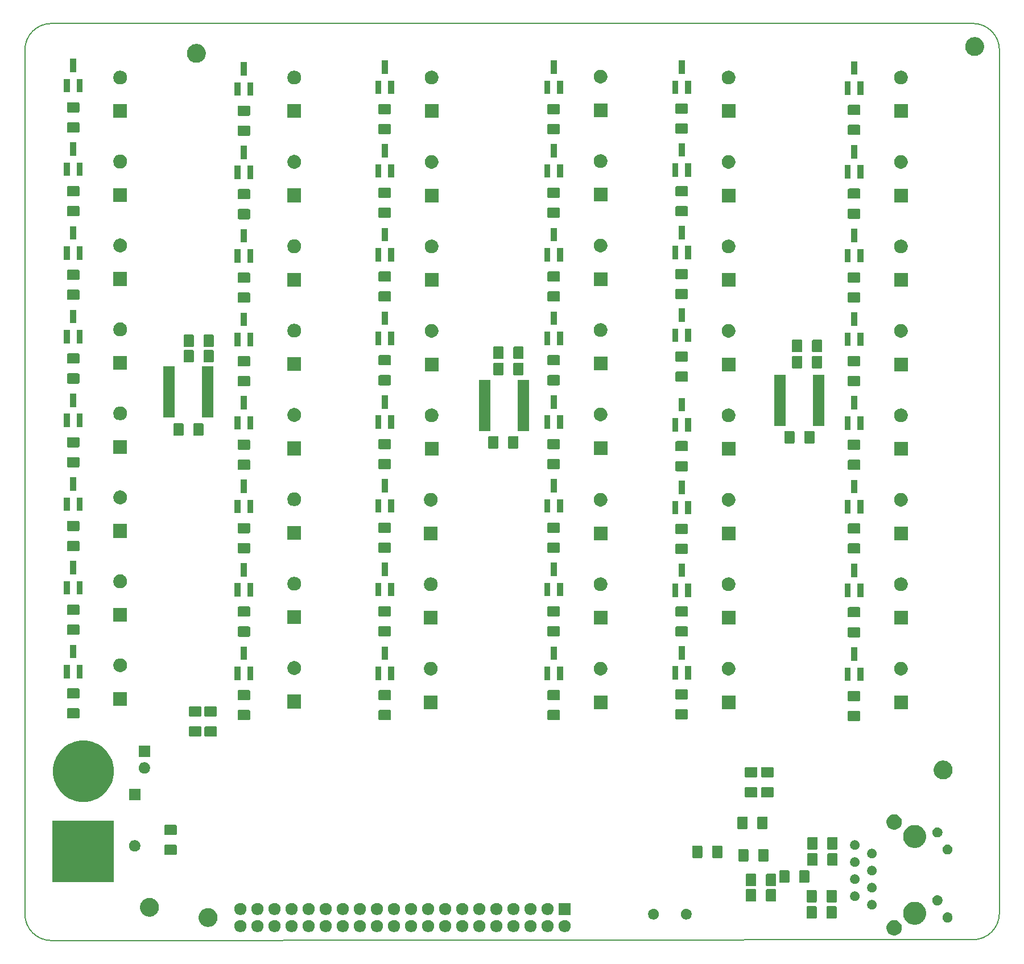
<source format=gbr>
G04 #@! TF.GenerationSoftware,KiCad,Pcbnew,(5.1.6)-1*
G04 #@! TF.CreationDate,2020-08-06T21:08:40-05:00*
G04 #@! TF.ProjectId,atv_hat_hw,6174765f-6861-4745-9f68-772e6b696361,1.0*
G04 #@! TF.SameCoordinates,Original*
G04 #@! TF.FileFunction,Soldermask,Top*
G04 #@! TF.FilePolarity,Negative*
%FSLAX46Y46*%
G04 Gerber Fmt 4.6, Leading zero omitted, Abs format (unit mm)*
G04 Created by KiCad (PCBNEW (5.1.6)-1) date 2020-08-06 21:08:40*
%MOMM*%
%LPD*%
G01*
G04 APERTURE LIST*
G04 #@! TA.AperFunction,Profile*
%ADD10C,0.150000*%
G04 #@! TD*
%ADD11C,0.100000*%
G04 APERTURE END LIST*
D10*
X194183000Y-25273000D02*
X194183000Y-153797000D01*
X53086000Y-21336000D02*
X190246000Y-21336000D01*
X49149000Y-153924000D02*
X49149000Y-25273000D01*
X190246000Y-157734000D02*
X53086000Y-157861000D01*
X194183000Y-153797000D02*
G75*
G02*
X190246000Y-157734000I-3937000J0D01*
G01*
X190246000Y-21336000D02*
G75*
G02*
X194183000Y-25273000I0J-3937000D01*
G01*
X49149000Y-25273000D02*
G75*
G02*
X53086000Y-21336000I3937000J0D01*
G01*
X53086000Y-157861000D02*
G75*
G02*
X49149000Y-153924000I0J3937000D01*
G01*
D11*
G36*
X178847498Y-154857522D02*
G01*
X179055546Y-154943699D01*
X179055548Y-154943700D01*
X179141525Y-155001148D01*
X179242787Y-155068809D01*
X179402021Y-155228043D01*
X179527131Y-155415284D01*
X179613308Y-155623332D01*
X179657240Y-155844193D01*
X179657240Y-156069387D01*
X179613308Y-156290248D01*
X179527131Y-156498296D01*
X179527130Y-156498298D01*
X179402021Y-156685537D01*
X179242787Y-156844771D01*
X179055548Y-156969880D01*
X179055547Y-156969881D01*
X179055546Y-156969881D01*
X178847498Y-157056058D01*
X178626637Y-157099990D01*
X178401443Y-157099990D01*
X178180582Y-157056058D01*
X177972534Y-156969881D01*
X177972533Y-156969881D01*
X177972532Y-156969880D01*
X177785293Y-156844771D01*
X177626059Y-156685537D01*
X177500950Y-156498298D01*
X177500949Y-156498296D01*
X177414772Y-156290248D01*
X177370840Y-156069387D01*
X177370840Y-155844193D01*
X177414772Y-155623332D01*
X177500949Y-155415284D01*
X177626059Y-155228043D01*
X177785293Y-155068809D01*
X177886555Y-155001148D01*
X177972532Y-154943700D01*
X177972534Y-154943699D01*
X178180582Y-154857522D01*
X178401443Y-154813590D01*
X178626637Y-154813590D01*
X178847498Y-154857522D01*
G37*
G36*
X88966512Y-154804927D02*
G01*
X89115812Y-154834624D01*
X89279784Y-154902544D01*
X89427354Y-155001147D01*
X89552853Y-155126646D01*
X89651456Y-155274216D01*
X89719376Y-155438188D01*
X89754000Y-155612259D01*
X89754000Y-155789741D01*
X89719376Y-155963812D01*
X89651456Y-156127784D01*
X89552853Y-156275354D01*
X89427354Y-156400853D01*
X89279784Y-156499456D01*
X89115812Y-156567376D01*
X88966512Y-156597073D01*
X88941742Y-156602000D01*
X88764258Y-156602000D01*
X88739488Y-156597073D01*
X88590188Y-156567376D01*
X88426216Y-156499456D01*
X88278646Y-156400853D01*
X88153147Y-156275354D01*
X88054544Y-156127784D01*
X87986624Y-155963812D01*
X87952000Y-155789741D01*
X87952000Y-155612259D01*
X87986624Y-155438188D01*
X88054544Y-155274216D01*
X88153147Y-155126646D01*
X88278646Y-155001147D01*
X88426216Y-154902544D01*
X88590188Y-154834624D01*
X88739488Y-154804927D01*
X88764258Y-154800000D01*
X88941742Y-154800000D01*
X88966512Y-154804927D01*
G37*
G36*
X114366512Y-154804927D02*
G01*
X114515812Y-154834624D01*
X114679784Y-154902544D01*
X114827354Y-155001147D01*
X114952853Y-155126646D01*
X115051456Y-155274216D01*
X115119376Y-155438188D01*
X115154000Y-155612259D01*
X115154000Y-155789741D01*
X115119376Y-155963812D01*
X115051456Y-156127784D01*
X114952853Y-156275354D01*
X114827354Y-156400853D01*
X114679784Y-156499456D01*
X114515812Y-156567376D01*
X114366512Y-156597073D01*
X114341742Y-156602000D01*
X114164258Y-156602000D01*
X114139488Y-156597073D01*
X113990188Y-156567376D01*
X113826216Y-156499456D01*
X113678646Y-156400853D01*
X113553147Y-156275354D01*
X113454544Y-156127784D01*
X113386624Y-155963812D01*
X113352000Y-155789741D01*
X113352000Y-155612259D01*
X113386624Y-155438188D01*
X113454544Y-155274216D01*
X113553147Y-155126646D01*
X113678646Y-155001147D01*
X113826216Y-154902544D01*
X113990188Y-154834624D01*
X114139488Y-154804927D01*
X114164258Y-154800000D01*
X114341742Y-154800000D01*
X114366512Y-154804927D01*
G37*
G36*
X111826512Y-154804927D02*
G01*
X111975812Y-154834624D01*
X112139784Y-154902544D01*
X112287354Y-155001147D01*
X112412853Y-155126646D01*
X112511456Y-155274216D01*
X112579376Y-155438188D01*
X112614000Y-155612259D01*
X112614000Y-155789741D01*
X112579376Y-155963812D01*
X112511456Y-156127784D01*
X112412853Y-156275354D01*
X112287354Y-156400853D01*
X112139784Y-156499456D01*
X111975812Y-156567376D01*
X111826512Y-156597073D01*
X111801742Y-156602000D01*
X111624258Y-156602000D01*
X111599488Y-156597073D01*
X111450188Y-156567376D01*
X111286216Y-156499456D01*
X111138646Y-156400853D01*
X111013147Y-156275354D01*
X110914544Y-156127784D01*
X110846624Y-155963812D01*
X110812000Y-155789741D01*
X110812000Y-155612259D01*
X110846624Y-155438188D01*
X110914544Y-155274216D01*
X111013147Y-155126646D01*
X111138646Y-155001147D01*
X111286216Y-154902544D01*
X111450188Y-154834624D01*
X111599488Y-154804927D01*
X111624258Y-154800000D01*
X111801742Y-154800000D01*
X111826512Y-154804927D01*
G37*
G36*
X109286512Y-154804927D02*
G01*
X109435812Y-154834624D01*
X109599784Y-154902544D01*
X109747354Y-155001147D01*
X109872853Y-155126646D01*
X109971456Y-155274216D01*
X110039376Y-155438188D01*
X110074000Y-155612259D01*
X110074000Y-155789741D01*
X110039376Y-155963812D01*
X109971456Y-156127784D01*
X109872853Y-156275354D01*
X109747354Y-156400853D01*
X109599784Y-156499456D01*
X109435812Y-156567376D01*
X109286512Y-156597073D01*
X109261742Y-156602000D01*
X109084258Y-156602000D01*
X109059488Y-156597073D01*
X108910188Y-156567376D01*
X108746216Y-156499456D01*
X108598646Y-156400853D01*
X108473147Y-156275354D01*
X108374544Y-156127784D01*
X108306624Y-155963812D01*
X108272000Y-155789741D01*
X108272000Y-155612259D01*
X108306624Y-155438188D01*
X108374544Y-155274216D01*
X108473147Y-155126646D01*
X108598646Y-155001147D01*
X108746216Y-154902544D01*
X108910188Y-154834624D01*
X109059488Y-154804927D01*
X109084258Y-154800000D01*
X109261742Y-154800000D01*
X109286512Y-154804927D01*
G37*
G36*
X106746512Y-154804927D02*
G01*
X106895812Y-154834624D01*
X107059784Y-154902544D01*
X107207354Y-155001147D01*
X107332853Y-155126646D01*
X107431456Y-155274216D01*
X107499376Y-155438188D01*
X107534000Y-155612259D01*
X107534000Y-155789741D01*
X107499376Y-155963812D01*
X107431456Y-156127784D01*
X107332853Y-156275354D01*
X107207354Y-156400853D01*
X107059784Y-156499456D01*
X106895812Y-156567376D01*
X106746512Y-156597073D01*
X106721742Y-156602000D01*
X106544258Y-156602000D01*
X106519488Y-156597073D01*
X106370188Y-156567376D01*
X106206216Y-156499456D01*
X106058646Y-156400853D01*
X105933147Y-156275354D01*
X105834544Y-156127784D01*
X105766624Y-155963812D01*
X105732000Y-155789741D01*
X105732000Y-155612259D01*
X105766624Y-155438188D01*
X105834544Y-155274216D01*
X105933147Y-155126646D01*
X106058646Y-155001147D01*
X106206216Y-154902544D01*
X106370188Y-154834624D01*
X106519488Y-154804927D01*
X106544258Y-154800000D01*
X106721742Y-154800000D01*
X106746512Y-154804927D01*
G37*
G36*
X104206512Y-154804927D02*
G01*
X104355812Y-154834624D01*
X104519784Y-154902544D01*
X104667354Y-155001147D01*
X104792853Y-155126646D01*
X104891456Y-155274216D01*
X104959376Y-155438188D01*
X104994000Y-155612259D01*
X104994000Y-155789741D01*
X104959376Y-155963812D01*
X104891456Y-156127784D01*
X104792853Y-156275354D01*
X104667354Y-156400853D01*
X104519784Y-156499456D01*
X104355812Y-156567376D01*
X104206512Y-156597073D01*
X104181742Y-156602000D01*
X104004258Y-156602000D01*
X103979488Y-156597073D01*
X103830188Y-156567376D01*
X103666216Y-156499456D01*
X103518646Y-156400853D01*
X103393147Y-156275354D01*
X103294544Y-156127784D01*
X103226624Y-155963812D01*
X103192000Y-155789741D01*
X103192000Y-155612259D01*
X103226624Y-155438188D01*
X103294544Y-155274216D01*
X103393147Y-155126646D01*
X103518646Y-155001147D01*
X103666216Y-154902544D01*
X103830188Y-154834624D01*
X103979488Y-154804927D01*
X104004258Y-154800000D01*
X104181742Y-154800000D01*
X104206512Y-154804927D01*
G37*
G36*
X101666512Y-154804927D02*
G01*
X101815812Y-154834624D01*
X101979784Y-154902544D01*
X102127354Y-155001147D01*
X102252853Y-155126646D01*
X102351456Y-155274216D01*
X102419376Y-155438188D01*
X102454000Y-155612259D01*
X102454000Y-155789741D01*
X102419376Y-155963812D01*
X102351456Y-156127784D01*
X102252853Y-156275354D01*
X102127354Y-156400853D01*
X101979784Y-156499456D01*
X101815812Y-156567376D01*
X101666512Y-156597073D01*
X101641742Y-156602000D01*
X101464258Y-156602000D01*
X101439488Y-156597073D01*
X101290188Y-156567376D01*
X101126216Y-156499456D01*
X100978646Y-156400853D01*
X100853147Y-156275354D01*
X100754544Y-156127784D01*
X100686624Y-155963812D01*
X100652000Y-155789741D01*
X100652000Y-155612259D01*
X100686624Y-155438188D01*
X100754544Y-155274216D01*
X100853147Y-155126646D01*
X100978646Y-155001147D01*
X101126216Y-154902544D01*
X101290188Y-154834624D01*
X101439488Y-154804927D01*
X101464258Y-154800000D01*
X101641742Y-154800000D01*
X101666512Y-154804927D01*
G37*
G36*
X99126512Y-154804927D02*
G01*
X99275812Y-154834624D01*
X99439784Y-154902544D01*
X99587354Y-155001147D01*
X99712853Y-155126646D01*
X99811456Y-155274216D01*
X99879376Y-155438188D01*
X99914000Y-155612259D01*
X99914000Y-155789741D01*
X99879376Y-155963812D01*
X99811456Y-156127784D01*
X99712853Y-156275354D01*
X99587354Y-156400853D01*
X99439784Y-156499456D01*
X99275812Y-156567376D01*
X99126512Y-156597073D01*
X99101742Y-156602000D01*
X98924258Y-156602000D01*
X98899488Y-156597073D01*
X98750188Y-156567376D01*
X98586216Y-156499456D01*
X98438646Y-156400853D01*
X98313147Y-156275354D01*
X98214544Y-156127784D01*
X98146624Y-155963812D01*
X98112000Y-155789741D01*
X98112000Y-155612259D01*
X98146624Y-155438188D01*
X98214544Y-155274216D01*
X98313147Y-155126646D01*
X98438646Y-155001147D01*
X98586216Y-154902544D01*
X98750188Y-154834624D01*
X98899488Y-154804927D01*
X98924258Y-154800000D01*
X99101742Y-154800000D01*
X99126512Y-154804927D01*
G37*
G36*
X96586512Y-154804927D02*
G01*
X96735812Y-154834624D01*
X96899784Y-154902544D01*
X97047354Y-155001147D01*
X97172853Y-155126646D01*
X97271456Y-155274216D01*
X97339376Y-155438188D01*
X97374000Y-155612259D01*
X97374000Y-155789741D01*
X97339376Y-155963812D01*
X97271456Y-156127784D01*
X97172853Y-156275354D01*
X97047354Y-156400853D01*
X96899784Y-156499456D01*
X96735812Y-156567376D01*
X96586512Y-156597073D01*
X96561742Y-156602000D01*
X96384258Y-156602000D01*
X96359488Y-156597073D01*
X96210188Y-156567376D01*
X96046216Y-156499456D01*
X95898646Y-156400853D01*
X95773147Y-156275354D01*
X95674544Y-156127784D01*
X95606624Y-155963812D01*
X95572000Y-155789741D01*
X95572000Y-155612259D01*
X95606624Y-155438188D01*
X95674544Y-155274216D01*
X95773147Y-155126646D01*
X95898646Y-155001147D01*
X96046216Y-154902544D01*
X96210188Y-154834624D01*
X96359488Y-154804927D01*
X96384258Y-154800000D01*
X96561742Y-154800000D01*
X96586512Y-154804927D01*
G37*
G36*
X94046512Y-154804927D02*
G01*
X94195812Y-154834624D01*
X94359784Y-154902544D01*
X94507354Y-155001147D01*
X94632853Y-155126646D01*
X94731456Y-155274216D01*
X94799376Y-155438188D01*
X94834000Y-155612259D01*
X94834000Y-155789741D01*
X94799376Y-155963812D01*
X94731456Y-156127784D01*
X94632853Y-156275354D01*
X94507354Y-156400853D01*
X94359784Y-156499456D01*
X94195812Y-156567376D01*
X94046512Y-156597073D01*
X94021742Y-156602000D01*
X93844258Y-156602000D01*
X93819488Y-156597073D01*
X93670188Y-156567376D01*
X93506216Y-156499456D01*
X93358646Y-156400853D01*
X93233147Y-156275354D01*
X93134544Y-156127784D01*
X93066624Y-155963812D01*
X93032000Y-155789741D01*
X93032000Y-155612259D01*
X93066624Y-155438188D01*
X93134544Y-155274216D01*
X93233147Y-155126646D01*
X93358646Y-155001147D01*
X93506216Y-154902544D01*
X93670188Y-154834624D01*
X93819488Y-154804927D01*
X93844258Y-154800000D01*
X94021742Y-154800000D01*
X94046512Y-154804927D01*
G37*
G36*
X129606512Y-154804927D02*
G01*
X129755812Y-154834624D01*
X129919784Y-154902544D01*
X130067354Y-155001147D01*
X130192853Y-155126646D01*
X130291456Y-155274216D01*
X130359376Y-155438188D01*
X130394000Y-155612259D01*
X130394000Y-155789741D01*
X130359376Y-155963812D01*
X130291456Y-156127784D01*
X130192853Y-156275354D01*
X130067354Y-156400853D01*
X129919784Y-156499456D01*
X129755812Y-156567376D01*
X129606512Y-156597073D01*
X129581742Y-156602000D01*
X129404258Y-156602000D01*
X129379488Y-156597073D01*
X129230188Y-156567376D01*
X129066216Y-156499456D01*
X128918646Y-156400853D01*
X128793147Y-156275354D01*
X128694544Y-156127784D01*
X128626624Y-155963812D01*
X128592000Y-155789741D01*
X128592000Y-155612259D01*
X128626624Y-155438188D01*
X128694544Y-155274216D01*
X128793147Y-155126646D01*
X128918646Y-155001147D01*
X129066216Y-154902544D01*
X129230188Y-154834624D01*
X129379488Y-154804927D01*
X129404258Y-154800000D01*
X129581742Y-154800000D01*
X129606512Y-154804927D01*
G37*
G36*
X91506512Y-154804927D02*
G01*
X91655812Y-154834624D01*
X91819784Y-154902544D01*
X91967354Y-155001147D01*
X92092853Y-155126646D01*
X92191456Y-155274216D01*
X92259376Y-155438188D01*
X92294000Y-155612259D01*
X92294000Y-155789741D01*
X92259376Y-155963812D01*
X92191456Y-156127784D01*
X92092853Y-156275354D01*
X91967354Y-156400853D01*
X91819784Y-156499456D01*
X91655812Y-156567376D01*
X91506512Y-156597073D01*
X91481742Y-156602000D01*
X91304258Y-156602000D01*
X91279488Y-156597073D01*
X91130188Y-156567376D01*
X90966216Y-156499456D01*
X90818646Y-156400853D01*
X90693147Y-156275354D01*
X90594544Y-156127784D01*
X90526624Y-155963812D01*
X90492000Y-155789741D01*
X90492000Y-155612259D01*
X90526624Y-155438188D01*
X90594544Y-155274216D01*
X90693147Y-155126646D01*
X90818646Y-155001147D01*
X90966216Y-154902544D01*
X91130188Y-154834624D01*
X91279488Y-154804927D01*
X91304258Y-154800000D01*
X91481742Y-154800000D01*
X91506512Y-154804927D01*
G37*
G36*
X127066512Y-154804927D02*
G01*
X127215812Y-154834624D01*
X127379784Y-154902544D01*
X127527354Y-155001147D01*
X127652853Y-155126646D01*
X127751456Y-155274216D01*
X127819376Y-155438188D01*
X127854000Y-155612259D01*
X127854000Y-155789741D01*
X127819376Y-155963812D01*
X127751456Y-156127784D01*
X127652853Y-156275354D01*
X127527354Y-156400853D01*
X127379784Y-156499456D01*
X127215812Y-156567376D01*
X127066512Y-156597073D01*
X127041742Y-156602000D01*
X126864258Y-156602000D01*
X126839488Y-156597073D01*
X126690188Y-156567376D01*
X126526216Y-156499456D01*
X126378646Y-156400853D01*
X126253147Y-156275354D01*
X126154544Y-156127784D01*
X126086624Y-155963812D01*
X126052000Y-155789741D01*
X126052000Y-155612259D01*
X126086624Y-155438188D01*
X126154544Y-155274216D01*
X126253147Y-155126646D01*
X126378646Y-155001147D01*
X126526216Y-154902544D01*
X126690188Y-154834624D01*
X126839488Y-154804927D01*
X126864258Y-154800000D01*
X127041742Y-154800000D01*
X127066512Y-154804927D01*
G37*
G36*
X124526512Y-154804927D02*
G01*
X124675812Y-154834624D01*
X124839784Y-154902544D01*
X124987354Y-155001147D01*
X125112853Y-155126646D01*
X125211456Y-155274216D01*
X125279376Y-155438188D01*
X125314000Y-155612259D01*
X125314000Y-155789741D01*
X125279376Y-155963812D01*
X125211456Y-156127784D01*
X125112853Y-156275354D01*
X124987354Y-156400853D01*
X124839784Y-156499456D01*
X124675812Y-156567376D01*
X124526512Y-156597073D01*
X124501742Y-156602000D01*
X124324258Y-156602000D01*
X124299488Y-156597073D01*
X124150188Y-156567376D01*
X123986216Y-156499456D01*
X123838646Y-156400853D01*
X123713147Y-156275354D01*
X123614544Y-156127784D01*
X123546624Y-155963812D01*
X123512000Y-155789741D01*
X123512000Y-155612259D01*
X123546624Y-155438188D01*
X123614544Y-155274216D01*
X123713147Y-155126646D01*
X123838646Y-155001147D01*
X123986216Y-154902544D01*
X124150188Y-154834624D01*
X124299488Y-154804927D01*
X124324258Y-154800000D01*
X124501742Y-154800000D01*
X124526512Y-154804927D01*
G37*
G36*
X121986512Y-154804927D02*
G01*
X122135812Y-154834624D01*
X122299784Y-154902544D01*
X122447354Y-155001147D01*
X122572853Y-155126646D01*
X122671456Y-155274216D01*
X122739376Y-155438188D01*
X122774000Y-155612259D01*
X122774000Y-155789741D01*
X122739376Y-155963812D01*
X122671456Y-156127784D01*
X122572853Y-156275354D01*
X122447354Y-156400853D01*
X122299784Y-156499456D01*
X122135812Y-156567376D01*
X121986512Y-156597073D01*
X121961742Y-156602000D01*
X121784258Y-156602000D01*
X121759488Y-156597073D01*
X121610188Y-156567376D01*
X121446216Y-156499456D01*
X121298646Y-156400853D01*
X121173147Y-156275354D01*
X121074544Y-156127784D01*
X121006624Y-155963812D01*
X120972000Y-155789741D01*
X120972000Y-155612259D01*
X121006624Y-155438188D01*
X121074544Y-155274216D01*
X121173147Y-155126646D01*
X121298646Y-155001147D01*
X121446216Y-154902544D01*
X121610188Y-154834624D01*
X121759488Y-154804927D01*
X121784258Y-154800000D01*
X121961742Y-154800000D01*
X121986512Y-154804927D01*
G37*
G36*
X119446512Y-154804927D02*
G01*
X119595812Y-154834624D01*
X119759784Y-154902544D01*
X119907354Y-155001147D01*
X120032853Y-155126646D01*
X120131456Y-155274216D01*
X120199376Y-155438188D01*
X120234000Y-155612259D01*
X120234000Y-155789741D01*
X120199376Y-155963812D01*
X120131456Y-156127784D01*
X120032853Y-156275354D01*
X119907354Y-156400853D01*
X119759784Y-156499456D01*
X119595812Y-156567376D01*
X119446512Y-156597073D01*
X119421742Y-156602000D01*
X119244258Y-156602000D01*
X119219488Y-156597073D01*
X119070188Y-156567376D01*
X118906216Y-156499456D01*
X118758646Y-156400853D01*
X118633147Y-156275354D01*
X118534544Y-156127784D01*
X118466624Y-155963812D01*
X118432000Y-155789741D01*
X118432000Y-155612259D01*
X118466624Y-155438188D01*
X118534544Y-155274216D01*
X118633147Y-155126646D01*
X118758646Y-155001147D01*
X118906216Y-154902544D01*
X119070188Y-154834624D01*
X119219488Y-154804927D01*
X119244258Y-154800000D01*
X119421742Y-154800000D01*
X119446512Y-154804927D01*
G37*
G36*
X81346512Y-154804927D02*
G01*
X81495812Y-154834624D01*
X81659784Y-154902544D01*
X81807354Y-155001147D01*
X81932853Y-155126646D01*
X82031456Y-155274216D01*
X82099376Y-155438188D01*
X82134000Y-155612259D01*
X82134000Y-155789741D01*
X82099376Y-155963812D01*
X82031456Y-156127784D01*
X81932853Y-156275354D01*
X81807354Y-156400853D01*
X81659784Y-156499456D01*
X81495812Y-156567376D01*
X81346512Y-156597073D01*
X81321742Y-156602000D01*
X81144258Y-156602000D01*
X81119488Y-156597073D01*
X80970188Y-156567376D01*
X80806216Y-156499456D01*
X80658646Y-156400853D01*
X80533147Y-156275354D01*
X80434544Y-156127784D01*
X80366624Y-155963812D01*
X80332000Y-155789741D01*
X80332000Y-155612259D01*
X80366624Y-155438188D01*
X80434544Y-155274216D01*
X80533147Y-155126646D01*
X80658646Y-155001147D01*
X80806216Y-154902544D01*
X80970188Y-154834624D01*
X81119488Y-154804927D01*
X81144258Y-154800000D01*
X81321742Y-154800000D01*
X81346512Y-154804927D01*
G37*
G36*
X83886512Y-154804927D02*
G01*
X84035812Y-154834624D01*
X84199784Y-154902544D01*
X84347354Y-155001147D01*
X84472853Y-155126646D01*
X84571456Y-155274216D01*
X84639376Y-155438188D01*
X84674000Y-155612259D01*
X84674000Y-155789741D01*
X84639376Y-155963812D01*
X84571456Y-156127784D01*
X84472853Y-156275354D01*
X84347354Y-156400853D01*
X84199784Y-156499456D01*
X84035812Y-156567376D01*
X83886512Y-156597073D01*
X83861742Y-156602000D01*
X83684258Y-156602000D01*
X83659488Y-156597073D01*
X83510188Y-156567376D01*
X83346216Y-156499456D01*
X83198646Y-156400853D01*
X83073147Y-156275354D01*
X82974544Y-156127784D01*
X82906624Y-155963812D01*
X82872000Y-155789741D01*
X82872000Y-155612259D01*
X82906624Y-155438188D01*
X82974544Y-155274216D01*
X83073147Y-155126646D01*
X83198646Y-155001147D01*
X83346216Y-154902544D01*
X83510188Y-154834624D01*
X83659488Y-154804927D01*
X83684258Y-154800000D01*
X83861742Y-154800000D01*
X83886512Y-154804927D01*
G37*
G36*
X86426512Y-154804927D02*
G01*
X86575812Y-154834624D01*
X86739784Y-154902544D01*
X86887354Y-155001147D01*
X87012853Y-155126646D01*
X87111456Y-155274216D01*
X87179376Y-155438188D01*
X87214000Y-155612259D01*
X87214000Y-155789741D01*
X87179376Y-155963812D01*
X87111456Y-156127784D01*
X87012853Y-156275354D01*
X86887354Y-156400853D01*
X86739784Y-156499456D01*
X86575812Y-156567376D01*
X86426512Y-156597073D01*
X86401742Y-156602000D01*
X86224258Y-156602000D01*
X86199488Y-156597073D01*
X86050188Y-156567376D01*
X85886216Y-156499456D01*
X85738646Y-156400853D01*
X85613147Y-156275354D01*
X85514544Y-156127784D01*
X85446624Y-155963812D01*
X85412000Y-155789741D01*
X85412000Y-155612259D01*
X85446624Y-155438188D01*
X85514544Y-155274216D01*
X85613147Y-155126646D01*
X85738646Y-155001147D01*
X85886216Y-154902544D01*
X86050188Y-154834624D01*
X86199488Y-154804927D01*
X86224258Y-154800000D01*
X86401742Y-154800000D01*
X86426512Y-154804927D01*
G37*
G36*
X116906512Y-154804927D02*
G01*
X117055812Y-154834624D01*
X117219784Y-154902544D01*
X117367354Y-155001147D01*
X117492853Y-155126646D01*
X117591456Y-155274216D01*
X117659376Y-155438188D01*
X117694000Y-155612259D01*
X117694000Y-155789741D01*
X117659376Y-155963812D01*
X117591456Y-156127784D01*
X117492853Y-156275354D01*
X117367354Y-156400853D01*
X117219784Y-156499456D01*
X117055812Y-156567376D01*
X116906512Y-156597073D01*
X116881742Y-156602000D01*
X116704258Y-156602000D01*
X116679488Y-156597073D01*
X116530188Y-156567376D01*
X116366216Y-156499456D01*
X116218646Y-156400853D01*
X116093147Y-156275354D01*
X115994544Y-156127784D01*
X115926624Y-155963812D01*
X115892000Y-155789741D01*
X115892000Y-155612259D01*
X115926624Y-155438188D01*
X115994544Y-155274216D01*
X116093147Y-155126646D01*
X116218646Y-155001147D01*
X116366216Y-154902544D01*
X116530188Y-154834624D01*
X116679488Y-154804927D01*
X116704258Y-154800000D01*
X116881742Y-154800000D01*
X116906512Y-154804927D01*
G37*
G36*
X76725433Y-153065893D02*
G01*
X76815657Y-153083839D01*
X76907785Y-153122000D01*
X77070621Y-153189449D01*
X77106110Y-153213162D01*
X77300086Y-153342772D01*
X77495228Y-153537914D01*
X77556260Y-153629256D01*
X77648551Y-153767379D01*
X77680333Y-153844107D01*
X77743344Y-153996228D01*
X77754161Y-154022344D01*
X77808000Y-154293012D01*
X77808000Y-154568988D01*
X77795299Y-154632838D01*
X77754161Y-154839657D01*
X77736989Y-154881113D01*
X77648551Y-155094621D01*
X77604512Y-155160530D01*
X77495228Y-155324086D01*
X77300086Y-155519228D01*
X77160856Y-155612258D01*
X77070621Y-155672551D01*
X76921267Y-155734415D01*
X76815657Y-155778161D01*
X76725433Y-155796107D01*
X76544988Y-155832000D01*
X76269012Y-155832000D01*
X76088567Y-155796107D01*
X75998343Y-155778161D01*
X75892733Y-155734415D01*
X75743379Y-155672551D01*
X75653144Y-155612258D01*
X75513914Y-155519228D01*
X75318772Y-155324086D01*
X75209488Y-155160530D01*
X75165449Y-155094621D01*
X75077011Y-154881113D01*
X75059839Y-154839657D01*
X75018701Y-154632838D01*
X75006000Y-154568988D01*
X75006000Y-154293012D01*
X75059839Y-154022344D01*
X75070657Y-153996228D01*
X75133667Y-153844107D01*
X75165449Y-153767379D01*
X75257740Y-153629256D01*
X75318772Y-153537914D01*
X75513914Y-153342772D01*
X75707890Y-153213162D01*
X75743379Y-153189449D01*
X75906215Y-153122000D01*
X75998343Y-153083839D01*
X76088567Y-153065893D01*
X76269012Y-153030000D01*
X76544988Y-153030000D01*
X76725433Y-153065893D01*
G37*
G36*
X182060203Y-152161158D02*
G01*
X182369765Y-152289383D01*
X182419054Y-152322317D01*
X182648365Y-152475537D01*
X182885294Y-152712466D01*
X182958124Y-152821465D01*
X183071448Y-152991066D01*
X183199673Y-153300628D01*
X183265041Y-153629255D01*
X183265041Y-153964325D01*
X183199673Y-154292952D01*
X183071448Y-154602514D01*
X183055919Y-154625755D01*
X182885294Y-154881114D01*
X182648365Y-155118043D01*
X182462211Y-155242427D01*
X182369765Y-155304197D01*
X182060203Y-155432422D01*
X181731576Y-155497790D01*
X181396506Y-155497790D01*
X181067879Y-155432422D01*
X180758317Y-155304197D01*
X180665871Y-155242427D01*
X180479717Y-155118043D01*
X180242788Y-154881114D01*
X180072163Y-154625755D01*
X180056634Y-154602514D01*
X179928409Y-154292952D01*
X179863041Y-153964325D01*
X179863041Y-153629255D01*
X179928409Y-153300628D01*
X180056634Y-152991066D01*
X180169958Y-152821465D01*
X180242788Y-152712466D01*
X180479717Y-152475537D01*
X180709028Y-152322317D01*
X180758317Y-152289383D01*
X181067879Y-152161158D01*
X181396506Y-152095790D01*
X181731576Y-152095790D01*
X182060203Y-152161158D01*
G37*
G36*
X186609923Y-153665037D02*
G01*
X186682855Y-153679544D01*
X186739768Y-153703118D01*
X186820256Y-153736457D01*
X186943914Y-153819083D01*
X187049077Y-153924246D01*
X187131703Y-154047904D01*
X187165042Y-154128392D01*
X187188616Y-154185305D01*
X187217630Y-154331169D01*
X187217630Y-154479891D01*
X187188616Y-154625755D01*
X187185682Y-154632838D01*
X187131703Y-154763156D01*
X187049077Y-154886814D01*
X186943914Y-154991977D01*
X186820256Y-155074603D01*
X186771925Y-155094622D01*
X186682855Y-155131516D01*
X186609923Y-155146023D01*
X186536992Y-155160530D01*
X186388268Y-155160530D01*
X186315337Y-155146023D01*
X186242405Y-155131516D01*
X186153335Y-155094622D01*
X186105004Y-155074603D01*
X185981346Y-154991977D01*
X185876183Y-154886814D01*
X185793557Y-154763156D01*
X185739578Y-154632838D01*
X185736644Y-154625755D01*
X185707630Y-154479891D01*
X185707630Y-154331169D01*
X185736644Y-154185305D01*
X185760218Y-154128392D01*
X185793557Y-154047904D01*
X185876183Y-153924246D01*
X185981346Y-153819083D01*
X186105004Y-153736457D01*
X186185492Y-153703118D01*
X186242405Y-153679544D01*
X186315337Y-153665037D01*
X186388268Y-153650530D01*
X186536992Y-153650530D01*
X186609923Y-153665037D01*
G37*
G36*
X142934642Y-153152781D02*
G01*
X143050695Y-153200852D01*
X143080416Y-153213163D01*
X143211608Y-153300822D01*
X143323178Y-153412392D01*
X143407048Y-153537914D01*
X143410838Y-153543586D01*
X143471219Y-153689358D01*
X143502000Y-153844107D01*
X143502000Y-154001893D01*
X143471219Y-154156642D01*
X143410838Y-154302414D01*
X143410837Y-154302416D01*
X143323178Y-154433608D01*
X143211608Y-154545178D01*
X143080416Y-154632837D01*
X143080415Y-154632838D01*
X143080414Y-154632838D01*
X142934642Y-154693219D01*
X142779893Y-154724000D01*
X142622107Y-154724000D01*
X142467358Y-154693219D01*
X142321586Y-154632838D01*
X142321585Y-154632838D01*
X142321584Y-154632837D01*
X142190392Y-154545178D01*
X142078822Y-154433608D01*
X141991163Y-154302416D01*
X141991162Y-154302414D01*
X141930781Y-154156642D01*
X141900000Y-154001893D01*
X141900000Y-153844107D01*
X141930781Y-153689358D01*
X141991162Y-153543586D01*
X141994952Y-153537914D01*
X142078822Y-153412392D01*
X142190392Y-153300822D01*
X142321584Y-153213163D01*
X142351305Y-153200852D01*
X142467358Y-153152781D01*
X142622107Y-153122000D01*
X142779893Y-153122000D01*
X142934642Y-153152781D01*
G37*
G36*
X147814642Y-153152781D02*
G01*
X147930695Y-153200852D01*
X147960416Y-153213163D01*
X148091608Y-153300822D01*
X148203178Y-153412392D01*
X148287048Y-153537914D01*
X148290838Y-153543586D01*
X148351219Y-153689358D01*
X148382000Y-153844107D01*
X148382000Y-154001893D01*
X148351219Y-154156642D01*
X148290838Y-154302414D01*
X148290837Y-154302416D01*
X148203178Y-154433608D01*
X148091608Y-154545178D01*
X147960416Y-154632837D01*
X147960415Y-154632838D01*
X147960414Y-154632838D01*
X147814642Y-154693219D01*
X147659893Y-154724000D01*
X147502107Y-154724000D01*
X147347358Y-154693219D01*
X147201586Y-154632838D01*
X147201585Y-154632838D01*
X147201584Y-154632837D01*
X147070392Y-154545178D01*
X146958822Y-154433608D01*
X146871163Y-154302416D01*
X146871162Y-154302414D01*
X146810781Y-154156642D01*
X146780000Y-154001893D01*
X146780000Y-153844107D01*
X146810781Y-153689358D01*
X146871162Y-153543586D01*
X146874952Y-153537914D01*
X146958822Y-153412392D01*
X147070392Y-153300822D01*
X147201584Y-153213163D01*
X147231305Y-153200852D01*
X147347358Y-153152781D01*
X147502107Y-153122000D01*
X147659893Y-153122000D01*
X147814642Y-153152781D01*
G37*
G36*
X166845562Y-152747181D02*
G01*
X166880481Y-152757774D01*
X166912663Y-152774976D01*
X166940873Y-152798127D01*
X166964024Y-152826337D01*
X166981226Y-152858519D01*
X166991819Y-152893438D01*
X166996000Y-152935895D01*
X166996000Y-154402105D01*
X166991819Y-154444562D01*
X166981226Y-154479481D01*
X166964024Y-154511663D01*
X166940873Y-154539873D01*
X166912663Y-154563024D01*
X166880481Y-154580226D01*
X166845562Y-154590819D01*
X166803105Y-154595000D01*
X165661895Y-154595000D01*
X165619438Y-154590819D01*
X165584519Y-154580226D01*
X165552337Y-154563024D01*
X165524127Y-154539873D01*
X165500976Y-154511663D01*
X165483774Y-154479481D01*
X165473181Y-154444562D01*
X165469000Y-154402105D01*
X165469000Y-152935895D01*
X165473181Y-152893438D01*
X165483774Y-152858519D01*
X165500976Y-152826337D01*
X165524127Y-152798127D01*
X165552337Y-152774976D01*
X165584519Y-152757774D01*
X165619438Y-152747181D01*
X165661895Y-152743000D01*
X166803105Y-152743000D01*
X166845562Y-152747181D01*
G37*
G36*
X169820562Y-152747181D02*
G01*
X169855481Y-152757774D01*
X169887663Y-152774976D01*
X169915873Y-152798127D01*
X169939024Y-152826337D01*
X169956226Y-152858519D01*
X169966819Y-152893438D01*
X169971000Y-152935895D01*
X169971000Y-154402105D01*
X169966819Y-154444562D01*
X169956226Y-154479481D01*
X169939024Y-154511663D01*
X169915873Y-154539873D01*
X169887663Y-154563024D01*
X169855481Y-154580226D01*
X169820562Y-154590819D01*
X169778105Y-154595000D01*
X168636895Y-154595000D01*
X168594438Y-154590819D01*
X168559519Y-154580226D01*
X168527337Y-154563024D01*
X168499127Y-154539873D01*
X168475976Y-154511663D01*
X168458774Y-154479481D01*
X168448181Y-154444562D01*
X168444000Y-154402105D01*
X168444000Y-152935895D01*
X168448181Y-152893438D01*
X168458774Y-152858519D01*
X168475976Y-152826337D01*
X168499127Y-152798127D01*
X168527337Y-152774976D01*
X168559519Y-152757774D01*
X168594438Y-152747181D01*
X168636895Y-152743000D01*
X169778105Y-152743000D01*
X169820562Y-152747181D01*
G37*
G36*
X68009433Y-151542893D02*
G01*
X68099657Y-151560839D01*
X68167252Y-151588838D01*
X68354621Y-151666449D01*
X68354622Y-151666450D01*
X68584086Y-151819772D01*
X68779228Y-152014914D01*
X68876945Y-152161159D01*
X68932551Y-152244379D01*
X68994415Y-152393733D01*
X69038161Y-152499343D01*
X69055526Y-152586646D01*
X69092000Y-152770012D01*
X69092000Y-153045988D01*
X69070757Y-153152782D01*
X69038161Y-153316657D01*
X68998506Y-153412392D01*
X68932551Y-153571621D01*
X68881675Y-153647763D01*
X68779228Y-153801086D01*
X68584086Y-153996228D01*
X68430763Y-154098675D01*
X68354621Y-154149551D01*
X68205267Y-154211415D01*
X68099657Y-154255161D01*
X68009433Y-154273107D01*
X67828988Y-154309000D01*
X67553012Y-154309000D01*
X67372567Y-154273107D01*
X67282343Y-154255161D01*
X67176733Y-154211415D01*
X67027379Y-154149551D01*
X66951237Y-154098675D01*
X66797914Y-153996228D01*
X66602772Y-153801086D01*
X66500325Y-153647763D01*
X66449449Y-153571621D01*
X66383494Y-153412392D01*
X66343839Y-153316657D01*
X66311243Y-153152782D01*
X66290000Y-153045988D01*
X66290000Y-152770012D01*
X66326474Y-152586646D01*
X66343839Y-152499343D01*
X66387585Y-152393733D01*
X66449449Y-152244379D01*
X66505055Y-152161159D01*
X66602772Y-152014914D01*
X66797914Y-151819772D01*
X67027378Y-151666450D01*
X67027379Y-151666449D01*
X67214748Y-151588838D01*
X67282343Y-151560839D01*
X67372567Y-151542893D01*
X67553012Y-151507000D01*
X67828988Y-151507000D01*
X68009433Y-151542893D01*
G37*
G36*
X130394000Y-154062000D02*
G01*
X128592000Y-154062000D01*
X128592000Y-152260000D01*
X130394000Y-152260000D01*
X130394000Y-154062000D01*
G37*
G36*
X81346512Y-152264927D02*
G01*
X81495812Y-152294624D01*
X81659784Y-152362544D01*
X81807354Y-152461147D01*
X81932853Y-152586646D01*
X82031456Y-152734216D01*
X82099376Y-152898188D01*
X82134000Y-153072259D01*
X82134000Y-153249741D01*
X82099376Y-153423812D01*
X82031456Y-153587784D01*
X81932853Y-153735354D01*
X81807354Y-153860853D01*
X81659784Y-153959456D01*
X81495812Y-154027376D01*
X81346512Y-154057073D01*
X81321742Y-154062000D01*
X81144258Y-154062000D01*
X81119488Y-154057073D01*
X80970188Y-154027376D01*
X80806216Y-153959456D01*
X80658646Y-153860853D01*
X80533147Y-153735354D01*
X80434544Y-153587784D01*
X80366624Y-153423812D01*
X80332000Y-153249741D01*
X80332000Y-153072259D01*
X80366624Y-152898188D01*
X80434544Y-152734216D01*
X80533147Y-152586646D01*
X80658646Y-152461147D01*
X80806216Y-152362544D01*
X80970188Y-152294624D01*
X81119488Y-152264927D01*
X81144258Y-152260000D01*
X81321742Y-152260000D01*
X81346512Y-152264927D01*
G37*
G36*
X127066512Y-152264927D02*
G01*
X127215812Y-152294624D01*
X127379784Y-152362544D01*
X127527354Y-152461147D01*
X127652853Y-152586646D01*
X127751456Y-152734216D01*
X127819376Y-152898188D01*
X127854000Y-153072259D01*
X127854000Y-153249741D01*
X127819376Y-153423812D01*
X127751456Y-153587784D01*
X127652853Y-153735354D01*
X127527354Y-153860853D01*
X127379784Y-153959456D01*
X127215812Y-154027376D01*
X127066512Y-154057073D01*
X127041742Y-154062000D01*
X126864258Y-154062000D01*
X126839488Y-154057073D01*
X126690188Y-154027376D01*
X126526216Y-153959456D01*
X126378646Y-153860853D01*
X126253147Y-153735354D01*
X126154544Y-153587784D01*
X126086624Y-153423812D01*
X126052000Y-153249741D01*
X126052000Y-153072259D01*
X126086624Y-152898188D01*
X126154544Y-152734216D01*
X126253147Y-152586646D01*
X126378646Y-152461147D01*
X126526216Y-152362544D01*
X126690188Y-152294624D01*
X126839488Y-152264927D01*
X126864258Y-152260000D01*
X127041742Y-152260000D01*
X127066512Y-152264927D01*
G37*
G36*
X83886512Y-152264927D02*
G01*
X84035812Y-152294624D01*
X84199784Y-152362544D01*
X84347354Y-152461147D01*
X84472853Y-152586646D01*
X84571456Y-152734216D01*
X84639376Y-152898188D01*
X84674000Y-153072259D01*
X84674000Y-153249741D01*
X84639376Y-153423812D01*
X84571456Y-153587784D01*
X84472853Y-153735354D01*
X84347354Y-153860853D01*
X84199784Y-153959456D01*
X84035812Y-154027376D01*
X83886512Y-154057073D01*
X83861742Y-154062000D01*
X83684258Y-154062000D01*
X83659488Y-154057073D01*
X83510188Y-154027376D01*
X83346216Y-153959456D01*
X83198646Y-153860853D01*
X83073147Y-153735354D01*
X82974544Y-153587784D01*
X82906624Y-153423812D01*
X82872000Y-153249741D01*
X82872000Y-153072259D01*
X82906624Y-152898188D01*
X82974544Y-152734216D01*
X83073147Y-152586646D01*
X83198646Y-152461147D01*
X83346216Y-152362544D01*
X83510188Y-152294624D01*
X83659488Y-152264927D01*
X83684258Y-152260000D01*
X83861742Y-152260000D01*
X83886512Y-152264927D01*
G37*
G36*
X124526512Y-152264927D02*
G01*
X124675812Y-152294624D01*
X124839784Y-152362544D01*
X124987354Y-152461147D01*
X125112853Y-152586646D01*
X125211456Y-152734216D01*
X125279376Y-152898188D01*
X125314000Y-153072259D01*
X125314000Y-153249741D01*
X125279376Y-153423812D01*
X125211456Y-153587784D01*
X125112853Y-153735354D01*
X124987354Y-153860853D01*
X124839784Y-153959456D01*
X124675812Y-154027376D01*
X124526512Y-154057073D01*
X124501742Y-154062000D01*
X124324258Y-154062000D01*
X124299488Y-154057073D01*
X124150188Y-154027376D01*
X123986216Y-153959456D01*
X123838646Y-153860853D01*
X123713147Y-153735354D01*
X123614544Y-153587784D01*
X123546624Y-153423812D01*
X123512000Y-153249741D01*
X123512000Y-153072259D01*
X123546624Y-152898188D01*
X123614544Y-152734216D01*
X123713147Y-152586646D01*
X123838646Y-152461147D01*
X123986216Y-152362544D01*
X124150188Y-152294624D01*
X124299488Y-152264927D01*
X124324258Y-152260000D01*
X124501742Y-152260000D01*
X124526512Y-152264927D01*
G37*
G36*
X86426512Y-152264927D02*
G01*
X86575812Y-152294624D01*
X86739784Y-152362544D01*
X86887354Y-152461147D01*
X87012853Y-152586646D01*
X87111456Y-152734216D01*
X87179376Y-152898188D01*
X87214000Y-153072259D01*
X87214000Y-153249741D01*
X87179376Y-153423812D01*
X87111456Y-153587784D01*
X87012853Y-153735354D01*
X86887354Y-153860853D01*
X86739784Y-153959456D01*
X86575812Y-154027376D01*
X86426512Y-154057073D01*
X86401742Y-154062000D01*
X86224258Y-154062000D01*
X86199488Y-154057073D01*
X86050188Y-154027376D01*
X85886216Y-153959456D01*
X85738646Y-153860853D01*
X85613147Y-153735354D01*
X85514544Y-153587784D01*
X85446624Y-153423812D01*
X85412000Y-153249741D01*
X85412000Y-153072259D01*
X85446624Y-152898188D01*
X85514544Y-152734216D01*
X85613147Y-152586646D01*
X85738646Y-152461147D01*
X85886216Y-152362544D01*
X86050188Y-152294624D01*
X86199488Y-152264927D01*
X86224258Y-152260000D01*
X86401742Y-152260000D01*
X86426512Y-152264927D01*
G37*
G36*
X121986512Y-152264927D02*
G01*
X122135812Y-152294624D01*
X122299784Y-152362544D01*
X122447354Y-152461147D01*
X122572853Y-152586646D01*
X122671456Y-152734216D01*
X122739376Y-152898188D01*
X122774000Y-153072259D01*
X122774000Y-153249741D01*
X122739376Y-153423812D01*
X122671456Y-153587784D01*
X122572853Y-153735354D01*
X122447354Y-153860853D01*
X122299784Y-153959456D01*
X122135812Y-154027376D01*
X121986512Y-154057073D01*
X121961742Y-154062000D01*
X121784258Y-154062000D01*
X121759488Y-154057073D01*
X121610188Y-154027376D01*
X121446216Y-153959456D01*
X121298646Y-153860853D01*
X121173147Y-153735354D01*
X121074544Y-153587784D01*
X121006624Y-153423812D01*
X120972000Y-153249741D01*
X120972000Y-153072259D01*
X121006624Y-152898188D01*
X121074544Y-152734216D01*
X121173147Y-152586646D01*
X121298646Y-152461147D01*
X121446216Y-152362544D01*
X121610188Y-152294624D01*
X121759488Y-152264927D01*
X121784258Y-152260000D01*
X121961742Y-152260000D01*
X121986512Y-152264927D01*
G37*
G36*
X88966512Y-152264927D02*
G01*
X89115812Y-152294624D01*
X89279784Y-152362544D01*
X89427354Y-152461147D01*
X89552853Y-152586646D01*
X89651456Y-152734216D01*
X89719376Y-152898188D01*
X89754000Y-153072259D01*
X89754000Y-153249741D01*
X89719376Y-153423812D01*
X89651456Y-153587784D01*
X89552853Y-153735354D01*
X89427354Y-153860853D01*
X89279784Y-153959456D01*
X89115812Y-154027376D01*
X88966512Y-154057073D01*
X88941742Y-154062000D01*
X88764258Y-154062000D01*
X88739488Y-154057073D01*
X88590188Y-154027376D01*
X88426216Y-153959456D01*
X88278646Y-153860853D01*
X88153147Y-153735354D01*
X88054544Y-153587784D01*
X87986624Y-153423812D01*
X87952000Y-153249741D01*
X87952000Y-153072259D01*
X87986624Y-152898188D01*
X88054544Y-152734216D01*
X88153147Y-152586646D01*
X88278646Y-152461147D01*
X88426216Y-152362544D01*
X88590188Y-152294624D01*
X88739488Y-152264927D01*
X88764258Y-152260000D01*
X88941742Y-152260000D01*
X88966512Y-152264927D01*
G37*
G36*
X119446512Y-152264927D02*
G01*
X119595812Y-152294624D01*
X119759784Y-152362544D01*
X119907354Y-152461147D01*
X120032853Y-152586646D01*
X120131456Y-152734216D01*
X120199376Y-152898188D01*
X120234000Y-153072259D01*
X120234000Y-153249741D01*
X120199376Y-153423812D01*
X120131456Y-153587784D01*
X120032853Y-153735354D01*
X119907354Y-153860853D01*
X119759784Y-153959456D01*
X119595812Y-154027376D01*
X119446512Y-154057073D01*
X119421742Y-154062000D01*
X119244258Y-154062000D01*
X119219488Y-154057073D01*
X119070188Y-154027376D01*
X118906216Y-153959456D01*
X118758646Y-153860853D01*
X118633147Y-153735354D01*
X118534544Y-153587784D01*
X118466624Y-153423812D01*
X118432000Y-153249741D01*
X118432000Y-153072259D01*
X118466624Y-152898188D01*
X118534544Y-152734216D01*
X118633147Y-152586646D01*
X118758646Y-152461147D01*
X118906216Y-152362544D01*
X119070188Y-152294624D01*
X119219488Y-152264927D01*
X119244258Y-152260000D01*
X119421742Y-152260000D01*
X119446512Y-152264927D01*
G37*
G36*
X91506512Y-152264927D02*
G01*
X91655812Y-152294624D01*
X91819784Y-152362544D01*
X91967354Y-152461147D01*
X92092853Y-152586646D01*
X92191456Y-152734216D01*
X92259376Y-152898188D01*
X92294000Y-153072259D01*
X92294000Y-153249741D01*
X92259376Y-153423812D01*
X92191456Y-153587784D01*
X92092853Y-153735354D01*
X91967354Y-153860853D01*
X91819784Y-153959456D01*
X91655812Y-154027376D01*
X91506512Y-154057073D01*
X91481742Y-154062000D01*
X91304258Y-154062000D01*
X91279488Y-154057073D01*
X91130188Y-154027376D01*
X90966216Y-153959456D01*
X90818646Y-153860853D01*
X90693147Y-153735354D01*
X90594544Y-153587784D01*
X90526624Y-153423812D01*
X90492000Y-153249741D01*
X90492000Y-153072259D01*
X90526624Y-152898188D01*
X90594544Y-152734216D01*
X90693147Y-152586646D01*
X90818646Y-152461147D01*
X90966216Y-152362544D01*
X91130188Y-152294624D01*
X91279488Y-152264927D01*
X91304258Y-152260000D01*
X91481742Y-152260000D01*
X91506512Y-152264927D01*
G37*
G36*
X101666512Y-152264927D02*
G01*
X101815812Y-152294624D01*
X101979784Y-152362544D01*
X102127354Y-152461147D01*
X102252853Y-152586646D01*
X102351456Y-152734216D01*
X102419376Y-152898188D01*
X102454000Y-153072259D01*
X102454000Y-153249741D01*
X102419376Y-153423812D01*
X102351456Y-153587784D01*
X102252853Y-153735354D01*
X102127354Y-153860853D01*
X101979784Y-153959456D01*
X101815812Y-154027376D01*
X101666512Y-154057073D01*
X101641742Y-154062000D01*
X101464258Y-154062000D01*
X101439488Y-154057073D01*
X101290188Y-154027376D01*
X101126216Y-153959456D01*
X100978646Y-153860853D01*
X100853147Y-153735354D01*
X100754544Y-153587784D01*
X100686624Y-153423812D01*
X100652000Y-153249741D01*
X100652000Y-153072259D01*
X100686624Y-152898188D01*
X100754544Y-152734216D01*
X100853147Y-152586646D01*
X100978646Y-152461147D01*
X101126216Y-152362544D01*
X101290188Y-152294624D01*
X101439488Y-152264927D01*
X101464258Y-152260000D01*
X101641742Y-152260000D01*
X101666512Y-152264927D01*
G37*
G36*
X109286512Y-152264927D02*
G01*
X109435812Y-152294624D01*
X109599784Y-152362544D01*
X109747354Y-152461147D01*
X109872853Y-152586646D01*
X109971456Y-152734216D01*
X110039376Y-152898188D01*
X110074000Y-153072259D01*
X110074000Y-153249741D01*
X110039376Y-153423812D01*
X109971456Y-153587784D01*
X109872853Y-153735354D01*
X109747354Y-153860853D01*
X109599784Y-153959456D01*
X109435812Y-154027376D01*
X109286512Y-154057073D01*
X109261742Y-154062000D01*
X109084258Y-154062000D01*
X109059488Y-154057073D01*
X108910188Y-154027376D01*
X108746216Y-153959456D01*
X108598646Y-153860853D01*
X108473147Y-153735354D01*
X108374544Y-153587784D01*
X108306624Y-153423812D01*
X108272000Y-153249741D01*
X108272000Y-153072259D01*
X108306624Y-152898188D01*
X108374544Y-152734216D01*
X108473147Y-152586646D01*
X108598646Y-152461147D01*
X108746216Y-152362544D01*
X108910188Y-152294624D01*
X109059488Y-152264927D01*
X109084258Y-152260000D01*
X109261742Y-152260000D01*
X109286512Y-152264927D01*
G37*
G36*
X99126512Y-152264927D02*
G01*
X99275812Y-152294624D01*
X99439784Y-152362544D01*
X99587354Y-152461147D01*
X99712853Y-152586646D01*
X99811456Y-152734216D01*
X99879376Y-152898188D01*
X99914000Y-153072259D01*
X99914000Y-153249741D01*
X99879376Y-153423812D01*
X99811456Y-153587784D01*
X99712853Y-153735354D01*
X99587354Y-153860853D01*
X99439784Y-153959456D01*
X99275812Y-154027376D01*
X99126512Y-154057073D01*
X99101742Y-154062000D01*
X98924258Y-154062000D01*
X98899488Y-154057073D01*
X98750188Y-154027376D01*
X98586216Y-153959456D01*
X98438646Y-153860853D01*
X98313147Y-153735354D01*
X98214544Y-153587784D01*
X98146624Y-153423812D01*
X98112000Y-153249741D01*
X98112000Y-153072259D01*
X98146624Y-152898188D01*
X98214544Y-152734216D01*
X98313147Y-152586646D01*
X98438646Y-152461147D01*
X98586216Y-152362544D01*
X98750188Y-152294624D01*
X98899488Y-152264927D01*
X98924258Y-152260000D01*
X99101742Y-152260000D01*
X99126512Y-152264927D01*
G37*
G36*
X111826512Y-152264927D02*
G01*
X111975812Y-152294624D01*
X112139784Y-152362544D01*
X112287354Y-152461147D01*
X112412853Y-152586646D01*
X112511456Y-152734216D01*
X112579376Y-152898188D01*
X112614000Y-153072259D01*
X112614000Y-153249741D01*
X112579376Y-153423812D01*
X112511456Y-153587784D01*
X112412853Y-153735354D01*
X112287354Y-153860853D01*
X112139784Y-153959456D01*
X111975812Y-154027376D01*
X111826512Y-154057073D01*
X111801742Y-154062000D01*
X111624258Y-154062000D01*
X111599488Y-154057073D01*
X111450188Y-154027376D01*
X111286216Y-153959456D01*
X111138646Y-153860853D01*
X111013147Y-153735354D01*
X110914544Y-153587784D01*
X110846624Y-153423812D01*
X110812000Y-153249741D01*
X110812000Y-153072259D01*
X110846624Y-152898188D01*
X110914544Y-152734216D01*
X111013147Y-152586646D01*
X111138646Y-152461147D01*
X111286216Y-152362544D01*
X111450188Y-152294624D01*
X111599488Y-152264927D01*
X111624258Y-152260000D01*
X111801742Y-152260000D01*
X111826512Y-152264927D01*
G37*
G36*
X96586512Y-152264927D02*
G01*
X96735812Y-152294624D01*
X96899784Y-152362544D01*
X97047354Y-152461147D01*
X97172853Y-152586646D01*
X97271456Y-152734216D01*
X97339376Y-152898188D01*
X97374000Y-153072259D01*
X97374000Y-153249741D01*
X97339376Y-153423812D01*
X97271456Y-153587784D01*
X97172853Y-153735354D01*
X97047354Y-153860853D01*
X96899784Y-153959456D01*
X96735812Y-154027376D01*
X96586512Y-154057073D01*
X96561742Y-154062000D01*
X96384258Y-154062000D01*
X96359488Y-154057073D01*
X96210188Y-154027376D01*
X96046216Y-153959456D01*
X95898646Y-153860853D01*
X95773147Y-153735354D01*
X95674544Y-153587784D01*
X95606624Y-153423812D01*
X95572000Y-153249741D01*
X95572000Y-153072259D01*
X95606624Y-152898188D01*
X95674544Y-152734216D01*
X95773147Y-152586646D01*
X95898646Y-152461147D01*
X96046216Y-152362544D01*
X96210188Y-152294624D01*
X96359488Y-152264927D01*
X96384258Y-152260000D01*
X96561742Y-152260000D01*
X96586512Y-152264927D01*
G37*
G36*
X114366512Y-152264927D02*
G01*
X114515812Y-152294624D01*
X114679784Y-152362544D01*
X114827354Y-152461147D01*
X114952853Y-152586646D01*
X115051456Y-152734216D01*
X115119376Y-152898188D01*
X115154000Y-153072259D01*
X115154000Y-153249741D01*
X115119376Y-153423812D01*
X115051456Y-153587784D01*
X114952853Y-153735354D01*
X114827354Y-153860853D01*
X114679784Y-153959456D01*
X114515812Y-154027376D01*
X114366512Y-154057073D01*
X114341742Y-154062000D01*
X114164258Y-154062000D01*
X114139488Y-154057073D01*
X113990188Y-154027376D01*
X113826216Y-153959456D01*
X113678646Y-153860853D01*
X113553147Y-153735354D01*
X113454544Y-153587784D01*
X113386624Y-153423812D01*
X113352000Y-153249741D01*
X113352000Y-153072259D01*
X113386624Y-152898188D01*
X113454544Y-152734216D01*
X113553147Y-152586646D01*
X113678646Y-152461147D01*
X113826216Y-152362544D01*
X113990188Y-152294624D01*
X114139488Y-152264927D01*
X114164258Y-152260000D01*
X114341742Y-152260000D01*
X114366512Y-152264927D01*
G37*
G36*
X94046512Y-152264927D02*
G01*
X94195812Y-152294624D01*
X94359784Y-152362544D01*
X94507354Y-152461147D01*
X94632853Y-152586646D01*
X94731456Y-152734216D01*
X94799376Y-152898188D01*
X94834000Y-153072259D01*
X94834000Y-153249741D01*
X94799376Y-153423812D01*
X94731456Y-153587784D01*
X94632853Y-153735354D01*
X94507354Y-153860853D01*
X94359784Y-153959456D01*
X94195812Y-154027376D01*
X94046512Y-154057073D01*
X94021742Y-154062000D01*
X93844258Y-154062000D01*
X93819488Y-154057073D01*
X93670188Y-154027376D01*
X93506216Y-153959456D01*
X93358646Y-153860853D01*
X93233147Y-153735354D01*
X93134544Y-153587784D01*
X93066624Y-153423812D01*
X93032000Y-153249741D01*
X93032000Y-153072259D01*
X93066624Y-152898188D01*
X93134544Y-152734216D01*
X93233147Y-152586646D01*
X93358646Y-152461147D01*
X93506216Y-152362544D01*
X93670188Y-152294624D01*
X93819488Y-152264927D01*
X93844258Y-152260000D01*
X94021742Y-152260000D01*
X94046512Y-152264927D01*
G37*
G36*
X104206512Y-152264927D02*
G01*
X104355812Y-152294624D01*
X104519784Y-152362544D01*
X104667354Y-152461147D01*
X104792853Y-152586646D01*
X104891456Y-152734216D01*
X104959376Y-152898188D01*
X104994000Y-153072259D01*
X104994000Y-153249741D01*
X104959376Y-153423812D01*
X104891456Y-153587784D01*
X104792853Y-153735354D01*
X104667354Y-153860853D01*
X104519784Y-153959456D01*
X104355812Y-154027376D01*
X104206512Y-154057073D01*
X104181742Y-154062000D01*
X104004258Y-154062000D01*
X103979488Y-154057073D01*
X103830188Y-154027376D01*
X103666216Y-153959456D01*
X103518646Y-153860853D01*
X103393147Y-153735354D01*
X103294544Y-153587784D01*
X103226624Y-153423812D01*
X103192000Y-153249741D01*
X103192000Y-153072259D01*
X103226624Y-152898188D01*
X103294544Y-152734216D01*
X103393147Y-152586646D01*
X103518646Y-152461147D01*
X103666216Y-152362544D01*
X103830188Y-152294624D01*
X103979488Y-152264927D01*
X104004258Y-152260000D01*
X104181742Y-152260000D01*
X104206512Y-152264927D01*
G37*
G36*
X116906512Y-152264927D02*
G01*
X117055812Y-152294624D01*
X117219784Y-152362544D01*
X117367354Y-152461147D01*
X117492853Y-152586646D01*
X117591456Y-152734216D01*
X117659376Y-152898188D01*
X117694000Y-153072259D01*
X117694000Y-153249741D01*
X117659376Y-153423812D01*
X117591456Y-153587784D01*
X117492853Y-153735354D01*
X117367354Y-153860853D01*
X117219784Y-153959456D01*
X117055812Y-154027376D01*
X116906512Y-154057073D01*
X116881742Y-154062000D01*
X116704258Y-154062000D01*
X116679488Y-154057073D01*
X116530188Y-154027376D01*
X116366216Y-153959456D01*
X116218646Y-153860853D01*
X116093147Y-153735354D01*
X115994544Y-153587784D01*
X115926624Y-153423812D01*
X115892000Y-153249741D01*
X115892000Y-153072259D01*
X115926624Y-152898188D01*
X115994544Y-152734216D01*
X116093147Y-152586646D01*
X116218646Y-152461147D01*
X116366216Y-152362544D01*
X116530188Y-152294624D01*
X116679488Y-152264927D01*
X116704258Y-152260000D01*
X116881742Y-152260000D01*
X116906512Y-152264927D01*
G37*
G36*
X106746512Y-152264927D02*
G01*
X106895812Y-152294624D01*
X107059784Y-152362544D01*
X107207354Y-152461147D01*
X107332853Y-152586646D01*
X107431456Y-152734216D01*
X107499376Y-152898188D01*
X107534000Y-153072259D01*
X107534000Y-153249741D01*
X107499376Y-153423812D01*
X107431456Y-153587784D01*
X107332853Y-153735354D01*
X107207354Y-153860853D01*
X107059784Y-153959456D01*
X106895812Y-154027376D01*
X106746512Y-154057073D01*
X106721742Y-154062000D01*
X106544258Y-154062000D01*
X106519488Y-154057073D01*
X106370188Y-154027376D01*
X106206216Y-153959456D01*
X106058646Y-153860853D01*
X105933147Y-153735354D01*
X105834544Y-153587784D01*
X105766624Y-153423812D01*
X105732000Y-153249741D01*
X105732000Y-153072259D01*
X105766624Y-152898188D01*
X105834544Y-152734216D01*
X105933147Y-152586646D01*
X106058646Y-152461147D01*
X106206216Y-152362544D01*
X106370188Y-152294624D01*
X106519488Y-152264927D01*
X106544258Y-152260000D01*
X106721742Y-152260000D01*
X106746512Y-152264927D01*
G37*
G36*
X175418513Y-151852728D02*
G01*
X175546089Y-151905572D01*
X175660899Y-151982285D01*
X175758545Y-152079931D01*
X175835258Y-152194741D01*
X175888102Y-152322317D01*
X175915040Y-152457746D01*
X175915040Y-152595834D01*
X175888102Y-152731263D01*
X175835258Y-152858839D01*
X175758545Y-152973649D01*
X175660899Y-153071295D01*
X175546089Y-153148008D01*
X175418513Y-153200852D01*
X175283084Y-153227790D01*
X175144996Y-153227790D01*
X175009567Y-153200852D01*
X174881991Y-153148008D01*
X174767181Y-153071295D01*
X174669535Y-152973649D01*
X174592822Y-152858839D01*
X174539978Y-152731263D01*
X174513040Y-152595834D01*
X174513040Y-152457746D01*
X174539978Y-152322317D01*
X174592822Y-152194741D01*
X174669535Y-152079931D01*
X174767181Y-151982285D01*
X174881991Y-151905572D01*
X175009567Y-151852728D01*
X175144996Y-151825790D01*
X175283084Y-151825790D01*
X175418513Y-151852728D01*
G37*
G36*
X185089423Y-151126887D02*
G01*
X185162355Y-151141394D01*
X185219268Y-151164968D01*
X185299756Y-151198307D01*
X185423414Y-151280933D01*
X185528577Y-151386096D01*
X185611203Y-151509754D01*
X185632363Y-151560839D01*
X185668116Y-151647155D01*
X185697130Y-151793019D01*
X185697130Y-151941741D01*
X185668116Y-152087605D01*
X185647717Y-152136852D01*
X185611203Y-152225006D01*
X185528577Y-152348664D01*
X185423414Y-152453827D01*
X185299756Y-152536453D01*
X185219268Y-152569792D01*
X185162355Y-152593366D01*
X185149947Y-152595834D01*
X185016492Y-152622380D01*
X184867768Y-152622380D01*
X184734313Y-152595834D01*
X184721905Y-152593366D01*
X184664992Y-152569792D01*
X184584504Y-152536453D01*
X184460846Y-152453827D01*
X184355683Y-152348664D01*
X184273057Y-152225006D01*
X184236543Y-152136852D01*
X184216144Y-152087605D01*
X184187130Y-151941741D01*
X184187130Y-151793019D01*
X184216144Y-151647155D01*
X184251897Y-151560839D01*
X184273057Y-151509754D01*
X184355683Y-151386096D01*
X184460846Y-151280933D01*
X184584504Y-151198307D01*
X184664992Y-151164968D01*
X184721905Y-151141394D01*
X184794837Y-151126887D01*
X184867768Y-151112380D01*
X185016492Y-151112380D01*
X185089423Y-151126887D01*
G37*
G36*
X169820562Y-150334181D02*
G01*
X169855481Y-150344774D01*
X169887663Y-150361976D01*
X169915873Y-150385127D01*
X169939024Y-150413337D01*
X169956226Y-150445519D01*
X169966819Y-150480438D01*
X169971000Y-150522895D01*
X169971000Y-151989105D01*
X169966819Y-152031562D01*
X169956226Y-152066481D01*
X169939024Y-152098663D01*
X169915873Y-152126873D01*
X169887663Y-152150024D01*
X169855481Y-152167226D01*
X169820562Y-152177819D01*
X169778105Y-152182000D01*
X168636895Y-152182000D01*
X168594438Y-152177819D01*
X168559519Y-152167226D01*
X168527337Y-152150024D01*
X168499127Y-152126873D01*
X168475976Y-152098663D01*
X168458774Y-152066481D01*
X168448181Y-152031562D01*
X168444000Y-151989105D01*
X168444000Y-150522895D01*
X168448181Y-150480438D01*
X168458774Y-150445519D01*
X168475976Y-150413337D01*
X168499127Y-150385127D01*
X168527337Y-150361976D01*
X168559519Y-150344774D01*
X168594438Y-150334181D01*
X168636895Y-150330000D01*
X169778105Y-150330000D01*
X169820562Y-150334181D01*
G37*
G36*
X166845562Y-150334181D02*
G01*
X166880481Y-150344774D01*
X166912663Y-150361976D01*
X166940873Y-150385127D01*
X166964024Y-150413337D01*
X166981226Y-150445519D01*
X166991819Y-150480438D01*
X166996000Y-150522895D01*
X166996000Y-151989105D01*
X166991819Y-152031562D01*
X166981226Y-152066481D01*
X166964024Y-152098663D01*
X166940873Y-152126873D01*
X166912663Y-152150024D01*
X166880481Y-152167226D01*
X166845562Y-152177819D01*
X166803105Y-152182000D01*
X165661895Y-152182000D01*
X165619438Y-152177819D01*
X165584519Y-152167226D01*
X165552337Y-152150024D01*
X165524127Y-152126873D01*
X165500976Y-152098663D01*
X165483774Y-152066481D01*
X165473181Y-152031562D01*
X165469000Y-151989105D01*
X165469000Y-150522895D01*
X165473181Y-150480438D01*
X165483774Y-150445519D01*
X165500976Y-150413337D01*
X165524127Y-150385127D01*
X165552337Y-150361976D01*
X165584519Y-150344774D01*
X165619438Y-150334181D01*
X165661895Y-150330000D01*
X166803105Y-150330000D01*
X166845562Y-150334181D01*
G37*
G36*
X160803562Y-150207181D02*
G01*
X160838481Y-150217774D01*
X160870663Y-150234976D01*
X160898873Y-150258127D01*
X160922024Y-150286337D01*
X160939226Y-150318519D01*
X160949819Y-150353438D01*
X160954000Y-150395895D01*
X160954000Y-151862105D01*
X160949819Y-151904562D01*
X160939226Y-151939481D01*
X160922024Y-151971663D01*
X160898873Y-151999873D01*
X160870663Y-152023024D01*
X160838481Y-152040226D01*
X160803562Y-152050819D01*
X160761105Y-152055000D01*
X159619895Y-152055000D01*
X159577438Y-152050819D01*
X159542519Y-152040226D01*
X159510337Y-152023024D01*
X159482127Y-151999873D01*
X159458976Y-151971663D01*
X159441774Y-151939481D01*
X159431181Y-151904562D01*
X159427000Y-151862105D01*
X159427000Y-150395895D01*
X159431181Y-150353438D01*
X159441774Y-150318519D01*
X159458976Y-150286337D01*
X159482127Y-150258127D01*
X159510337Y-150234976D01*
X159542519Y-150217774D01*
X159577438Y-150207181D01*
X159619895Y-150203000D01*
X160761105Y-150203000D01*
X160803562Y-150207181D01*
G37*
G36*
X157828562Y-150207181D02*
G01*
X157863481Y-150217774D01*
X157895663Y-150234976D01*
X157923873Y-150258127D01*
X157947024Y-150286337D01*
X157964226Y-150318519D01*
X157974819Y-150353438D01*
X157979000Y-150395895D01*
X157979000Y-151862105D01*
X157974819Y-151904562D01*
X157964226Y-151939481D01*
X157947024Y-151971663D01*
X157923873Y-151999873D01*
X157895663Y-152023024D01*
X157863481Y-152040226D01*
X157828562Y-152050819D01*
X157786105Y-152055000D01*
X156644895Y-152055000D01*
X156602438Y-152050819D01*
X156567519Y-152040226D01*
X156535337Y-152023024D01*
X156507127Y-151999873D01*
X156483976Y-151971663D01*
X156466774Y-151939481D01*
X156456181Y-151904562D01*
X156452000Y-151862105D01*
X156452000Y-150395895D01*
X156456181Y-150353438D01*
X156466774Y-150318519D01*
X156483976Y-150286337D01*
X156507127Y-150258127D01*
X156535337Y-150234976D01*
X156567519Y-150217774D01*
X156602438Y-150207181D01*
X156644895Y-150203000D01*
X157786105Y-150203000D01*
X157828562Y-150207181D01*
G37*
G36*
X172878513Y-150582728D02*
G01*
X173006089Y-150635572D01*
X173120899Y-150712285D01*
X173218545Y-150809931D01*
X173295258Y-150924741D01*
X173348102Y-151052317D01*
X173375040Y-151187746D01*
X173375040Y-151325834D01*
X173348102Y-151461263D01*
X173295258Y-151588839D01*
X173218545Y-151703649D01*
X173120899Y-151801295D01*
X173006089Y-151878008D01*
X172878513Y-151930852D01*
X172743084Y-151957790D01*
X172604996Y-151957790D01*
X172469567Y-151930852D01*
X172341991Y-151878008D01*
X172227181Y-151801295D01*
X172129535Y-151703649D01*
X172052822Y-151588839D01*
X171999978Y-151461263D01*
X171973040Y-151325834D01*
X171973040Y-151187746D01*
X171999978Y-151052317D01*
X172052822Y-150924741D01*
X172129535Y-150809931D01*
X172227181Y-150712285D01*
X172341991Y-150635572D01*
X172469567Y-150582728D01*
X172604996Y-150555790D01*
X172743084Y-150555790D01*
X172878513Y-150582728D01*
G37*
G36*
X175418513Y-149312728D02*
G01*
X175546089Y-149365572D01*
X175660899Y-149442285D01*
X175758545Y-149539931D01*
X175835258Y-149654741D01*
X175888102Y-149782317D01*
X175915040Y-149917746D01*
X175915040Y-150055834D01*
X175888102Y-150191263D01*
X175835258Y-150318839D01*
X175758545Y-150433649D01*
X175660899Y-150531295D01*
X175546089Y-150608008D01*
X175418513Y-150660852D01*
X175283084Y-150687790D01*
X175144996Y-150687790D01*
X175009567Y-150660852D01*
X174881991Y-150608008D01*
X174767181Y-150531295D01*
X174669535Y-150433649D01*
X174592822Y-150318839D01*
X174539978Y-150191263D01*
X174513040Y-150055834D01*
X174513040Y-149917746D01*
X174539978Y-149782317D01*
X174592822Y-149654741D01*
X174669535Y-149539931D01*
X174767181Y-149442285D01*
X174881991Y-149365572D01*
X175009567Y-149312728D01*
X175144996Y-149285790D01*
X175283084Y-149285790D01*
X175418513Y-149312728D01*
G37*
G36*
X160803562Y-147921181D02*
G01*
X160838481Y-147931774D01*
X160870663Y-147948976D01*
X160898873Y-147972127D01*
X160922024Y-148000337D01*
X160939226Y-148032519D01*
X160949819Y-148067438D01*
X160954000Y-148109895D01*
X160954000Y-149576105D01*
X160949819Y-149618562D01*
X160939226Y-149653481D01*
X160922024Y-149685663D01*
X160898873Y-149713873D01*
X160870663Y-149737024D01*
X160838481Y-149754226D01*
X160803562Y-149764819D01*
X160761105Y-149769000D01*
X159619895Y-149769000D01*
X159577438Y-149764819D01*
X159542519Y-149754226D01*
X159510337Y-149737024D01*
X159482127Y-149713873D01*
X159458976Y-149685663D01*
X159441774Y-149653481D01*
X159431181Y-149618562D01*
X159427000Y-149576105D01*
X159427000Y-148109895D01*
X159431181Y-148067438D01*
X159441774Y-148032519D01*
X159458976Y-148000337D01*
X159482127Y-147972127D01*
X159510337Y-147948976D01*
X159542519Y-147931774D01*
X159577438Y-147921181D01*
X159619895Y-147917000D01*
X160761105Y-147917000D01*
X160803562Y-147921181D01*
G37*
G36*
X157828562Y-147921181D02*
G01*
X157863481Y-147931774D01*
X157895663Y-147948976D01*
X157923873Y-147972127D01*
X157947024Y-148000337D01*
X157964226Y-148032519D01*
X157974819Y-148067438D01*
X157979000Y-148109895D01*
X157979000Y-149576105D01*
X157974819Y-149618562D01*
X157964226Y-149653481D01*
X157947024Y-149685663D01*
X157923873Y-149713873D01*
X157895663Y-149737024D01*
X157863481Y-149754226D01*
X157828562Y-149764819D01*
X157786105Y-149769000D01*
X156644895Y-149769000D01*
X156602438Y-149764819D01*
X156567519Y-149754226D01*
X156535337Y-149737024D01*
X156507127Y-149713873D01*
X156483976Y-149685663D01*
X156466774Y-149653481D01*
X156456181Y-149618562D01*
X156452000Y-149576105D01*
X156452000Y-148109895D01*
X156456181Y-148067438D01*
X156466774Y-148032519D01*
X156483976Y-148000337D01*
X156507127Y-147972127D01*
X156535337Y-147948976D01*
X156567519Y-147931774D01*
X156602438Y-147921181D01*
X156644895Y-147917000D01*
X157786105Y-147917000D01*
X157828562Y-147921181D01*
G37*
G36*
X172878513Y-148042729D02*
G01*
X173006089Y-148095573D01*
X173120899Y-148172286D01*
X173218545Y-148269932D01*
X173295258Y-148384742D01*
X173348102Y-148512318D01*
X173375040Y-148647747D01*
X173375040Y-148785835D01*
X173348102Y-148921264D01*
X173295258Y-149048840D01*
X173218545Y-149163650D01*
X173120899Y-149261296D01*
X173006089Y-149338009D01*
X172878513Y-149390853D01*
X172743084Y-149417791D01*
X172604996Y-149417791D01*
X172469567Y-149390853D01*
X172341991Y-149338009D01*
X172227181Y-149261296D01*
X172129535Y-149163650D01*
X172052822Y-149048840D01*
X171999978Y-148921264D01*
X171973040Y-148785835D01*
X171973040Y-148647747D01*
X171999978Y-148512318D01*
X172052822Y-148384742D01*
X172129535Y-148269932D01*
X172227181Y-148172286D01*
X172341991Y-148095573D01*
X172469567Y-148042729D01*
X172604996Y-148015791D01*
X172743084Y-148015791D01*
X172878513Y-148042729D01*
G37*
G36*
X162781562Y-147413181D02*
G01*
X162816481Y-147423774D01*
X162848663Y-147440976D01*
X162876873Y-147464127D01*
X162900024Y-147492337D01*
X162917226Y-147524519D01*
X162927819Y-147559438D01*
X162932000Y-147601895D01*
X162932000Y-149068105D01*
X162927819Y-149110562D01*
X162917226Y-149145481D01*
X162900024Y-149177663D01*
X162876873Y-149205873D01*
X162848663Y-149229024D01*
X162816481Y-149246226D01*
X162781562Y-149256819D01*
X162739105Y-149261000D01*
X161597895Y-149261000D01*
X161555438Y-149256819D01*
X161520519Y-149246226D01*
X161488337Y-149229024D01*
X161460127Y-149205873D01*
X161436976Y-149177663D01*
X161419774Y-149145481D01*
X161409181Y-149110562D01*
X161405000Y-149068105D01*
X161405000Y-147601895D01*
X161409181Y-147559438D01*
X161419774Y-147524519D01*
X161436976Y-147492337D01*
X161460127Y-147464127D01*
X161488337Y-147440976D01*
X161520519Y-147423774D01*
X161555438Y-147413181D01*
X161597895Y-147409000D01*
X162739105Y-147409000D01*
X162781562Y-147413181D01*
G37*
G36*
X165756562Y-147413181D02*
G01*
X165791481Y-147423774D01*
X165823663Y-147440976D01*
X165851873Y-147464127D01*
X165875024Y-147492337D01*
X165892226Y-147524519D01*
X165902819Y-147559438D01*
X165907000Y-147601895D01*
X165907000Y-149068105D01*
X165902819Y-149110562D01*
X165892226Y-149145481D01*
X165875024Y-149177663D01*
X165851873Y-149205873D01*
X165823663Y-149229024D01*
X165791481Y-149246226D01*
X165756562Y-149256819D01*
X165714105Y-149261000D01*
X164572895Y-149261000D01*
X164530438Y-149256819D01*
X164495519Y-149246226D01*
X164463337Y-149229024D01*
X164435127Y-149205873D01*
X164411976Y-149177663D01*
X164394774Y-149145481D01*
X164384181Y-149110562D01*
X164380000Y-149068105D01*
X164380000Y-147601895D01*
X164384181Y-147559438D01*
X164394774Y-147524519D01*
X164411976Y-147492337D01*
X164435127Y-147464127D01*
X164463337Y-147440976D01*
X164495519Y-147423774D01*
X164530438Y-147413181D01*
X164572895Y-147409000D01*
X165714105Y-147409000D01*
X165756562Y-147413181D01*
G37*
G36*
X62352500Y-149139500D02*
G01*
X53250500Y-149139500D01*
X53250500Y-140037500D01*
X62352500Y-140037500D01*
X62352500Y-149139500D01*
G37*
G36*
X175418513Y-146772729D02*
G01*
X175546089Y-146825573D01*
X175660899Y-146902286D01*
X175758545Y-146999932D01*
X175835258Y-147114742D01*
X175888102Y-147242318D01*
X175915040Y-147377747D01*
X175915040Y-147515835D01*
X175888102Y-147651264D01*
X175835258Y-147778840D01*
X175758545Y-147893650D01*
X175660899Y-147991296D01*
X175546089Y-148068009D01*
X175418513Y-148120853D01*
X175283084Y-148147791D01*
X175144996Y-148147791D01*
X175009567Y-148120853D01*
X174881991Y-148068009D01*
X174767181Y-147991296D01*
X174669535Y-147893650D01*
X174592822Y-147778840D01*
X174539978Y-147651264D01*
X174513040Y-147515835D01*
X174513040Y-147377747D01*
X174539978Y-147242318D01*
X174592822Y-147114742D01*
X174669535Y-146999932D01*
X174767181Y-146902286D01*
X174881991Y-146825573D01*
X175009567Y-146772729D01*
X175144996Y-146745791D01*
X175283084Y-146745791D01*
X175418513Y-146772729D01*
G37*
G36*
X172878513Y-145502728D02*
G01*
X173006089Y-145555572D01*
X173120899Y-145632285D01*
X173218545Y-145729931D01*
X173295258Y-145844741D01*
X173348102Y-145972317D01*
X173375040Y-146107746D01*
X173375040Y-146245834D01*
X173348102Y-146381263D01*
X173295258Y-146508839D01*
X173218545Y-146623649D01*
X173120899Y-146721295D01*
X173006089Y-146798008D01*
X172878513Y-146850852D01*
X172743084Y-146877790D01*
X172604996Y-146877790D01*
X172469567Y-146850852D01*
X172341991Y-146798008D01*
X172227181Y-146721295D01*
X172129535Y-146623649D01*
X172052822Y-146508839D01*
X171999978Y-146381263D01*
X171973040Y-146245834D01*
X171973040Y-146107746D01*
X171999978Y-145972317D01*
X172052822Y-145844741D01*
X172129535Y-145729931D01*
X172227181Y-145632285D01*
X172341991Y-145555572D01*
X172469567Y-145502728D01*
X172604996Y-145475790D01*
X172743084Y-145475790D01*
X172878513Y-145502728D01*
G37*
G36*
X169947562Y-144873181D02*
G01*
X169982481Y-144883774D01*
X170014663Y-144900976D01*
X170042873Y-144924127D01*
X170066024Y-144952337D01*
X170083226Y-144984519D01*
X170093819Y-145019438D01*
X170098000Y-145061895D01*
X170098000Y-146528105D01*
X170093819Y-146570562D01*
X170083226Y-146605481D01*
X170066024Y-146637663D01*
X170042873Y-146665873D01*
X170014663Y-146689024D01*
X169982481Y-146706226D01*
X169947562Y-146716819D01*
X169905105Y-146721000D01*
X168763895Y-146721000D01*
X168721438Y-146716819D01*
X168686519Y-146706226D01*
X168654337Y-146689024D01*
X168626127Y-146665873D01*
X168602976Y-146637663D01*
X168585774Y-146605481D01*
X168575181Y-146570562D01*
X168571000Y-146528105D01*
X168571000Y-145061895D01*
X168575181Y-145019438D01*
X168585774Y-144984519D01*
X168602976Y-144952337D01*
X168626127Y-144924127D01*
X168654337Y-144900976D01*
X168686519Y-144883774D01*
X168721438Y-144873181D01*
X168763895Y-144869000D01*
X169905105Y-144869000D01*
X169947562Y-144873181D01*
G37*
G36*
X166972562Y-144873181D02*
G01*
X167007481Y-144883774D01*
X167039663Y-144900976D01*
X167067873Y-144924127D01*
X167091024Y-144952337D01*
X167108226Y-144984519D01*
X167118819Y-145019438D01*
X167123000Y-145061895D01*
X167123000Y-146528105D01*
X167118819Y-146570562D01*
X167108226Y-146605481D01*
X167091024Y-146637663D01*
X167067873Y-146665873D01*
X167039663Y-146689024D01*
X167007481Y-146706226D01*
X166972562Y-146716819D01*
X166930105Y-146721000D01*
X165788895Y-146721000D01*
X165746438Y-146716819D01*
X165711519Y-146706226D01*
X165679337Y-146689024D01*
X165651127Y-146665873D01*
X165627976Y-146637663D01*
X165610774Y-146605481D01*
X165600181Y-146570562D01*
X165596000Y-146528105D01*
X165596000Y-145061895D01*
X165600181Y-145019438D01*
X165610774Y-144984519D01*
X165627976Y-144952337D01*
X165651127Y-144924127D01*
X165679337Y-144900976D01*
X165711519Y-144883774D01*
X165746438Y-144873181D01*
X165788895Y-144869000D01*
X166930105Y-144869000D01*
X166972562Y-144873181D01*
G37*
G36*
X159660562Y-144238181D02*
G01*
X159695481Y-144248774D01*
X159727663Y-144265976D01*
X159755873Y-144289127D01*
X159779024Y-144317337D01*
X159796226Y-144349519D01*
X159806819Y-144384438D01*
X159811000Y-144426895D01*
X159811000Y-145893105D01*
X159806819Y-145935562D01*
X159796226Y-145970481D01*
X159779024Y-146002663D01*
X159755873Y-146030873D01*
X159727663Y-146054024D01*
X159695481Y-146071226D01*
X159660562Y-146081819D01*
X159618105Y-146086000D01*
X158476895Y-146086000D01*
X158434438Y-146081819D01*
X158399519Y-146071226D01*
X158367337Y-146054024D01*
X158339127Y-146030873D01*
X158315976Y-146002663D01*
X158298774Y-145970481D01*
X158288181Y-145935562D01*
X158284000Y-145893105D01*
X158284000Y-144426895D01*
X158288181Y-144384438D01*
X158298774Y-144349519D01*
X158315976Y-144317337D01*
X158339127Y-144289127D01*
X158367337Y-144265976D01*
X158399519Y-144248774D01*
X158434438Y-144238181D01*
X158476895Y-144234000D01*
X159618105Y-144234000D01*
X159660562Y-144238181D01*
G37*
G36*
X156685562Y-144238181D02*
G01*
X156720481Y-144248774D01*
X156752663Y-144265976D01*
X156780873Y-144289127D01*
X156804024Y-144317337D01*
X156821226Y-144349519D01*
X156831819Y-144384438D01*
X156836000Y-144426895D01*
X156836000Y-145893105D01*
X156831819Y-145935562D01*
X156821226Y-145970481D01*
X156804024Y-146002663D01*
X156780873Y-146030873D01*
X156752663Y-146054024D01*
X156720481Y-146071226D01*
X156685562Y-146081819D01*
X156643105Y-146086000D01*
X155501895Y-146086000D01*
X155459438Y-146081819D01*
X155424519Y-146071226D01*
X155392337Y-146054024D01*
X155364127Y-146030873D01*
X155340976Y-146002663D01*
X155323774Y-145970481D01*
X155313181Y-145935562D01*
X155309000Y-145893105D01*
X155309000Y-144426895D01*
X155313181Y-144384438D01*
X155323774Y-144349519D01*
X155340976Y-144317337D01*
X155364127Y-144289127D01*
X155392337Y-144265976D01*
X155424519Y-144248774D01*
X155459438Y-144238181D01*
X155501895Y-144234000D01*
X156643105Y-144234000D01*
X156685562Y-144238181D01*
G37*
G36*
X175418513Y-144232728D02*
G01*
X175546089Y-144285572D01*
X175660899Y-144362285D01*
X175758545Y-144459931D01*
X175835258Y-144574741D01*
X175888102Y-144702317D01*
X175915040Y-144837746D01*
X175915040Y-144975834D01*
X175888102Y-145111263D01*
X175835258Y-145238839D01*
X175758545Y-145353649D01*
X175660899Y-145451295D01*
X175546089Y-145528008D01*
X175418513Y-145580852D01*
X175283084Y-145607790D01*
X175144996Y-145607790D01*
X175009567Y-145580852D01*
X174881991Y-145528008D01*
X174767181Y-145451295D01*
X174669535Y-145353649D01*
X174592822Y-145238839D01*
X174539978Y-145111263D01*
X174513040Y-144975834D01*
X174513040Y-144837746D01*
X174539978Y-144702317D01*
X174592822Y-144574741D01*
X174669535Y-144459931D01*
X174767181Y-144362285D01*
X174881991Y-144285572D01*
X175009567Y-144232728D01*
X175144996Y-144205790D01*
X175283084Y-144205790D01*
X175418513Y-144232728D01*
G37*
G36*
X152802562Y-143730181D02*
G01*
X152837481Y-143740774D01*
X152869663Y-143757976D01*
X152897873Y-143781127D01*
X152921024Y-143809337D01*
X152938226Y-143841519D01*
X152948819Y-143876438D01*
X152953000Y-143918895D01*
X152953000Y-145385105D01*
X152948819Y-145427562D01*
X152938226Y-145462481D01*
X152921024Y-145494663D01*
X152897873Y-145522873D01*
X152869663Y-145546024D01*
X152837481Y-145563226D01*
X152802562Y-145573819D01*
X152760105Y-145578000D01*
X151618895Y-145578000D01*
X151576438Y-145573819D01*
X151541519Y-145563226D01*
X151509337Y-145546024D01*
X151481127Y-145522873D01*
X151457976Y-145494663D01*
X151440774Y-145462481D01*
X151430181Y-145427562D01*
X151426000Y-145385105D01*
X151426000Y-143918895D01*
X151430181Y-143876438D01*
X151440774Y-143841519D01*
X151457976Y-143809337D01*
X151481127Y-143781127D01*
X151509337Y-143757976D01*
X151541519Y-143740774D01*
X151576438Y-143730181D01*
X151618895Y-143726000D01*
X152760105Y-143726000D01*
X152802562Y-143730181D01*
G37*
G36*
X149827562Y-143730181D02*
G01*
X149862481Y-143740774D01*
X149894663Y-143757976D01*
X149922873Y-143781127D01*
X149946024Y-143809337D01*
X149963226Y-143841519D01*
X149973819Y-143876438D01*
X149978000Y-143918895D01*
X149978000Y-145385105D01*
X149973819Y-145427562D01*
X149963226Y-145462481D01*
X149946024Y-145494663D01*
X149922873Y-145522873D01*
X149894663Y-145546024D01*
X149862481Y-145563226D01*
X149827562Y-145573819D01*
X149785105Y-145578000D01*
X148643895Y-145578000D01*
X148601438Y-145573819D01*
X148566519Y-145563226D01*
X148534337Y-145546024D01*
X148506127Y-145522873D01*
X148482976Y-145494663D01*
X148465774Y-145462481D01*
X148455181Y-145427562D01*
X148451000Y-145385105D01*
X148451000Y-143918895D01*
X148455181Y-143876438D01*
X148465774Y-143841519D01*
X148482976Y-143809337D01*
X148506127Y-143781127D01*
X148534337Y-143757976D01*
X148566519Y-143740774D01*
X148601438Y-143730181D01*
X148643895Y-143726000D01*
X149785105Y-143726000D01*
X149827562Y-143730181D01*
G37*
G36*
X71594562Y-143602181D02*
G01*
X71629481Y-143612774D01*
X71661663Y-143629976D01*
X71689873Y-143653127D01*
X71713024Y-143681337D01*
X71730226Y-143713519D01*
X71740819Y-143748438D01*
X71745000Y-143790895D01*
X71745000Y-144932105D01*
X71740819Y-144974562D01*
X71730226Y-145009481D01*
X71713024Y-145041663D01*
X71689873Y-145069873D01*
X71661663Y-145093024D01*
X71629481Y-145110226D01*
X71594562Y-145120819D01*
X71552105Y-145125000D01*
X70085895Y-145125000D01*
X70043438Y-145120819D01*
X70008519Y-145110226D01*
X69976337Y-145093024D01*
X69948127Y-145069873D01*
X69924976Y-145041663D01*
X69907774Y-145009481D01*
X69897181Y-144974562D01*
X69893000Y-144932105D01*
X69893000Y-143790895D01*
X69897181Y-143748438D01*
X69907774Y-143713519D01*
X69924976Y-143681337D01*
X69948127Y-143653127D01*
X69976337Y-143629976D01*
X70008519Y-143612774D01*
X70043438Y-143602181D01*
X70085895Y-143598000D01*
X71552105Y-143598000D01*
X71594562Y-143602181D01*
G37*
G36*
X186609423Y-143556887D02*
G01*
X186682355Y-143571394D01*
X186739268Y-143594968D01*
X186819756Y-143628307D01*
X186943414Y-143710933D01*
X187048577Y-143816096D01*
X187131203Y-143939754D01*
X187188116Y-144077156D01*
X187217130Y-144223018D01*
X187217130Y-144371742D01*
X187188116Y-144517604D01*
X187131203Y-144655006D01*
X187048577Y-144778664D01*
X186943414Y-144883827D01*
X186819756Y-144966453D01*
X186739268Y-144999792D01*
X186682355Y-145023366D01*
X186609423Y-145037873D01*
X186536492Y-145052380D01*
X186387768Y-145052380D01*
X186314837Y-145037873D01*
X186241905Y-145023366D01*
X186184992Y-144999792D01*
X186104504Y-144966453D01*
X185980846Y-144883827D01*
X185875683Y-144778664D01*
X185793057Y-144655006D01*
X185736144Y-144517604D01*
X185707130Y-144371742D01*
X185707130Y-144223018D01*
X185736144Y-144077156D01*
X185793057Y-143939754D01*
X185875683Y-143816096D01*
X185980846Y-143710933D01*
X186104504Y-143628307D01*
X186184992Y-143594968D01*
X186241905Y-143571394D01*
X186314837Y-143556887D01*
X186387768Y-143542380D01*
X186536492Y-143542380D01*
X186609423Y-143556887D01*
G37*
G36*
X65733228Y-142944703D02*
G01*
X65888100Y-143008853D01*
X66027481Y-143101985D01*
X66146015Y-143220519D01*
X66239147Y-143359900D01*
X66303297Y-143514772D01*
X66336000Y-143679184D01*
X66336000Y-143846816D01*
X66303297Y-144011228D01*
X66239147Y-144166100D01*
X66146015Y-144305481D01*
X66027481Y-144424015D01*
X65888100Y-144517147D01*
X65733228Y-144581297D01*
X65568816Y-144614000D01*
X65401184Y-144614000D01*
X65236772Y-144581297D01*
X65081900Y-144517147D01*
X64942519Y-144424015D01*
X64823985Y-144305481D01*
X64730853Y-144166100D01*
X64666703Y-144011228D01*
X64634000Y-143846816D01*
X64634000Y-143679184D01*
X64666703Y-143514772D01*
X64730853Y-143359900D01*
X64823985Y-143220519D01*
X64942519Y-143101985D01*
X65081900Y-143008853D01*
X65236772Y-142944703D01*
X65401184Y-142912000D01*
X65568816Y-142912000D01*
X65733228Y-142944703D01*
G37*
G36*
X172878513Y-142962728D02*
G01*
X173006089Y-143015572D01*
X173120899Y-143092285D01*
X173218545Y-143189931D01*
X173295258Y-143304741D01*
X173348102Y-143432317D01*
X173375040Y-143567746D01*
X173375040Y-143705834D01*
X173348102Y-143841263D01*
X173295258Y-143968839D01*
X173218545Y-144083649D01*
X173120899Y-144181295D01*
X173006089Y-144258008D01*
X172878513Y-144310852D01*
X172743084Y-144337790D01*
X172604996Y-144337790D01*
X172469567Y-144310852D01*
X172341991Y-144258008D01*
X172227181Y-144181295D01*
X172129535Y-144083649D01*
X172052822Y-143968839D01*
X171999978Y-143841263D01*
X171973040Y-143705834D01*
X171973040Y-143567746D01*
X171999978Y-143432317D01*
X172052822Y-143304741D01*
X172129535Y-143189931D01*
X172227181Y-143092285D01*
X172341991Y-143015572D01*
X172469567Y-142962728D01*
X172604996Y-142935790D01*
X172743084Y-142935790D01*
X172878513Y-142962728D01*
G37*
G36*
X166972562Y-142460181D02*
G01*
X167007481Y-142470774D01*
X167039663Y-142487976D01*
X167067873Y-142511127D01*
X167091024Y-142539337D01*
X167108226Y-142571519D01*
X167118819Y-142606438D01*
X167123000Y-142648895D01*
X167123000Y-144115105D01*
X167118819Y-144157562D01*
X167108226Y-144192481D01*
X167091024Y-144224663D01*
X167067873Y-144252873D01*
X167039663Y-144276024D01*
X167007481Y-144293226D01*
X166972562Y-144303819D01*
X166930105Y-144308000D01*
X165788895Y-144308000D01*
X165746438Y-144303819D01*
X165711519Y-144293226D01*
X165679337Y-144276024D01*
X165651127Y-144252873D01*
X165627976Y-144224663D01*
X165610774Y-144192481D01*
X165600181Y-144157562D01*
X165596000Y-144115105D01*
X165596000Y-142648895D01*
X165600181Y-142606438D01*
X165610774Y-142571519D01*
X165627976Y-142539337D01*
X165651127Y-142511127D01*
X165679337Y-142487976D01*
X165711519Y-142470774D01*
X165746438Y-142460181D01*
X165788895Y-142456000D01*
X166930105Y-142456000D01*
X166972562Y-142460181D01*
G37*
G36*
X169947562Y-142460181D02*
G01*
X169982481Y-142470774D01*
X170014663Y-142487976D01*
X170042873Y-142511127D01*
X170066024Y-142539337D01*
X170083226Y-142571519D01*
X170093819Y-142606438D01*
X170098000Y-142648895D01*
X170098000Y-144115105D01*
X170093819Y-144157562D01*
X170083226Y-144192481D01*
X170066024Y-144224663D01*
X170042873Y-144252873D01*
X170014663Y-144276024D01*
X169982481Y-144293226D01*
X169947562Y-144303819D01*
X169905105Y-144308000D01*
X168763895Y-144308000D01*
X168721438Y-144303819D01*
X168686519Y-144293226D01*
X168654337Y-144276024D01*
X168626127Y-144252873D01*
X168602976Y-144224663D01*
X168585774Y-144192481D01*
X168575181Y-144157562D01*
X168571000Y-144115105D01*
X168571000Y-142648895D01*
X168575181Y-142606438D01*
X168585774Y-142571519D01*
X168602976Y-142539337D01*
X168626127Y-142511127D01*
X168654337Y-142487976D01*
X168686519Y-142470774D01*
X168721438Y-142460181D01*
X168763895Y-142456000D01*
X169905105Y-142456000D01*
X169947562Y-142460181D01*
G37*
G36*
X182060203Y-140731158D02*
G01*
X182369765Y-140859383D01*
X182369766Y-140859384D01*
X182648365Y-141045537D01*
X182885294Y-141282466D01*
X182962426Y-141397903D01*
X183071448Y-141561066D01*
X183199673Y-141870628D01*
X183265041Y-142199255D01*
X183265041Y-142534325D01*
X183199673Y-142862952D01*
X183071448Y-143172514D01*
X183071447Y-143172515D01*
X182885294Y-143451114D01*
X182648365Y-143688043D01*
X182523989Y-143771148D01*
X182369765Y-143874197D01*
X182060203Y-144002422D01*
X181731576Y-144067790D01*
X181396506Y-144067790D01*
X181067879Y-144002422D01*
X180758317Y-143874197D01*
X180604093Y-143771148D01*
X180479717Y-143688043D01*
X180242788Y-143451114D01*
X180056635Y-143172515D01*
X180056634Y-143172514D01*
X179928409Y-142862952D01*
X179863041Y-142534325D01*
X179863041Y-142199255D01*
X179928409Y-141870628D01*
X180056634Y-141561066D01*
X180165656Y-141397903D01*
X180242788Y-141282466D01*
X180479717Y-141045537D01*
X180758316Y-140859384D01*
X180758317Y-140859383D01*
X181067879Y-140731158D01*
X181396506Y-140665790D01*
X181731576Y-140665790D01*
X182060203Y-140731158D01*
G37*
G36*
X185089923Y-141015037D02*
G01*
X185162855Y-141029544D01*
X185201465Y-141045537D01*
X185300256Y-141086457D01*
X185423914Y-141169083D01*
X185529077Y-141274246D01*
X185611703Y-141397904D01*
X185668616Y-141535306D01*
X185697630Y-141681168D01*
X185697630Y-141829892D01*
X185668616Y-141975754D01*
X185611703Y-142113156D01*
X185529077Y-142236814D01*
X185423914Y-142341977D01*
X185300256Y-142424603D01*
X185224456Y-142456000D01*
X185162855Y-142481516D01*
X185130378Y-142487976D01*
X185016992Y-142510530D01*
X184868268Y-142510530D01*
X184754882Y-142487976D01*
X184722405Y-142481516D01*
X184660804Y-142456000D01*
X184585004Y-142424603D01*
X184461346Y-142341977D01*
X184356183Y-142236814D01*
X184273557Y-142113156D01*
X184216644Y-141975754D01*
X184187630Y-141829892D01*
X184187630Y-141681168D01*
X184216644Y-141535306D01*
X184273557Y-141397904D01*
X184356183Y-141274246D01*
X184461346Y-141169083D01*
X184585004Y-141086457D01*
X184683795Y-141045537D01*
X184722405Y-141029544D01*
X184795337Y-141015037D01*
X184868268Y-141000530D01*
X185016992Y-141000530D01*
X185089923Y-141015037D01*
G37*
G36*
X71594562Y-140627181D02*
G01*
X71629481Y-140637774D01*
X71661663Y-140654976D01*
X71689873Y-140678127D01*
X71713024Y-140706337D01*
X71730226Y-140738519D01*
X71740819Y-140773438D01*
X71745000Y-140815895D01*
X71745000Y-141957105D01*
X71740819Y-141999562D01*
X71730226Y-142034481D01*
X71713024Y-142066663D01*
X71689873Y-142094873D01*
X71661663Y-142118024D01*
X71629481Y-142135226D01*
X71594562Y-142145819D01*
X71552105Y-142150000D01*
X70085895Y-142150000D01*
X70043438Y-142145819D01*
X70008519Y-142135226D01*
X69976337Y-142118024D01*
X69948127Y-142094873D01*
X69924976Y-142066663D01*
X69907774Y-142034481D01*
X69897181Y-141999562D01*
X69893000Y-141957105D01*
X69893000Y-140815895D01*
X69897181Y-140773438D01*
X69907774Y-140738519D01*
X69924976Y-140706337D01*
X69948127Y-140678127D01*
X69976337Y-140654976D01*
X70008519Y-140637774D01*
X70043438Y-140627181D01*
X70085895Y-140623000D01*
X71552105Y-140623000D01*
X71594562Y-140627181D01*
G37*
G36*
X178847498Y-139107522D02*
G01*
X179055546Y-139193699D01*
X179055548Y-139193700D01*
X179242787Y-139318809D01*
X179402021Y-139478043D01*
X179499300Y-139623631D01*
X179527131Y-139665284D01*
X179613308Y-139873332D01*
X179657240Y-140094193D01*
X179657240Y-140319387D01*
X179613308Y-140540248D01*
X179527131Y-140748296D01*
X179527130Y-140748298D01*
X179402021Y-140935537D01*
X179242787Y-141094771D01*
X179055548Y-141219880D01*
X179055547Y-141219881D01*
X179055546Y-141219881D01*
X178847498Y-141306058D01*
X178626637Y-141349990D01*
X178401443Y-141349990D01*
X178180582Y-141306058D01*
X177972534Y-141219881D01*
X177972533Y-141219881D01*
X177972532Y-141219880D01*
X177785293Y-141094771D01*
X177626059Y-140935537D01*
X177500950Y-140748298D01*
X177500949Y-140748296D01*
X177414772Y-140540248D01*
X177370840Y-140319387D01*
X177370840Y-140094193D01*
X177414772Y-139873332D01*
X177500949Y-139665284D01*
X177528781Y-139623631D01*
X177626059Y-139478043D01*
X177785293Y-139318809D01*
X177972532Y-139193700D01*
X177972534Y-139193699D01*
X178180582Y-139107522D01*
X178401443Y-139063590D01*
X178626637Y-139063590D01*
X178847498Y-139107522D01*
G37*
G36*
X156558562Y-139412181D02*
G01*
X156593481Y-139422774D01*
X156625663Y-139439976D01*
X156653873Y-139463127D01*
X156677024Y-139491337D01*
X156694226Y-139523519D01*
X156704819Y-139558438D01*
X156709000Y-139600895D01*
X156709000Y-141067105D01*
X156704819Y-141109562D01*
X156694226Y-141144481D01*
X156677024Y-141176663D01*
X156653873Y-141204873D01*
X156625663Y-141228024D01*
X156593481Y-141245226D01*
X156558562Y-141255819D01*
X156516105Y-141260000D01*
X155374895Y-141260000D01*
X155332438Y-141255819D01*
X155297519Y-141245226D01*
X155265337Y-141228024D01*
X155237127Y-141204873D01*
X155213976Y-141176663D01*
X155196774Y-141144481D01*
X155186181Y-141109562D01*
X155182000Y-141067105D01*
X155182000Y-139600895D01*
X155186181Y-139558438D01*
X155196774Y-139523519D01*
X155213976Y-139491337D01*
X155237127Y-139463127D01*
X155265337Y-139439976D01*
X155297519Y-139422774D01*
X155332438Y-139412181D01*
X155374895Y-139408000D01*
X156516105Y-139408000D01*
X156558562Y-139412181D01*
G37*
G36*
X159533562Y-139412181D02*
G01*
X159568481Y-139422774D01*
X159600663Y-139439976D01*
X159628873Y-139463127D01*
X159652024Y-139491337D01*
X159669226Y-139523519D01*
X159679819Y-139558438D01*
X159684000Y-139600895D01*
X159684000Y-141067105D01*
X159679819Y-141109562D01*
X159669226Y-141144481D01*
X159652024Y-141176663D01*
X159628873Y-141204873D01*
X159600663Y-141228024D01*
X159568481Y-141245226D01*
X159533562Y-141255819D01*
X159491105Y-141260000D01*
X158349895Y-141260000D01*
X158307438Y-141255819D01*
X158272519Y-141245226D01*
X158240337Y-141228024D01*
X158212127Y-141204873D01*
X158188976Y-141176663D01*
X158171774Y-141144481D01*
X158161181Y-141109562D01*
X158157000Y-141067105D01*
X158157000Y-139600895D01*
X158161181Y-139558438D01*
X158171774Y-139523519D01*
X158188976Y-139491337D01*
X158212127Y-139463127D01*
X158240337Y-139439976D01*
X158272519Y-139422774D01*
X158307438Y-139412181D01*
X158349895Y-139408000D01*
X159491105Y-139408000D01*
X159533562Y-139412181D01*
G37*
G36*
X59192477Y-128274392D02*
G01*
X59535541Y-128416494D01*
X60020707Y-128617456D01*
X60766093Y-129115508D01*
X61399992Y-129749407D01*
X61898044Y-130494793D01*
X62099006Y-130979959D01*
X62241108Y-131323023D01*
X62416000Y-132202264D01*
X62416000Y-133098736D01*
X62241108Y-133977977D01*
X62099006Y-134321041D01*
X61898044Y-134806207D01*
X61399992Y-135551593D01*
X60766093Y-136185492D01*
X60020707Y-136683544D01*
X59535541Y-136884506D01*
X59192477Y-137026608D01*
X58313236Y-137201500D01*
X57416764Y-137201500D01*
X56537523Y-137026608D01*
X56194459Y-136884506D01*
X55709293Y-136683544D01*
X54963907Y-136185492D01*
X54330008Y-135551593D01*
X53831956Y-134806207D01*
X53630994Y-134321041D01*
X53488892Y-133977977D01*
X53314000Y-133098736D01*
X53314000Y-132202264D01*
X53488892Y-131323023D01*
X53630994Y-130979959D01*
X53831956Y-130494793D01*
X54330008Y-129749407D01*
X54963907Y-129115508D01*
X55709293Y-128617456D01*
X56194459Y-128416494D01*
X56537523Y-128274392D01*
X57416764Y-128099500D01*
X58313236Y-128099500D01*
X59192477Y-128274392D01*
G37*
G36*
X66336000Y-136994000D02*
G01*
X64634000Y-136994000D01*
X64634000Y-135292000D01*
X66336000Y-135292000D01*
X66336000Y-136994000D01*
G37*
G36*
X160413562Y-135014181D02*
G01*
X160448481Y-135024774D01*
X160480663Y-135041976D01*
X160508873Y-135065127D01*
X160532024Y-135093337D01*
X160549226Y-135125519D01*
X160559819Y-135160438D01*
X160564000Y-135202895D01*
X160564000Y-136344105D01*
X160559819Y-136386562D01*
X160549226Y-136421481D01*
X160532024Y-136453663D01*
X160508873Y-136481873D01*
X160480663Y-136505024D01*
X160448481Y-136522226D01*
X160413562Y-136532819D01*
X160371105Y-136537000D01*
X158904895Y-136537000D01*
X158862438Y-136532819D01*
X158827519Y-136522226D01*
X158795337Y-136505024D01*
X158767127Y-136481873D01*
X158743976Y-136453663D01*
X158726774Y-136421481D01*
X158716181Y-136386562D01*
X158712000Y-136344105D01*
X158712000Y-135202895D01*
X158716181Y-135160438D01*
X158726774Y-135125519D01*
X158743976Y-135093337D01*
X158767127Y-135065127D01*
X158795337Y-135041976D01*
X158827519Y-135024774D01*
X158862438Y-135014181D01*
X158904895Y-135010000D01*
X160371105Y-135010000D01*
X160413562Y-135014181D01*
G37*
G36*
X158000562Y-135014181D02*
G01*
X158035481Y-135024774D01*
X158067663Y-135041976D01*
X158095873Y-135065127D01*
X158119024Y-135093337D01*
X158136226Y-135125519D01*
X158146819Y-135160438D01*
X158151000Y-135202895D01*
X158151000Y-136344105D01*
X158146819Y-136386562D01*
X158136226Y-136421481D01*
X158119024Y-136453663D01*
X158095873Y-136481873D01*
X158067663Y-136505024D01*
X158035481Y-136522226D01*
X158000562Y-136532819D01*
X157958105Y-136537000D01*
X156491895Y-136537000D01*
X156449438Y-136532819D01*
X156414519Y-136522226D01*
X156382337Y-136505024D01*
X156354127Y-136481873D01*
X156330976Y-136453663D01*
X156313774Y-136421481D01*
X156303181Y-136386562D01*
X156299000Y-136344105D01*
X156299000Y-135202895D01*
X156303181Y-135160438D01*
X156313774Y-135125519D01*
X156330976Y-135093337D01*
X156354127Y-135065127D01*
X156382337Y-135041976D01*
X156414519Y-135024774D01*
X156449438Y-135014181D01*
X156491895Y-135010000D01*
X157958105Y-135010000D01*
X158000562Y-135014181D01*
G37*
G36*
X186119433Y-131095893D02*
G01*
X186209657Y-131113839D01*
X186315267Y-131157585D01*
X186464621Y-131219449D01*
X186464622Y-131219450D01*
X186694086Y-131372772D01*
X186889228Y-131567914D01*
X186991675Y-131721237D01*
X187042551Y-131797379D01*
X187092833Y-131918771D01*
X187148161Y-132052343D01*
X187160319Y-132113465D01*
X187187603Y-132250631D01*
X187202000Y-132323014D01*
X187202000Y-132598986D01*
X187148161Y-132869657D01*
X187104415Y-132975267D01*
X187042551Y-133124621D01*
X187042550Y-133124622D01*
X186889228Y-133354086D01*
X186694086Y-133549228D01*
X186540763Y-133651675D01*
X186464621Y-133702551D01*
X186315267Y-133764415D01*
X186209657Y-133808161D01*
X186119433Y-133826107D01*
X185938988Y-133862000D01*
X185663012Y-133862000D01*
X185482567Y-133826107D01*
X185392343Y-133808161D01*
X185286733Y-133764415D01*
X185137379Y-133702551D01*
X185061237Y-133651675D01*
X184907914Y-133549228D01*
X184712772Y-133354086D01*
X184559450Y-133124622D01*
X184559449Y-133124621D01*
X184497585Y-132975267D01*
X184453839Y-132869657D01*
X184400000Y-132598986D01*
X184400000Y-132323014D01*
X184414398Y-132250631D01*
X184441681Y-132113465D01*
X184453839Y-132052343D01*
X184509167Y-131918771D01*
X184559449Y-131797379D01*
X184610325Y-131721237D01*
X184712772Y-131567914D01*
X184907914Y-131372772D01*
X185137378Y-131219450D01*
X185137379Y-131219449D01*
X185286733Y-131157585D01*
X185392343Y-131113839D01*
X185482567Y-131095893D01*
X185663012Y-131060000D01*
X185938988Y-131060000D01*
X186119433Y-131095893D01*
G37*
G36*
X158000562Y-132039181D02*
G01*
X158035481Y-132049774D01*
X158067663Y-132066976D01*
X158095873Y-132090127D01*
X158119024Y-132118337D01*
X158136226Y-132150519D01*
X158146819Y-132185438D01*
X158151000Y-132227895D01*
X158151000Y-133369105D01*
X158146819Y-133411562D01*
X158136226Y-133446481D01*
X158119024Y-133478663D01*
X158095873Y-133506873D01*
X158067663Y-133530024D01*
X158035481Y-133547226D01*
X158000562Y-133557819D01*
X157958105Y-133562000D01*
X156491895Y-133562000D01*
X156449438Y-133557819D01*
X156414519Y-133547226D01*
X156382337Y-133530024D01*
X156354127Y-133506873D01*
X156330976Y-133478663D01*
X156313774Y-133446481D01*
X156303181Y-133411562D01*
X156299000Y-133369105D01*
X156299000Y-132227895D01*
X156303181Y-132185438D01*
X156313774Y-132150519D01*
X156330976Y-132118337D01*
X156354127Y-132090127D01*
X156382337Y-132066976D01*
X156414519Y-132049774D01*
X156449438Y-132039181D01*
X156491895Y-132035000D01*
X157958105Y-132035000D01*
X158000562Y-132039181D01*
G37*
G36*
X160413562Y-132039181D02*
G01*
X160448481Y-132049774D01*
X160480663Y-132066976D01*
X160508873Y-132090127D01*
X160532024Y-132118337D01*
X160549226Y-132150519D01*
X160559819Y-132185438D01*
X160564000Y-132227895D01*
X160564000Y-133369105D01*
X160559819Y-133411562D01*
X160549226Y-133446481D01*
X160532024Y-133478663D01*
X160508873Y-133506873D01*
X160480663Y-133530024D01*
X160448481Y-133547226D01*
X160413562Y-133557819D01*
X160371105Y-133562000D01*
X158904895Y-133562000D01*
X158862438Y-133557819D01*
X158827519Y-133547226D01*
X158795337Y-133530024D01*
X158767127Y-133506873D01*
X158743976Y-133478663D01*
X158726774Y-133446481D01*
X158716181Y-133411562D01*
X158712000Y-133369105D01*
X158712000Y-132227895D01*
X158716181Y-132185438D01*
X158726774Y-132150519D01*
X158743976Y-132118337D01*
X158767127Y-132090127D01*
X158795337Y-132066976D01*
X158827519Y-132049774D01*
X158862438Y-132039181D01*
X158904895Y-132035000D01*
X160371105Y-132035000D01*
X160413562Y-132039181D01*
G37*
G36*
X67177228Y-131348703D02*
G01*
X67332100Y-131412853D01*
X67471481Y-131505985D01*
X67590015Y-131624519D01*
X67683147Y-131763900D01*
X67747297Y-131918772D01*
X67780000Y-132083184D01*
X67780000Y-132250816D01*
X67747297Y-132415228D01*
X67683147Y-132570100D01*
X67590015Y-132709481D01*
X67471481Y-132828015D01*
X67332100Y-132921147D01*
X67177228Y-132985297D01*
X67012816Y-133018000D01*
X66845184Y-133018000D01*
X66680772Y-132985297D01*
X66525900Y-132921147D01*
X66386519Y-132828015D01*
X66267985Y-132709481D01*
X66174853Y-132570100D01*
X66110703Y-132415228D01*
X66078000Y-132250816D01*
X66078000Y-132083184D01*
X66110703Y-131918772D01*
X66174853Y-131763900D01*
X66267985Y-131624519D01*
X66386519Y-131505985D01*
X66525900Y-131412853D01*
X66680772Y-131348703D01*
X66845184Y-131316000D01*
X67012816Y-131316000D01*
X67177228Y-131348703D01*
G37*
G36*
X67780000Y-130518000D02*
G01*
X66078000Y-130518000D01*
X66078000Y-128816000D01*
X67780000Y-128816000D01*
X67780000Y-130518000D01*
G37*
G36*
X77563562Y-125985681D02*
G01*
X77598481Y-125996274D01*
X77630663Y-126013476D01*
X77658873Y-126036627D01*
X77682024Y-126064837D01*
X77699226Y-126097019D01*
X77709819Y-126131938D01*
X77714000Y-126174395D01*
X77714000Y-127315605D01*
X77709819Y-127358062D01*
X77699226Y-127392981D01*
X77682024Y-127425163D01*
X77658873Y-127453373D01*
X77630663Y-127476524D01*
X77598481Y-127493726D01*
X77563562Y-127504319D01*
X77521105Y-127508500D01*
X76054895Y-127508500D01*
X76012438Y-127504319D01*
X75977519Y-127493726D01*
X75945337Y-127476524D01*
X75917127Y-127453373D01*
X75893976Y-127425163D01*
X75876774Y-127392981D01*
X75866181Y-127358062D01*
X75862000Y-127315605D01*
X75862000Y-126174395D01*
X75866181Y-126131938D01*
X75876774Y-126097019D01*
X75893976Y-126064837D01*
X75917127Y-126036627D01*
X75945337Y-126013476D01*
X75977519Y-125996274D01*
X76012438Y-125985681D01*
X76054895Y-125981500D01*
X77521105Y-125981500D01*
X77563562Y-125985681D01*
G37*
G36*
X75277562Y-125949181D02*
G01*
X75312481Y-125959774D01*
X75344663Y-125976976D01*
X75372873Y-126000127D01*
X75396024Y-126028337D01*
X75413226Y-126060519D01*
X75423819Y-126095438D01*
X75428000Y-126137895D01*
X75428000Y-127279105D01*
X75423819Y-127321562D01*
X75413226Y-127356481D01*
X75396024Y-127388663D01*
X75372873Y-127416873D01*
X75344663Y-127440024D01*
X75312481Y-127457226D01*
X75277562Y-127467819D01*
X75235105Y-127472000D01*
X73768895Y-127472000D01*
X73726438Y-127467819D01*
X73691519Y-127457226D01*
X73659337Y-127440024D01*
X73631127Y-127416873D01*
X73607976Y-127388663D01*
X73590774Y-127356481D01*
X73580181Y-127321562D01*
X73576000Y-127279105D01*
X73576000Y-126137895D01*
X73580181Y-126095438D01*
X73590774Y-126060519D01*
X73607976Y-126028337D01*
X73631127Y-126000127D01*
X73659337Y-125976976D01*
X73691519Y-125959774D01*
X73726438Y-125949181D01*
X73768895Y-125945000D01*
X75235105Y-125945000D01*
X75277562Y-125949181D01*
G37*
G36*
X173321562Y-123663181D02*
G01*
X173356481Y-123673774D01*
X173388663Y-123690976D01*
X173416873Y-123714127D01*
X173440024Y-123742337D01*
X173457226Y-123774519D01*
X173467819Y-123809438D01*
X173472000Y-123851895D01*
X173472000Y-124993105D01*
X173467819Y-125035562D01*
X173457226Y-125070481D01*
X173440024Y-125102663D01*
X173416873Y-125130873D01*
X173388663Y-125154024D01*
X173356481Y-125171226D01*
X173321562Y-125181819D01*
X173279105Y-125186000D01*
X171812895Y-125186000D01*
X171770438Y-125181819D01*
X171735519Y-125171226D01*
X171703337Y-125154024D01*
X171675127Y-125130873D01*
X171651976Y-125102663D01*
X171634774Y-125070481D01*
X171624181Y-125035562D01*
X171620000Y-124993105D01*
X171620000Y-123851895D01*
X171624181Y-123809438D01*
X171634774Y-123774519D01*
X171651976Y-123742337D01*
X171675127Y-123714127D01*
X171703337Y-123690976D01*
X171735519Y-123673774D01*
X171770438Y-123663181D01*
X171812895Y-123659000D01*
X173279105Y-123659000D01*
X173321562Y-123663181D01*
G37*
G36*
X128617562Y-123536181D02*
G01*
X128652481Y-123546774D01*
X128684663Y-123563976D01*
X128712873Y-123587127D01*
X128736024Y-123615337D01*
X128753226Y-123647519D01*
X128763819Y-123682438D01*
X128768000Y-123724895D01*
X128768000Y-124866105D01*
X128763819Y-124908562D01*
X128753226Y-124943481D01*
X128736024Y-124975663D01*
X128712873Y-125003873D01*
X128684663Y-125027024D01*
X128652481Y-125044226D01*
X128617562Y-125054819D01*
X128575105Y-125059000D01*
X127108895Y-125059000D01*
X127066438Y-125054819D01*
X127031519Y-125044226D01*
X126999337Y-125027024D01*
X126971127Y-125003873D01*
X126947976Y-124975663D01*
X126930774Y-124943481D01*
X126920181Y-124908562D01*
X126916000Y-124866105D01*
X126916000Y-123724895D01*
X126920181Y-123682438D01*
X126930774Y-123647519D01*
X126947976Y-123615337D01*
X126971127Y-123587127D01*
X126999337Y-123563976D01*
X127031519Y-123546774D01*
X127066438Y-123536181D01*
X127108895Y-123532000D01*
X128575105Y-123532000D01*
X128617562Y-123536181D01*
G37*
G36*
X103471562Y-123536181D02*
G01*
X103506481Y-123546774D01*
X103538663Y-123563976D01*
X103566873Y-123587127D01*
X103590024Y-123615337D01*
X103607226Y-123647519D01*
X103617819Y-123682438D01*
X103622000Y-123724895D01*
X103622000Y-124866105D01*
X103617819Y-124908562D01*
X103607226Y-124943481D01*
X103590024Y-124975663D01*
X103566873Y-125003873D01*
X103538663Y-125027024D01*
X103506481Y-125044226D01*
X103471562Y-125054819D01*
X103429105Y-125059000D01*
X101962895Y-125059000D01*
X101920438Y-125054819D01*
X101885519Y-125044226D01*
X101853337Y-125027024D01*
X101825127Y-125003873D01*
X101801976Y-124975663D01*
X101784774Y-124943481D01*
X101774181Y-124908562D01*
X101770000Y-124866105D01*
X101770000Y-123724895D01*
X101774181Y-123682438D01*
X101784774Y-123647519D01*
X101801976Y-123615337D01*
X101825127Y-123587127D01*
X101853337Y-123563976D01*
X101885519Y-123546774D01*
X101920438Y-123536181D01*
X101962895Y-123532000D01*
X103429105Y-123532000D01*
X103471562Y-123536181D01*
G37*
G36*
X82516562Y-123536181D02*
G01*
X82551481Y-123546774D01*
X82583663Y-123563976D01*
X82611873Y-123587127D01*
X82635024Y-123615337D01*
X82652226Y-123647519D01*
X82662819Y-123682438D01*
X82667000Y-123724895D01*
X82667000Y-124866105D01*
X82662819Y-124908562D01*
X82652226Y-124943481D01*
X82635024Y-124975663D01*
X82611873Y-125003873D01*
X82583663Y-125027024D01*
X82551481Y-125044226D01*
X82516562Y-125054819D01*
X82474105Y-125059000D01*
X81007895Y-125059000D01*
X80965438Y-125054819D01*
X80930519Y-125044226D01*
X80898337Y-125027024D01*
X80870127Y-125003873D01*
X80846976Y-124975663D01*
X80829774Y-124943481D01*
X80819181Y-124908562D01*
X80815000Y-124866105D01*
X80815000Y-123724895D01*
X80819181Y-123682438D01*
X80829774Y-123647519D01*
X80846976Y-123615337D01*
X80870127Y-123587127D01*
X80898337Y-123563976D01*
X80930519Y-123546774D01*
X80965438Y-123536181D01*
X81007895Y-123532000D01*
X82474105Y-123532000D01*
X82516562Y-123536181D01*
G37*
G36*
X147667562Y-123409181D02*
G01*
X147702481Y-123419774D01*
X147734663Y-123436976D01*
X147762873Y-123460127D01*
X147786024Y-123488337D01*
X147803226Y-123520519D01*
X147813819Y-123555438D01*
X147818000Y-123597895D01*
X147818000Y-124739105D01*
X147813819Y-124781562D01*
X147803226Y-124816481D01*
X147786024Y-124848663D01*
X147762873Y-124876873D01*
X147734663Y-124900024D01*
X147702481Y-124917226D01*
X147667562Y-124927819D01*
X147625105Y-124932000D01*
X146158895Y-124932000D01*
X146116438Y-124927819D01*
X146081519Y-124917226D01*
X146049337Y-124900024D01*
X146021127Y-124876873D01*
X145997976Y-124848663D01*
X145980774Y-124816481D01*
X145970181Y-124781562D01*
X145966000Y-124739105D01*
X145966000Y-123597895D01*
X145970181Y-123555438D01*
X145980774Y-123520519D01*
X145997976Y-123488337D01*
X146021127Y-123460127D01*
X146049337Y-123436976D01*
X146081519Y-123419774D01*
X146116438Y-123409181D01*
X146158895Y-123405000D01*
X147625105Y-123405000D01*
X147667562Y-123409181D01*
G37*
G36*
X57116562Y-123282181D02*
G01*
X57151481Y-123292774D01*
X57183663Y-123309976D01*
X57211873Y-123333127D01*
X57235024Y-123361337D01*
X57252226Y-123393519D01*
X57262819Y-123428438D01*
X57267000Y-123470895D01*
X57267000Y-124612105D01*
X57262819Y-124654562D01*
X57252226Y-124689481D01*
X57235024Y-124721663D01*
X57211873Y-124749873D01*
X57183663Y-124773024D01*
X57151481Y-124790226D01*
X57116562Y-124800819D01*
X57074105Y-124805000D01*
X55607895Y-124805000D01*
X55565438Y-124800819D01*
X55530519Y-124790226D01*
X55498337Y-124773024D01*
X55470127Y-124749873D01*
X55446976Y-124721663D01*
X55429774Y-124689481D01*
X55419181Y-124654562D01*
X55415000Y-124612105D01*
X55415000Y-123470895D01*
X55419181Y-123428438D01*
X55429774Y-123393519D01*
X55446976Y-123361337D01*
X55470127Y-123333127D01*
X55498337Y-123309976D01*
X55530519Y-123292774D01*
X55565438Y-123282181D01*
X55607895Y-123278000D01*
X57074105Y-123278000D01*
X57116562Y-123282181D01*
G37*
G36*
X77563562Y-123010681D02*
G01*
X77598481Y-123021274D01*
X77630663Y-123038476D01*
X77658873Y-123061627D01*
X77682024Y-123089837D01*
X77699226Y-123122019D01*
X77709819Y-123156938D01*
X77714000Y-123199395D01*
X77714000Y-124340605D01*
X77709819Y-124383062D01*
X77699226Y-124417981D01*
X77682024Y-124450163D01*
X77658873Y-124478373D01*
X77630663Y-124501524D01*
X77598481Y-124518726D01*
X77563562Y-124529319D01*
X77521105Y-124533500D01*
X76054895Y-124533500D01*
X76012438Y-124529319D01*
X75977519Y-124518726D01*
X75945337Y-124501524D01*
X75917127Y-124478373D01*
X75893976Y-124450163D01*
X75876774Y-124417981D01*
X75866181Y-124383062D01*
X75862000Y-124340605D01*
X75862000Y-123199395D01*
X75866181Y-123156938D01*
X75876774Y-123122019D01*
X75893976Y-123089837D01*
X75917127Y-123061627D01*
X75945337Y-123038476D01*
X75977519Y-123021274D01*
X76012438Y-123010681D01*
X76054895Y-123006500D01*
X77521105Y-123006500D01*
X77563562Y-123010681D01*
G37*
G36*
X75277562Y-122974181D02*
G01*
X75312481Y-122984774D01*
X75344663Y-123001976D01*
X75372873Y-123025127D01*
X75396024Y-123053337D01*
X75413226Y-123085519D01*
X75423819Y-123120438D01*
X75428000Y-123162895D01*
X75428000Y-124304105D01*
X75423819Y-124346562D01*
X75413226Y-124381481D01*
X75396024Y-124413663D01*
X75372873Y-124441873D01*
X75344663Y-124465024D01*
X75312481Y-124482226D01*
X75277562Y-124492819D01*
X75235105Y-124497000D01*
X73768895Y-124497000D01*
X73726438Y-124492819D01*
X73691519Y-124482226D01*
X73659337Y-124465024D01*
X73631127Y-124441873D01*
X73607976Y-124413663D01*
X73590774Y-124381481D01*
X73580181Y-124346562D01*
X73576000Y-124304105D01*
X73576000Y-123162895D01*
X73580181Y-123120438D01*
X73590774Y-123085519D01*
X73607976Y-123053337D01*
X73631127Y-123025127D01*
X73659337Y-123001976D01*
X73691519Y-122984774D01*
X73726438Y-122974181D01*
X73768895Y-122970000D01*
X75235105Y-122970000D01*
X75277562Y-122974181D01*
G37*
G36*
X154903000Y-123413000D02*
G01*
X152851000Y-123413000D01*
X152851000Y-121361000D01*
X154903000Y-121361000D01*
X154903000Y-123413000D01*
G37*
G36*
X135853000Y-123413000D02*
G01*
X133801000Y-123413000D01*
X133801000Y-121361000D01*
X135853000Y-121361000D01*
X135853000Y-123413000D01*
G37*
G36*
X180557000Y-123413000D02*
G01*
X178505000Y-123413000D01*
X178505000Y-121361000D01*
X180557000Y-121361000D01*
X180557000Y-123413000D01*
G37*
G36*
X110580000Y-123413000D02*
G01*
X108528000Y-123413000D01*
X108528000Y-121361000D01*
X110580000Y-121361000D01*
X110580000Y-123413000D01*
G37*
G36*
X90260000Y-123309013D02*
G01*
X88208000Y-123309013D01*
X88208000Y-121257013D01*
X90260000Y-121257013D01*
X90260000Y-123309013D01*
G37*
G36*
X64352000Y-122905000D02*
G01*
X62300000Y-122905000D01*
X62300000Y-120853000D01*
X64352000Y-120853000D01*
X64352000Y-122905000D01*
G37*
G36*
X173321562Y-120688181D02*
G01*
X173356481Y-120698774D01*
X173388663Y-120715976D01*
X173416873Y-120739127D01*
X173440024Y-120767337D01*
X173457226Y-120799519D01*
X173467819Y-120834438D01*
X173472000Y-120876895D01*
X173472000Y-122018105D01*
X173467819Y-122060562D01*
X173457226Y-122095481D01*
X173440024Y-122127663D01*
X173416873Y-122155873D01*
X173388663Y-122179024D01*
X173356481Y-122196226D01*
X173321562Y-122206819D01*
X173279105Y-122211000D01*
X171812895Y-122211000D01*
X171770438Y-122206819D01*
X171735519Y-122196226D01*
X171703337Y-122179024D01*
X171675127Y-122155873D01*
X171651976Y-122127663D01*
X171634774Y-122095481D01*
X171624181Y-122060562D01*
X171620000Y-122018105D01*
X171620000Y-120876895D01*
X171624181Y-120834438D01*
X171634774Y-120799519D01*
X171651976Y-120767337D01*
X171675127Y-120739127D01*
X171703337Y-120715976D01*
X171735519Y-120698774D01*
X171770438Y-120688181D01*
X171812895Y-120684000D01*
X173279105Y-120684000D01*
X173321562Y-120688181D01*
G37*
G36*
X103471562Y-120561181D02*
G01*
X103506481Y-120571774D01*
X103538663Y-120588976D01*
X103566873Y-120612127D01*
X103590024Y-120640337D01*
X103607226Y-120672519D01*
X103617819Y-120707438D01*
X103622000Y-120749895D01*
X103622000Y-121891105D01*
X103617819Y-121933562D01*
X103607226Y-121968481D01*
X103590024Y-122000663D01*
X103566873Y-122028873D01*
X103538663Y-122052024D01*
X103506481Y-122069226D01*
X103471562Y-122079819D01*
X103429105Y-122084000D01*
X101962895Y-122084000D01*
X101920438Y-122079819D01*
X101885519Y-122069226D01*
X101853337Y-122052024D01*
X101825127Y-122028873D01*
X101801976Y-122000663D01*
X101784774Y-121968481D01*
X101774181Y-121933562D01*
X101770000Y-121891105D01*
X101770000Y-120749895D01*
X101774181Y-120707438D01*
X101784774Y-120672519D01*
X101801976Y-120640337D01*
X101825127Y-120612127D01*
X101853337Y-120588976D01*
X101885519Y-120571774D01*
X101920438Y-120561181D01*
X101962895Y-120557000D01*
X103429105Y-120557000D01*
X103471562Y-120561181D01*
G37*
G36*
X128617562Y-120561181D02*
G01*
X128652481Y-120571774D01*
X128684663Y-120588976D01*
X128712873Y-120612127D01*
X128736024Y-120640337D01*
X128753226Y-120672519D01*
X128763819Y-120707438D01*
X128768000Y-120749895D01*
X128768000Y-121891105D01*
X128763819Y-121933562D01*
X128753226Y-121968481D01*
X128736024Y-122000663D01*
X128712873Y-122028873D01*
X128684663Y-122052024D01*
X128652481Y-122069226D01*
X128617562Y-122079819D01*
X128575105Y-122084000D01*
X127108895Y-122084000D01*
X127066438Y-122079819D01*
X127031519Y-122069226D01*
X126999337Y-122052024D01*
X126971127Y-122028873D01*
X126947976Y-122000663D01*
X126930774Y-121968481D01*
X126920181Y-121933562D01*
X126916000Y-121891105D01*
X126916000Y-120749895D01*
X126920181Y-120707438D01*
X126930774Y-120672519D01*
X126947976Y-120640337D01*
X126971127Y-120612127D01*
X126999337Y-120588976D01*
X127031519Y-120571774D01*
X127066438Y-120561181D01*
X127108895Y-120557000D01*
X128575105Y-120557000D01*
X128617562Y-120561181D01*
G37*
G36*
X82516562Y-120561181D02*
G01*
X82551481Y-120571774D01*
X82583663Y-120588976D01*
X82611873Y-120612127D01*
X82635024Y-120640337D01*
X82652226Y-120672519D01*
X82662819Y-120707438D01*
X82667000Y-120749895D01*
X82667000Y-121891105D01*
X82662819Y-121933562D01*
X82652226Y-121968481D01*
X82635024Y-122000663D01*
X82611873Y-122028873D01*
X82583663Y-122052024D01*
X82551481Y-122069226D01*
X82516562Y-122079819D01*
X82474105Y-122084000D01*
X81007895Y-122084000D01*
X80965438Y-122079819D01*
X80930519Y-122069226D01*
X80898337Y-122052024D01*
X80870127Y-122028873D01*
X80846976Y-122000663D01*
X80829774Y-121968481D01*
X80819181Y-121933562D01*
X80815000Y-121891105D01*
X80815000Y-120749895D01*
X80819181Y-120707438D01*
X80829774Y-120672519D01*
X80846976Y-120640337D01*
X80870127Y-120612127D01*
X80898337Y-120588976D01*
X80930519Y-120571774D01*
X80965438Y-120561181D01*
X81007895Y-120557000D01*
X82474105Y-120557000D01*
X82516562Y-120561181D01*
G37*
G36*
X147667562Y-120434181D02*
G01*
X147702481Y-120444774D01*
X147734663Y-120461976D01*
X147762873Y-120485127D01*
X147786024Y-120513337D01*
X147803226Y-120545519D01*
X147813819Y-120580438D01*
X147818000Y-120622895D01*
X147818000Y-121764105D01*
X147813819Y-121806562D01*
X147803226Y-121841481D01*
X147786024Y-121873663D01*
X147762873Y-121901873D01*
X147734663Y-121925024D01*
X147702481Y-121942226D01*
X147667562Y-121952819D01*
X147625105Y-121957000D01*
X146158895Y-121957000D01*
X146116438Y-121952819D01*
X146081519Y-121942226D01*
X146049337Y-121925024D01*
X146021127Y-121901873D01*
X145997976Y-121873663D01*
X145980774Y-121841481D01*
X145970181Y-121806562D01*
X145966000Y-121764105D01*
X145966000Y-120622895D01*
X145970181Y-120580438D01*
X145980774Y-120545519D01*
X145997976Y-120513337D01*
X146021127Y-120485127D01*
X146049337Y-120461976D01*
X146081519Y-120444774D01*
X146116438Y-120434181D01*
X146158895Y-120430000D01*
X147625105Y-120430000D01*
X147667562Y-120434181D01*
G37*
G36*
X57116562Y-120307181D02*
G01*
X57151481Y-120317774D01*
X57183663Y-120334976D01*
X57211873Y-120358127D01*
X57235024Y-120386337D01*
X57252226Y-120418519D01*
X57262819Y-120453438D01*
X57267000Y-120495895D01*
X57267000Y-121637105D01*
X57262819Y-121679562D01*
X57252226Y-121714481D01*
X57235024Y-121746663D01*
X57211873Y-121774873D01*
X57183663Y-121798024D01*
X57151481Y-121815226D01*
X57116562Y-121825819D01*
X57074105Y-121830000D01*
X55607895Y-121830000D01*
X55565438Y-121825819D01*
X55530519Y-121815226D01*
X55498337Y-121798024D01*
X55470127Y-121774873D01*
X55446976Y-121746663D01*
X55429774Y-121714481D01*
X55419181Y-121679562D01*
X55415000Y-121637105D01*
X55415000Y-120495895D01*
X55419181Y-120453438D01*
X55429774Y-120418519D01*
X55446976Y-120386337D01*
X55470127Y-120358127D01*
X55498337Y-120334976D01*
X55530519Y-120317774D01*
X55565438Y-120307181D01*
X55607895Y-120303000D01*
X57074105Y-120303000D01*
X57116562Y-120307181D01*
G37*
G36*
X172047000Y-119204534D02*
G01*
X171145000Y-119204534D01*
X171145000Y-117202534D01*
X172047000Y-117202534D01*
X172047000Y-119204534D01*
G37*
G36*
X173947000Y-119204534D02*
G01*
X173045000Y-119204534D01*
X173045000Y-117202534D01*
X173947000Y-117202534D01*
X173947000Y-119204534D01*
G37*
G36*
X83142000Y-119094467D02*
G01*
X82240000Y-119094467D01*
X82240000Y-117092467D01*
X83142000Y-117092467D01*
X83142000Y-119094467D01*
G37*
G36*
X81242000Y-119094467D02*
G01*
X80340000Y-119094467D01*
X80340000Y-117092467D01*
X81242000Y-117092467D01*
X81242000Y-119094467D01*
G37*
G36*
X104097000Y-119077534D02*
G01*
X103195000Y-119077534D01*
X103195000Y-117075534D01*
X104097000Y-117075534D01*
X104097000Y-119077534D01*
G37*
G36*
X127343000Y-119077534D02*
G01*
X126441000Y-119077534D01*
X126441000Y-117075534D01*
X127343000Y-117075534D01*
X127343000Y-119077534D01*
G37*
G36*
X102197000Y-119077534D02*
G01*
X101295000Y-119077534D01*
X101295000Y-117075534D01*
X102197000Y-117075534D01*
X102197000Y-119077534D01*
G37*
G36*
X129243000Y-119077534D02*
G01*
X128341000Y-119077534D01*
X128341000Y-117075534D01*
X129243000Y-117075534D01*
X129243000Y-119077534D01*
G37*
G36*
X146393000Y-119026734D02*
G01*
X145491000Y-119026734D01*
X145491000Y-117024734D01*
X146393000Y-117024734D01*
X146393000Y-119026734D01*
G37*
G36*
X148293000Y-119026734D02*
G01*
X147391000Y-119026734D01*
X147391000Y-117024734D01*
X148293000Y-117024734D01*
X148293000Y-119026734D01*
G37*
G36*
X55842000Y-118823534D02*
G01*
X54940000Y-118823534D01*
X54940000Y-116821534D01*
X55842000Y-116821534D01*
X55842000Y-118823534D01*
G37*
G36*
X57742000Y-118823534D02*
G01*
X56840000Y-118823534D01*
X56840000Y-116821534D01*
X57742000Y-116821534D01*
X57742000Y-118823534D01*
G37*
G36*
X154176272Y-116400428D02*
G01*
X154362991Y-116477770D01*
X154362993Y-116477771D01*
X154531037Y-116590054D01*
X154673946Y-116732963D01*
X154733127Y-116821534D01*
X154786230Y-116901009D01*
X154863572Y-117087728D01*
X154903000Y-117285947D01*
X154903000Y-117488053D01*
X154863572Y-117686272D01*
X154821339Y-117788230D01*
X154786229Y-117872993D01*
X154673946Y-118041037D01*
X154531037Y-118183946D01*
X154362993Y-118296229D01*
X154362992Y-118296230D01*
X154362991Y-118296230D01*
X154176272Y-118373572D01*
X153978053Y-118413000D01*
X153775947Y-118413000D01*
X153577728Y-118373572D01*
X153391009Y-118296230D01*
X153391008Y-118296230D01*
X153391007Y-118296229D01*
X153222963Y-118183946D01*
X153080054Y-118041037D01*
X152967771Y-117872993D01*
X152932661Y-117788230D01*
X152890428Y-117686272D01*
X152851000Y-117488053D01*
X152851000Y-117285947D01*
X152890428Y-117087728D01*
X152967770Y-116901009D01*
X153020873Y-116821534D01*
X153080054Y-116732963D01*
X153222963Y-116590054D01*
X153391007Y-116477771D01*
X153391009Y-116477770D01*
X153577728Y-116400428D01*
X153775947Y-116361000D01*
X153978053Y-116361000D01*
X154176272Y-116400428D01*
G37*
G36*
X179830272Y-116400428D02*
G01*
X180016991Y-116477770D01*
X180016993Y-116477771D01*
X180185037Y-116590054D01*
X180327946Y-116732963D01*
X180387127Y-116821534D01*
X180440230Y-116901009D01*
X180517572Y-117087728D01*
X180557000Y-117285947D01*
X180557000Y-117488053D01*
X180517572Y-117686272D01*
X180475339Y-117788230D01*
X180440229Y-117872993D01*
X180327946Y-118041037D01*
X180185037Y-118183946D01*
X180016993Y-118296229D01*
X180016992Y-118296230D01*
X180016991Y-118296230D01*
X179830272Y-118373572D01*
X179632053Y-118413000D01*
X179429947Y-118413000D01*
X179231728Y-118373572D01*
X179045009Y-118296230D01*
X179045008Y-118296230D01*
X179045007Y-118296229D01*
X178876963Y-118183946D01*
X178734054Y-118041037D01*
X178621771Y-117872993D01*
X178586661Y-117788230D01*
X178544428Y-117686272D01*
X178505000Y-117488053D01*
X178505000Y-117285947D01*
X178544428Y-117087728D01*
X178621770Y-116901009D01*
X178674873Y-116821534D01*
X178734054Y-116732963D01*
X178876963Y-116590054D01*
X179045007Y-116477771D01*
X179045009Y-116477770D01*
X179231728Y-116400428D01*
X179429947Y-116361000D01*
X179632053Y-116361000D01*
X179830272Y-116400428D01*
G37*
G36*
X135126272Y-116400428D02*
G01*
X135312991Y-116477770D01*
X135312993Y-116477771D01*
X135481037Y-116590054D01*
X135623946Y-116732963D01*
X135683127Y-116821534D01*
X135736230Y-116901009D01*
X135813572Y-117087728D01*
X135853000Y-117285947D01*
X135853000Y-117488053D01*
X135813572Y-117686272D01*
X135771339Y-117788230D01*
X135736229Y-117872993D01*
X135623946Y-118041037D01*
X135481037Y-118183946D01*
X135312993Y-118296229D01*
X135312992Y-118296230D01*
X135312991Y-118296230D01*
X135126272Y-118373572D01*
X134928053Y-118413000D01*
X134725947Y-118413000D01*
X134527728Y-118373572D01*
X134341009Y-118296230D01*
X134341008Y-118296230D01*
X134341007Y-118296229D01*
X134172963Y-118183946D01*
X134030054Y-118041037D01*
X133917771Y-117872993D01*
X133882661Y-117788230D01*
X133840428Y-117686272D01*
X133801000Y-117488053D01*
X133801000Y-117285947D01*
X133840428Y-117087728D01*
X133917770Y-116901009D01*
X133970873Y-116821534D01*
X134030054Y-116732963D01*
X134172963Y-116590054D01*
X134341007Y-116477771D01*
X134341009Y-116477770D01*
X134527728Y-116400428D01*
X134725947Y-116361000D01*
X134928053Y-116361000D01*
X135126272Y-116400428D01*
G37*
G36*
X109853272Y-116400428D02*
G01*
X110039991Y-116477770D01*
X110039993Y-116477771D01*
X110208037Y-116590054D01*
X110350946Y-116732963D01*
X110410127Y-116821534D01*
X110463230Y-116901009D01*
X110540572Y-117087728D01*
X110580000Y-117285947D01*
X110580000Y-117488053D01*
X110540572Y-117686272D01*
X110498339Y-117788230D01*
X110463229Y-117872993D01*
X110350946Y-118041037D01*
X110208037Y-118183946D01*
X110039993Y-118296229D01*
X110039992Y-118296230D01*
X110039991Y-118296230D01*
X109853272Y-118373572D01*
X109655053Y-118413000D01*
X109452947Y-118413000D01*
X109254728Y-118373572D01*
X109068009Y-118296230D01*
X109068008Y-118296230D01*
X109068007Y-118296229D01*
X108899963Y-118183946D01*
X108757054Y-118041037D01*
X108644771Y-117872993D01*
X108609661Y-117788230D01*
X108567428Y-117686272D01*
X108528000Y-117488053D01*
X108528000Y-117285947D01*
X108567428Y-117087728D01*
X108644770Y-116901009D01*
X108697873Y-116821534D01*
X108757054Y-116732963D01*
X108899963Y-116590054D01*
X109068007Y-116477771D01*
X109068009Y-116477770D01*
X109254728Y-116400428D01*
X109452947Y-116361000D01*
X109655053Y-116361000D01*
X109853272Y-116400428D01*
G37*
G36*
X89533272Y-116296441D02*
G01*
X89689130Y-116361000D01*
X89719993Y-116373784D01*
X89888037Y-116486067D01*
X90030946Y-116628976D01*
X90143229Y-116797020D01*
X90143230Y-116797022D01*
X90220572Y-116983741D01*
X90260000Y-117181960D01*
X90260000Y-117384066D01*
X90220572Y-117582285D01*
X90143230Y-117769004D01*
X90143229Y-117769006D01*
X90030946Y-117937050D01*
X89888037Y-118079959D01*
X89719993Y-118192242D01*
X89719992Y-118192243D01*
X89719991Y-118192243D01*
X89533272Y-118269585D01*
X89335053Y-118309013D01*
X89132947Y-118309013D01*
X88934728Y-118269585D01*
X88748009Y-118192243D01*
X88748008Y-118192243D01*
X88748007Y-118192242D01*
X88579963Y-118079959D01*
X88437054Y-117937050D01*
X88324771Y-117769006D01*
X88324770Y-117769004D01*
X88247428Y-117582285D01*
X88208000Y-117384066D01*
X88208000Y-117181960D01*
X88247428Y-116983741D01*
X88324770Y-116797022D01*
X88324771Y-116797020D01*
X88437054Y-116628976D01*
X88579963Y-116486067D01*
X88748007Y-116373784D01*
X88778870Y-116361000D01*
X88934728Y-116296441D01*
X89132947Y-116257013D01*
X89335053Y-116257013D01*
X89533272Y-116296441D01*
G37*
G36*
X63625272Y-115892428D02*
G01*
X63811991Y-115969770D01*
X63811993Y-115969771D01*
X63980037Y-116082054D01*
X64122946Y-116224963D01*
X64235229Y-116393007D01*
X64235230Y-116393009D01*
X64312572Y-116579728D01*
X64352000Y-116777947D01*
X64352000Y-116980053D01*
X64312572Y-117178272D01*
X64302522Y-117202534D01*
X64235229Y-117364993D01*
X64122946Y-117533037D01*
X63980037Y-117675946D01*
X63811993Y-117788229D01*
X63811992Y-117788230D01*
X63811991Y-117788230D01*
X63625272Y-117865572D01*
X63427053Y-117905000D01*
X63224947Y-117905000D01*
X63026728Y-117865572D01*
X62840009Y-117788230D01*
X62840008Y-117788230D01*
X62840007Y-117788229D01*
X62671963Y-117675946D01*
X62529054Y-117533037D01*
X62416771Y-117364993D01*
X62349478Y-117202534D01*
X62339428Y-117178272D01*
X62300000Y-116980053D01*
X62300000Y-116777947D01*
X62339428Y-116579728D01*
X62416770Y-116393009D01*
X62416771Y-116393007D01*
X62529054Y-116224963D01*
X62671963Y-116082054D01*
X62840007Y-115969771D01*
X62840009Y-115969770D01*
X63026728Y-115892428D01*
X63224947Y-115853000D01*
X63427053Y-115853000D01*
X63625272Y-115892428D01*
G37*
G36*
X172997000Y-116204534D02*
G01*
X172095000Y-116204534D01*
X172095000Y-114202534D01*
X172997000Y-114202534D01*
X172997000Y-116204534D01*
G37*
G36*
X82192000Y-116094467D02*
G01*
X81290000Y-116094467D01*
X81290000Y-114092467D01*
X82192000Y-114092467D01*
X82192000Y-116094467D01*
G37*
G36*
X103147000Y-116077534D02*
G01*
X102245000Y-116077534D01*
X102245000Y-114075534D01*
X103147000Y-114075534D01*
X103147000Y-116077534D01*
G37*
G36*
X128293000Y-116077534D02*
G01*
X127391000Y-116077534D01*
X127391000Y-114075534D01*
X128293000Y-114075534D01*
X128293000Y-116077534D01*
G37*
G36*
X147343000Y-116026734D02*
G01*
X146441000Y-116026734D01*
X146441000Y-114024734D01*
X147343000Y-114024734D01*
X147343000Y-116026734D01*
G37*
G36*
X56792000Y-115823534D02*
G01*
X55890000Y-115823534D01*
X55890000Y-113821534D01*
X56792000Y-113821534D01*
X56792000Y-115823534D01*
G37*
G36*
X173321562Y-111200249D02*
G01*
X173356481Y-111210842D01*
X173388663Y-111228044D01*
X173416873Y-111251195D01*
X173440024Y-111279405D01*
X173457226Y-111311587D01*
X173467819Y-111346506D01*
X173472000Y-111388963D01*
X173472000Y-112530173D01*
X173467819Y-112572630D01*
X173457226Y-112607549D01*
X173440024Y-112639731D01*
X173416873Y-112667941D01*
X173388663Y-112691092D01*
X173356481Y-112708294D01*
X173321562Y-112718887D01*
X173279105Y-112723068D01*
X171812895Y-112723068D01*
X171770438Y-112718887D01*
X171735519Y-112708294D01*
X171703337Y-112691092D01*
X171675127Y-112667941D01*
X171651976Y-112639731D01*
X171634774Y-112607549D01*
X171624181Y-112572630D01*
X171620000Y-112530173D01*
X171620000Y-111388963D01*
X171624181Y-111346506D01*
X171634774Y-111311587D01*
X171651976Y-111279405D01*
X171675127Y-111251195D01*
X171703337Y-111228044D01*
X171735519Y-111210842D01*
X171770438Y-111200249D01*
X171812895Y-111196068D01*
X173279105Y-111196068D01*
X173321562Y-111200249D01*
G37*
G36*
X82516562Y-111107115D02*
G01*
X82551481Y-111117708D01*
X82583663Y-111134910D01*
X82611873Y-111158061D01*
X82635024Y-111186271D01*
X82652226Y-111218453D01*
X82662819Y-111253372D01*
X82667000Y-111295829D01*
X82667000Y-112437039D01*
X82662819Y-112479496D01*
X82652226Y-112514415D01*
X82635024Y-112546597D01*
X82611873Y-112574807D01*
X82583663Y-112597958D01*
X82551481Y-112615160D01*
X82516562Y-112625753D01*
X82474105Y-112629934D01*
X81007895Y-112629934D01*
X80965438Y-112625753D01*
X80930519Y-112615160D01*
X80898337Y-112597958D01*
X80870127Y-112574807D01*
X80846976Y-112546597D01*
X80829774Y-112514415D01*
X80819181Y-112479496D01*
X80815000Y-112437039D01*
X80815000Y-111295829D01*
X80819181Y-111253372D01*
X80829774Y-111218453D01*
X80846976Y-111186271D01*
X80870127Y-111158061D01*
X80898337Y-111134910D01*
X80930519Y-111117708D01*
X80965438Y-111107115D01*
X81007895Y-111102934D01*
X82474105Y-111102934D01*
X82516562Y-111107115D01*
G37*
G36*
X147667562Y-111098649D02*
G01*
X147702481Y-111109242D01*
X147734663Y-111126444D01*
X147762873Y-111149595D01*
X147786024Y-111177805D01*
X147803226Y-111209987D01*
X147813819Y-111244906D01*
X147818000Y-111287363D01*
X147818000Y-112428573D01*
X147813819Y-112471030D01*
X147803226Y-112505949D01*
X147786024Y-112538131D01*
X147762873Y-112566341D01*
X147734663Y-112589492D01*
X147702481Y-112606694D01*
X147667562Y-112617287D01*
X147625105Y-112621468D01*
X146158895Y-112621468D01*
X146116438Y-112617287D01*
X146081519Y-112606694D01*
X146049337Y-112589492D01*
X146021127Y-112566341D01*
X145997976Y-112538131D01*
X145980774Y-112505949D01*
X145970181Y-112471030D01*
X145966000Y-112428573D01*
X145966000Y-111287363D01*
X145970181Y-111244906D01*
X145980774Y-111209987D01*
X145997976Y-111177805D01*
X146021127Y-111149595D01*
X146049337Y-111126444D01*
X146081519Y-111109242D01*
X146116438Y-111098649D01*
X146158895Y-111094468D01*
X147625105Y-111094468D01*
X147667562Y-111098649D01*
G37*
G36*
X128617562Y-111073249D02*
G01*
X128652481Y-111083842D01*
X128684663Y-111101044D01*
X128712873Y-111124195D01*
X128736024Y-111152405D01*
X128753226Y-111184587D01*
X128763819Y-111219506D01*
X128768000Y-111261963D01*
X128768000Y-112403173D01*
X128763819Y-112445630D01*
X128753226Y-112480549D01*
X128736024Y-112512731D01*
X128712873Y-112540941D01*
X128684663Y-112564092D01*
X128652481Y-112581294D01*
X128617562Y-112591887D01*
X128575105Y-112596068D01*
X127108895Y-112596068D01*
X127066438Y-112591887D01*
X127031519Y-112581294D01*
X126999337Y-112564092D01*
X126971127Y-112540941D01*
X126947976Y-112512731D01*
X126930774Y-112480549D01*
X126920181Y-112445630D01*
X126916000Y-112403173D01*
X126916000Y-111261963D01*
X126920181Y-111219506D01*
X126930774Y-111184587D01*
X126947976Y-111152405D01*
X126971127Y-111124195D01*
X126999337Y-111101044D01*
X127031519Y-111083842D01*
X127066438Y-111073249D01*
X127108895Y-111069068D01*
X128575105Y-111069068D01*
X128617562Y-111073249D01*
G37*
G36*
X103471562Y-111073249D02*
G01*
X103506481Y-111083842D01*
X103538663Y-111101044D01*
X103566873Y-111124195D01*
X103590024Y-111152405D01*
X103607226Y-111184587D01*
X103617819Y-111219506D01*
X103622000Y-111261963D01*
X103622000Y-112403173D01*
X103617819Y-112445630D01*
X103607226Y-112480549D01*
X103590024Y-112512731D01*
X103566873Y-112540941D01*
X103538663Y-112564092D01*
X103506481Y-112581294D01*
X103471562Y-112591887D01*
X103429105Y-112596068D01*
X101962895Y-112596068D01*
X101920438Y-112591887D01*
X101885519Y-112581294D01*
X101853337Y-112564092D01*
X101825127Y-112540941D01*
X101801976Y-112512731D01*
X101784774Y-112480549D01*
X101774181Y-112445630D01*
X101770000Y-112403173D01*
X101770000Y-111261963D01*
X101774181Y-111219506D01*
X101784774Y-111184587D01*
X101801976Y-111152405D01*
X101825127Y-111124195D01*
X101853337Y-111101044D01*
X101885519Y-111083842D01*
X101920438Y-111073249D01*
X101962895Y-111069068D01*
X103429105Y-111069068D01*
X103471562Y-111073249D01*
G37*
G36*
X57116562Y-110819249D02*
G01*
X57151481Y-110829842D01*
X57183663Y-110847044D01*
X57211873Y-110870195D01*
X57235024Y-110898405D01*
X57252226Y-110930587D01*
X57262819Y-110965506D01*
X57267000Y-111007963D01*
X57267000Y-112149173D01*
X57262819Y-112191630D01*
X57252226Y-112226549D01*
X57235024Y-112258731D01*
X57211873Y-112286941D01*
X57183663Y-112310092D01*
X57151481Y-112327294D01*
X57116562Y-112337887D01*
X57074105Y-112342068D01*
X55607895Y-112342068D01*
X55565438Y-112337887D01*
X55530519Y-112327294D01*
X55498337Y-112310092D01*
X55470127Y-112286941D01*
X55446976Y-112258731D01*
X55429774Y-112226549D01*
X55419181Y-112191630D01*
X55415000Y-112149173D01*
X55415000Y-111007963D01*
X55419181Y-110965506D01*
X55429774Y-110930587D01*
X55446976Y-110898405D01*
X55470127Y-110870195D01*
X55498337Y-110847044D01*
X55530519Y-110829842D01*
X55565438Y-110819249D01*
X55607895Y-110815068D01*
X57074105Y-110815068D01*
X57116562Y-110819249D01*
G37*
G36*
X154903000Y-110840000D02*
G01*
X152851000Y-110840000D01*
X152851000Y-108788000D01*
X154903000Y-108788000D01*
X154903000Y-110840000D01*
G37*
G36*
X110580000Y-110840000D02*
G01*
X108528000Y-110840000D01*
X108528000Y-108788000D01*
X110580000Y-108788000D01*
X110580000Y-110840000D01*
G37*
G36*
X180557000Y-110840000D02*
G01*
X178505000Y-110840000D01*
X178505000Y-108788000D01*
X180557000Y-108788000D01*
X180557000Y-110840000D01*
G37*
G36*
X135853000Y-110840000D02*
G01*
X133801000Y-110840000D01*
X133801000Y-108788000D01*
X135853000Y-108788000D01*
X135853000Y-110840000D01*
G37*
G36*
X90260000Y-110750869D02*
G01*
X88208000Y-110750869D01*
X88208000Y-108698869D01*
X90260000Y-108698869D01*
X90260000Y-110750869D01*
G37*
G36*
X64352000Y-110404572D02*
G01*
X62300000Y-110404572D01*
X62300000Y-108352572D01*
X64352000Y-108352572D01*
X64352000Y-110404572D01*
G37*
G36*
X173321562Y-108225249D02*
G01*
X173356481Y-108235842D01*
X173388663Y-108253044D01*
X173416873Y-108276195D01*
X173440024Y-108304405D01*
X173457226Y-108336587D01*
X173467819Y-108371506D01*
X173472000Y-108413963D01*
X173472000Y-109555173D01*
X173467819Y-109597630D01*
X173457226Y-109632549D01*
X173440024Y-109664731D01*
X173416873Y-109692941D01*
X173388663Y-109716092D01*
X173356481Y-109733294D01*
X173321562Y-109743887D01*
X173279105Y-109748068D01*
X171812895Y-109748068D01*
X171770438Y-109743887D01*
X171735519Y-109733294D01*
X171703337Y-109716092D01*
X171675127Y-109692941D01*
X171651976Y-109664731D01*
X171634774Y-109632549D01*
X171624181Y-109597630D01*
X171620000Y-109555173D01*
X171620000Y-108413963D01*
X171624181Y-108371506D01*
X171634774Y-108336587D01*
X171651976Y-108304405D01*
X171675127Y-108276195D01*
X171703337Y-108253044D01*
X171735519Y-108235842D01*
X171770438Y-108225249D01*
X171812895Y-108221068D01*
X173279105Y-108221068D01*
X173321562Y-108225249D01*
G37*
G36*
X82516562Y-108132115D02*
G01*
X82551481Y-108142708D01*
X82583663Y-108159910D01*
X82611873Y-108183061D01*
X82635024Y-108211271D01*
X82652226Y-108243453D01*
X82662819Y-108278372D01*
X82667000Y-108320829D01*
X82667000Y-109462039D01*
X82662819Y-109504496D01*
X82652226Y-109539415D01*
X82635024Y-109571597D01*
X82611873Y-109599807D01*
X82583663Y-109622958D01*
X82551481Y-109640160D01*
X82516562Y-109650753D01*
X82474105Y-109654934D01*
X81007895Y-109654934D01*
X80965438Y-109650753D01*
X80930519Y-109640160D01*
X80898337Y-109622958D01*
X80870127Y-109599807D01*
X80846976Y-109571597D01*
X80829774Y-109539415D01*
X80819181Y-109504496D01*
X80815000Y-109462039D01*
X80815000Y-108320829D01*
X80819181Y-108278372D01*
X80829774Y-108243453D01*
X80846976Y-108211271D01*
X80870127Y-108183061D01*
X80898337Y-108159910D01*
X80930519Y-108142708D01*
X80965438Y-108132115D01*
X81007895Y-108127934D01*
X82474105Y-108127934D01*
X82516562Y-108132115D01*
G37*
G36*
X147667562Y-108123649D02*
G01*
X147702481Y-108134242D01*
X147734663Y-108151444D01*
X147762873Y-108174595D01*
X147786024Y-108202805D01*
X147803226Y-108234987D01*
X147813819Y-108269906D01*
X147818000Y-108312363D01*
X147818000Y-109453573D01*
X147813819Y-109496030D01*
X147803226Y-109530949D01*
X147786024Y-109563131D01*
X147762873Y-109591341D01*
X147734663Y-109614492D01*
X147702481Y-109631694D01*
X147667562Y-109642287D01*
X147625105Y-109646468D01*
X146158895Y-109646468D01*
X146116438Y-109642287D01*
X146081519Y-109631694D01*
X146049337Y-109614492D01*
X146021127Y-109591341D01*
X145997976Y-109563131D01*
X145980774Y-109530949D01*
X145970181Y-109496030D01*
X145966000Y-109453573D01*
X145966000Y-108312363D01*
X145970181Y-108269906D01*
X145980774Y-108234987D01*
X145997976Y-108202805D01*
X146021127Y-108174595D01*
X146049337Y-108151444D01*
X146081519Y-108134242D01*
X146116438Y-108123649D01*
X146158895Y-108119468D01*
X147625105Y-108119468D01*
X147667562Y-108123649D01*
G37*
G36*
X103471562Y-108098249D02*
G01*
X103506481Y-108108842D01*
X103538663Y-108126044D01*
X103566873Y-108149195D01*
X103590024Y-108177405D01*
X103607226Y-108209587D01*
X103617819Y-108244506D01*
X103622000Y-108286963D01*
X103622000Y-109428173D01*
X103617819Y-109470630D01*
X103607226Y-109505549D01*
X103590024Y-109537731D01*
X103566873Y-109565941D01*
X103538663Y-109589092D01*
X103506481Y-109606294D01*
X103471562Y-109616887D01*
X103429105Y-109621068D01*
X101962895Y-109621068D01*
X101920438Y-109616887D01*
X101885519Y-109606294D01*
X101853337Y-109589092D01*
X101825127Y-109565941D01*
X101801976Y-109537731D01*
X101784774Y-109505549D01*
X101774181Y-109470630D01*
X101770000Y-109428173D01*
X101770000Y-108286963D01*
X101774181Y-108244506D01*
X101784774Y-108209587D01*
X101801976Y-108177405D01*
X101825127Y-108149195D01*
X101853337Y-108126044D01*
X101885519Y-108108842D01*
X101920438Y-108098249D01*
X101962895Y-108094068D01*
X103429105Y-108094068D01*
X103471562Y-108098249D01*
G37*
G36*
X128617562Y-108098249D02*
G01*
X128652481Y-108108842D01*
X128684663Y-108126044D01*
X128712873Y-108149195D01*
X128736024Y-108177405D01*
X128753226Y-108209587D01*
X128763819Y-108244506D01*
X128768000Y-108286963D01*
X128768000Y-109428173D01*
X128763819Y-109470630D01*
X128753226Y-109505549D01*
X128736024Y-109537731D01*
X128712873Y-109565941D01*
X128684663Y-109589092D01*
X128652481Y-109606294D01*
X128617562Y-109616887D01*
X128575105Y-109621068D01*
X127108895Y-109621068D01*
X127066438Y-109616887D01*
X127031519Y-109606294D01*
X126999337Y-109589092D01*
X126971127Y-109565941D01*
X126947976Y-109537731D01*
X126930774Y-109505549D01*
X126920181Y-109470630D01*
X126916000Y-109428173D01*
X126916000Y-108286963D01*
X126920181Y-108244506D01*
X126930774Y-108209587D01*
X126947976Y-108177405D01*
X126971127Y-108149195D01*
X126999337Y-108126044D01*
X127031519Y-108108842D01*
X127066438Y-108098249D01*
X127108895Y-108094068D01*
X128575105Y-108094068D01*
X128617562Y-108098249D01*
G37*
G36*
X57116562Y-107844249D02*
G01*
X57151481Y-107854842D01*
X57183663Y-107872044D01*
X57211873Y-107895195D01*
X57235024Y-107923405D01*
X57252226Y-107955587D01*
X57262819Y-107990506D01*
X57267000Y-108032963D01*
X57267000Y-109174173D01*
X57262819Y-109216630D01*
X57252226Y-109251549D01*
X57235024Y-109283731D01*
X57211873Y-109311941D01*
X57183663Y-109335092D01*
X57151481Y-109352294D01*
X57116562Y-109362887D01*
X57074105Y-109367068D01*
X55607895Y-109367068D01*
X55565438Y-109362887D01*
X55530519Y-109352294D01*
X55498337Y-109335092D01*
X55470127Y-109311941D01*
X55446976Y-109283731D01*
X55429774Y-109251549D01*
X55419181Y-109216630D01*
X55415000Y-109174173D01*
X55415000Y-108032963D01*
X55419181Y-107990506D01*
X55429774Y-107955587D01*
X55446976Y-107923405D01*
X55470127Y-107895195D01*
X55498337Y-107872044D01*
X55530519Y-107854842D01*
X55565438Y-107844249D01*
X55607895Y-107840068D01*
X57074105Y-107840068D01*
X57116562Y-107844249D01*
G37*
G36*
X173947000Y-106741602D02*
G01*
X173045000Y-106741602D01*
X173045000Y-104739602D01*
X173947000Y-104739602D01*
X173947000Y-106741602D01*
G37*
G36*
X172047000Y-106741602D02*
G01*
X171145000Y-106741602D01*
X171145000Y-104739602D01*
X172047000Y-104739602D01*
X172047000Y-106741602D01*
G37*
G36*
X146393000Y-106716202D02*
G01*
X145491000Y-106716202D01*
X145491000Y-104714202D01*
X146393000Y-104714202D01*
X146393000Y-106716202D01*
G37*
G36*
X148293000Y-106716202D02*
G01*
X147391000Y-106716202D01*
X147391000Y-104714202D01*
X148293000Y-104714202D01*
X148293000Y-106716202D01*
G37*
G36*
X83142000Y-106665401D02*
G01*
X82240000Y-106665401D01*
X82240000Y-104663401D01*
X83142000Y-104663401D01*
X83142000Y-106665401D01*
G37*
G36*
X81242000Y-106665401D02*
G01*
X80340000Y-106665401D01*
X80340000Y-104663401D01*
X81242000Y-104663401D01*
X81242000Y-106665401D01*
G37*
G36*
X127343000Y-106614602D02*
G01*
X126441000Y-106614602D01*
X126441000Y-104612602D01*
X127343000Y-104612602D01*
X127343000Y-106614602D01*
G37*
G36*
X104097000Y-106614602D02*
G01*
X103195000Y-106614602D01*
X103195000Y-104612602D01*
X104097000Y-104612602D01*
X104097000Y-106614602D01*
G37*
G36*
X102197000Y-106614602D02*
G01*
X101295000Y-106614602D01*
X101295000Y-104612602D01*
X102197000Y-104612602D01*
X102197000Y-106614602D01*
G37*
G36*
X129243000Y-106614602D02*
G01*
X128341000Y-106614602D01*
X128341000Y-104612602D01*
X129243000Y-104612602D01*
X129243000Y-106614602D01*
G37*
G36*
X57742000Y-106360602D02*
G01*
X56840000Y-106360602D01*
X56840000Y-104358602D01*
X57742000Y-104358602D01*
X57742000Y-106360602D01*
G37*
G36*
X55842000Y-106360602D02*
G01*
X54940000Y-106360602D01*
X54940000Y-104358602D01*
X55842000Y-104358602D01*
X55842000Y-106360602D01*
G37*
G36*
X109853272Y-103827428D02*
G01*
X110010559Y-103892579D01*
X110039993Y-103904771D01*
X110208037Y-104017054D01*
X110350946Y-104159963D01*
X110463229Y-104328007D01*
X110463230Y-104328009D01*
X110540572Y-104514728D01*
X110580000Y-104712947D01*
X110580000Y-104915053D01*
X110540572Y-105113272D01*
X110468279Y-105287801D01*
X110463229Y-105299993D01*
X110350946Y-105468037D01*
X110208037Y-105610946D01*
X110039993Y-105723229D01*
X110039992Y-105723230D01*
X110039991Y-105723230D01*
X109853272Y-105800572D01*
X109655053Y-105840000D01*
X109452947Y-105840000D01*
X109254728Y-105800572D01*
X109068009Y-105723230D01*
X109068008Y-105723230D01*
X109068007Y-105723229D01*
X108899963Y-105610946D01*
X108757054Y-105468037D01*
X108644771Y-105299993D01*
X108639721Y-105287801D01*
X108567428Y-105113272D01*
X108528000Y-104915053D01*
X108528000Y-104712947D01*
X108567428Y-104514728D01*
X108644770Y-104328009D01*
X108644771Y-104328007D01*
X108757054Y-104159963D01*
X108899963Y-104017054D01*
X109068007Y-103904771D01*
X109097441Y-103892579D01*
X109254728Y-103827428D01*
X109452947Y-103788000D01*
X109655053Y-103788000D01*
X109853272Y-103827428D01*
G37*
G36*
X135126272Y-103827428D02*
G01*
X135283559Y-103892579D01*
X135312993Y-103904771D01*
X135481037Y-104017054D01*
X135623946Y-104159963D01*
X135736229Y-104328007D01*
X135736230Y-104328009D01*
X135813572Y-104514728D01*
X135853000Y-104712947D01*
X135853000Y-104915053D01*
X135813572Y-105113272D01*
X135741279Y-105287801D01*
X135736229Y-105299993D01*
X135623946Y-105468037D01*
X135481037Y-105610946D01*
X135312993Y-105723229D01*
X135312992Y-105723230D01*
X135312991Y-105723230D01*
X135126272Y-105800572D01*
X134928053Y-105840000D01*
X134725947Y-105840000D01*
X134527728Y-105800572D01*
X134341009Y-105723230D01*
X134341008Y-105723230D01*
X134341007Y-105723229D01*
X134172963Y-105610946D01*
X134030054Y-105468037D01*
X133917771Y-105299993D01*
X133912721Y-105287801D01*
X133840428Y-105113272D01*
X133801000Y-104915053D01*
X133801000Y-104712947D01*
X133840428Y-104514728D01*
X133917770Y-104328009D01*
X133917771Y-104328007D01*
X134030054Y-104159963D01*
X134172963Y-104017054D01*
X134341007Y-103904771D01*
X134370441Y-103892579D01*
X134527728Y-103827428D01*
X134725947Y-103788000D01*
X134928053Y-103788000D01*
X135126272Y-103827428D01*
G37*
G36*
X179830272Y-103827428D02*
G01*
X179987559Y-103892579D01*
X180016993Y-103904771D01*
X180185037Y-104017054D01*
X180327946Y-104159963D01*
X180440229Y-104328007D01*
X180440230Y-104328009D01*
X180517572Y-104514728D01*
X180557000Y-104712947D01*
X180557000Y-104915053D01*
X180517572Y-105113272D01*
X180445279Y-105287801D01*
X180440229Y-105299993D01*
X180327946Y-105468037D01*
X180185037Y-105610946D01*
X180016993Y-105723229D01*
X180016992Y-105723230D01*
X180016991Y-105723230D01*
X179830272Y-105800572D01*
X179632053Y-105840000D01*
X179429947Y-105840000D01*
X179231728Y-105800572D01*
X179045009Y-105723230D01*
X179045008Y-105723230D01*
X179045007Y-105723229D01*
X178876963Y-105610946D01*
X178734054Y-105468037D01*
X178621771Y-105299993D01*
X178616721Y-105287801D01*
X178544428Y-105113272D01*
X178505000Y-104915053D01*
X178505000Y-104712947D01*
X178544428Y-104514728D01*
X178621770Y-104328009D01*
X178621771Y-104328007D01*
X178734054Y-104159963D01*
X178876963Y-104017054D01*
X179045007Y-103904771D01*
X179074441Y-103892579D01*
X179231728Y-103827428D01*
X179429947Y-103788000D01*
X179632053Y-103788000D01*
X179830272Y-103827428D01*
G37*
G36*
X154176272Y-103827428D02*
G01*
X154333559Y-103892579D01*
X154362993Y-103904771D01*
X154531037Y-104017054D01*
X154673946Y-104159963D01*
X154786229Y-104328007D01*
X154786230Y-104328009D01*
X154863572Y-104514728D01*
X154903000Y-104712947D01*
X154903000Y-104915053D01*
X154863572Y-105113272D01*
X154791279Y-105287801D01*
X154786229Y-105299993D01*
X154673946Y-105468037D01*
X154531037Y-105610946D01*
X154362993Y-105723229D01*
X154362992Y-105723230D01*
X154362991Y-105723230D01*
X154176272Y-105800572D01*
X153978053Y-105840000D01*
X153775947Y-105840000D01*
X153577728Y-105800572D01*
X153391009Y-105723230D01*
X153391008Y-105723230D01*
X153391007Y-105723229D01*
X153222963Y-105610946D01*
X153080054Y-105468037D01*
X152967771Y-105299993D01*
X152962721Y-105287801D01*
X152890428Y-105113272D01*
X152851000Y-104915053D01*
X152851000Y-104712947D01*
X152890428Y-104514728D01*
X152967770Y-104328009D01*
X152967771Y-104328007D01*
X153080054Y-104159963D01*
X153222963Y-104017054D01*
X153391007Y-103904771D01*
X153420441Y-103892579D01*
X153577728Y-103827428D01*
X153775947Y-103788000D01*
X153978053Y-103788000D01*
X154176272Y-103827428D01*
G37*
G36*
X89533272Y-103738297D02*
G01*
X89719991Y-103815639D01*
X89719993Y-103815640D01*
X89888037Y-103927923D01*
X90030946Y-104070832D01*
X90143229Y-104238876D01*
X90143230Y-104238878D01*
X90220572Y-104425597D01*
X90260000Y-104623816D01*
X90260000Y-104825922D01*
X90220572Y-105024141D01*
X90183652Y-105113273D01*
X90143229Y-105210862D01*
X90030946Y-105378906D01*
X89888037Y-105521815D01*
X89719993Y-105634098D01*
X89719992Y-105634099D01*
X89719991Y-105634099D01*
X89533272Y-105711441D01*
X89335053Y-105750869D01*
X89132947Y-105750869D01*
X88934728Y-105711441D01*
X88748009Y-105634099D01*
X88748008Y-105634099D01*
X88748007Y-105634098D01*
X88579963Y-105521815D01*
X88437054Y-105378906D01*
X88324771Y-105210862D01*
X88284348Y-105113273D01*
X88247428Y-105024141D01*
X88208000Y-104825922D01*
X88208000Y-104623816D01*
X88247428Y-104425597D01*
X88324770Y-104238878D01*
X88324771Y-104238876D01*
X88437054Y-104070832D01*
X88579963Y-103927923D01*
X88748007Y-103815640D01*
X88748009Y-103815639D01*
X88934728Y-103738297D01*
X89132947Y-103698869D01*
X89335053Y-103698869D01*
X89533272Y-103738297D01*
G37*
G36*
X63625272Y-103392000D02*
G01*
X63811991Y-103469342D01*
X63811993Y-103469343D01*
X63980037Y-103581626D01*
X64122946Y-103724535D01*
X64191697Y-103827429D01*
X64235230Y-103892581D01*
X64312572Y-104079300D01*
X64352000Y-104277519D01*
X64352000Y-104479625D01*
X64312572Y-104677844D01*
X64235230Y-104864563D01*
X64235229Y-104864565D01*
X64122946Y-105032609D01*
X63980037Y-105175518D01*
X63811993Y-105287801D01*
X63811992Y-105287802D01*
X63811991Y-105287802D01*
X63625272Y-105365144D01*
X63427053Y-105404572D01*
X63224947Y-105404572D01*
X63026728Y-105365144D01*
X62840009Y-105287802D01*
X62840008Y-105287802D01*
X62840007Y-105287801D01*
X62671963Y-105175518D01*
X62529054Y-105032609D01*
X62416771Y-104864565D01*
X62416770Y-104864563D01*
X62339428Y-104677844D01*
X62300000Y-104479625D01*
X62300000Y-104277519D01*
X62339428Y-104079300D01*
X62416770Y-103892581D01*
X62460303Y-103827429D01*
X62529054Y-103724535D01*
X62671963Y-103581626D01*
X62840007Y-103469343D01*
X62840009Y-103469342D01*
X63026728Y-103392000D01*
X63224947Y-103352572D01*
X63427053Y-103352572D01*
X63625272Y-103392000D01*
G37*
G36*
X172997000Y-103741602D02*
G01*
X172095000Y-103741602D01*
X172095000Y-101739602D01*
X172997000Y-101739602D01*
X172997000Y-103741602D01*
G37*
G36*
X147343000Y-103716202D02*
G01*
X146441000Y-103716202D01*
X146441000Y-101714202D01*
X147343000Y-101714202D01*
X147343000Y-103716202D01*
G37*
G36*
X82192000Y-103665401D02*
G01*
X81290000Y-103665401D01*
X81290000Y-101663401D01*
X82192000Y-101663401D01*
X82192000Y-103665401D01*
G37*
G36*
X128293000Y-103614602D02*
G01*
X127391000Y-103614602D01*
X127391000Y-101612602D01*
X128293000Y-101612602D01*
X128293000Y-103614602D01*
G37*
G36*
X103147000Y-103614602D02*
G01*
X102245000Y-103614602D01*
X102245000Y-101612602D01*
X103147000Y-101612602D01*
X103147000Y-103614602D01*
G37*
G36*
X56792000Y-103360602D02*
G01*
X55890000Y-103360602D01*
X55890000Y-101358602D01*
X56792000Y-101358602D01*
X56792000Y-103360602D01*
G37*
G36*
X147667562Y-98788117D02*
G01*
X147702481Y-98798710D01*
X147734663Y-98815912D01*
X147762873Y-98839063D01*
X147786024Y-98867273D01*
X147803226Y-98899455D01*
X147813819Y-98934374D01*
X147818000Y-98976831D01*
X147818000Y-100118041D01*
X147813819Y-100160498D01*
X147803226Y-100195417D01*
X147786024Y-100227599D01*
X147762873Y-100255809D01*
X147734663Y-100278960D01*
X147702481Y-100296162D01*
X147667562Y-100306755D01*
X147625105Y-100310936D01*
X146158895Y-100310936D01*
X146116438Y-100306755D01*
X146081519Y-100296162D01*
X146049337Y-100278960D01*
X146021127Y-100255809D01*
X145997976Y-100227599D01*
X145980774Y-100195417D01*
X145970181Y-100160498D01*
X145966000Y-100118041D01*
X145966000Y-98976831D01*
X145970181Y-98934374D01*
X145980774Y-98899455D01*
X145997976Y-98867273D01*
X146021127Y-98839063D01*
X146049337Y-98815912D01*
X146081519Y-98798710D01*
X146116438Y-98788117D01*
X146158895Y-98783936D01*
X147625105Y-98783936D01*
X147667562Y-98788117D01*
G37*
G36*
X173321562Y-98737317D02*
G01*
X173356481Y-98747910D01*
X173388663Y-98765112D01*
X173416873Y-98788263D01*
X173440024Y-98816473D01*
X173457226Y-98848655D01*
X173467819Y-98883574D01*
X173472000Y-98926031D01*
X173472000Y-100067241D01*
X173467819Y-100109698D01*
X173457226Y-100144617D01*
X173440024Y-100176799D01*
X173416873Y-100205009D01*
X173388663Y-100228160D01*
X173356481Y-100245362D01*
X173321562Y-100255955D01*
X173279105Y-100260136D01*
X171812895Y-100260136D01*
X171770438Y-100255955D01*
X171735519Y-100245362D01*
X171703337Y-100228160D01*
X171675127Y-100205009D01*
X171651976Y-100176799D01*
X171634774Y-100144617D01*
X171624181Y-100109698D01*
X171620000Y-100067241D01*
X171620000Y-98926031D01*
X171624181Y-98883574D01*
X171634774Y-98848655D01*
X171651976Y-98816473D01*
X171675127Y-98788263D01*
X171703337Y-98765112D01*
X171735519Y-98747910D01*
X171770438Y-98737317D01*
X171812895Y-98733136D01*
X173279105Y-98733136D01*
X173321562Y-98737317D01*
G37*
G36*
X82516562Y-98678049D02*
G01*
X82551481Y-98688642D01*
X82583663Y-98705844D01*
X82611873Y-98728995D01*
X82635024Y-98757205D01*
X82652226Y-98789387D01*
X82662819Y-98824306D01*
X82667000Y-98866763D01*
X82667000Y-100007973D01*
X82662819Y-100050430D01*
X82652226Y-100085349D01*
X82635024Y-100117531D01*
X82611873Y-100145741D01*
X82583663Y-100168892D01*
X82551481Y-100186094D01*
X82516562Y-100196687D01*
X82474105Y-100200868D01*
X81007895Y-100200868D01*
X80965438Y-100196687D01*
X80930519Y-100186094D01*
X80898337Y-100168892D01*
X80870127Y-100145741D01*
X80846976Y-100117531D01*
X80829774Y-100085349D01*
X80819181Y-100050430D01*
X80815000Y-100007973D01*
X80815000Y-98866763D01*
X80819181Y-98824306D01*
X80829774Y-98789387D01*
X80846976Y-98757205D01*
X80870127Y-98728995D01*
X80898337Y-98705844D01*
X80930519Y-98688642D01*
X80965438Y-98678049D01*
X81007895Y-98673868D01*
X82474105Y-98673868D01*
X82516562Y-98678049D01*
G37*
G36*
X128617562Y-98610317D02*
G01*
X128652481Y-98620910D01*
X128684663Y-98638112D01*
X128712873Y-98661263D01*
X128736024Y-98689473D01*
X128753226Y-98721655D01*
X128763819Y-98756574D01*
X128768000Y-98799031D01*
X128768000Y-99940241D01*
X128763819Y-99982698D01*
X128753226Y-100017617D01*
X128736024Y-100049799D01*
X128712873Y-100078009D01*
X128684663Y-100101160D01*
X128652481Y-100118362D01*
X128617562Y-100128955D01*
X128575105Y-100133136D01*
X127108895Y-100133136D01*
X127066438Y-100128955D01*
X127031519Y-100118362D01*
X126999337Y-100101160D01*
X126971127Y-100078009D01*
X126947976Y-100049799D01*
X126930774Y-100017617D01*
X126920181Y-99982698D01*
X126916000Y-99940241D01*
X126916000Y-98799031D01*
X126920181Y-98756574D01*
X126930774Y-98721655D01*
X126947976Y-98689473D01*
X126971127Y-98661263D01*
X126999337Y-98638112D01*
X127031519Y-98620910D01*
X127066438Y-98610317D01*
X127108895Y-98606136D01*
X128575105Y-98606136D01*
X128617562Y-98610317D01*
G37*
G36*
X103471562Y-98610317D02*
G01*
X103506481Y-98620910D01*
X103538663Y-98638112D01*
X103566873Y-98661263D01*
X103590024Y-98689473D01*
X103607226Y-98721655D01*
X103617819Y-98756574D01*
X103622000Y-98799031D01*
X103622000Y-99940241D01*
X103617819Y-99982698D01*
X103607226Y-100017617D01*
X103590024Y-100049799D01*
X103566873Y-100078009D01*
X103538663Y-100101160D01*
X103506481Y-100118362D01*
X103471562Y-100128955D01*
X103429105Y-100133136D01*
X101962895Y-100133136D01*
X101920438Y-100128955D01*
X101885519Y-100118362D01*
X101853337Y-100101160D01*
X101825127Y-100078009D01*
X101801976Y-100049799D01*
X101784774Y-100017617D01*
X101774181Y-99982698D01*
X101770000Y-99940241D01*
X101770000Y-98799031D01*
X101774181Y-98756574D01*
X101784774Y-98721655D01*
X101801976Y-98689473D01*
X101825127Y-98661263D01*
X101853337Y-98638112D01*
X101885519Y-98620910D01*
X101920438Y-98610317D01*
X101962895Y-98606136D01*
X103429105Y-98606136D01*
X103471562Y-98610317D01*
G37*
G36*
X57116562Y-98356317D02*
G01*
X57151481Y-98366910D01*
X57183663Y-98384112D01*
X57211873Y-98407263D01*
X57235024Y-98435473D01*
X57252226Y-98467655D01*
X57262819Y-98502574D01*
X57267000Y-98545031D01*
X57267000Y-99686241D01*
X57262819Y-99728698D01*
X57252226Y-99763617D01*
X57235024Y-99795799D01*
X57211873Y-99824009D01*
X57183663Y-99847160D01*
X57151481Y-99864362D01*
X57116562Y-99874955D01*
X57074105Y-99879136D01*
X55607895Y-99879136D01*
X55565438Y-99874955D01*
X55530519Y-99864362D01*
X55498337Y-99847160D01*
X55470127Y-99824009D01*
X55446976Y-99795799D01*
X55429774Y-99763617D01*
X55419181Y-99728698D01*
X55415000Y-99686241D01*
X55415000Y-98545031D01*
X55419181Y-98502574D01*
X55429774Y-98467655D01*
X55446976Y-98435473D01*
X55470127Y-98407263D01*
X55498337Y-98384112D01*
X55530519Y-98366910D01*
X55565438Y-98356317D01*
X55607895Y-98352136D01*
X57074105Y-98352136D01*
X57116562Y-98356317D01*
G37*
G36*
X110580000Y-98267000D02*
G01*
X108528000Y-98267000D01*
X108528000Y-96215000D01*
X110580000Y-96215000D01*
X110580000Y-98267000D01*
G37*
G36*
X180557000Y-98267000D02*
G01*
X178505000Y-98267000D01*
X178505000Y-96215000D01*
X180557000Y-96215000D01*
X180557000Y-98267000D01*
G37*
G36*
X135853000Y-98267000D02*
G01*
X133801000Y-98267000D01*
X133801000Y-96215000D01*
X135853000Y-96215000D01*
X135853000Y-98267000D01*
G37*
G36*
X154903000Y-98267000D02*
G01*
X152851000Y-98267000D01*
X152851000Y-96215000D01*
X154903000Y-96215000D01*
X154903000Y-98267000D01*
G37*
G36*
X90260000Y-98192725D02*
G01*
X88208000Y-98192725D01*
X88208000Y-96140725D01*
X90260000Y-96140725D01*
X90260000Y-98192725D01*
G37*
G36*
X64352000Y-97904144D02*
G01*
X62300000Y-97904144D01*
X62300000Y-95852144D01*
X64352000Y-95852144D01*
X64352000Y-97904144D01*
G37*
G36*
X147667562Y-95813117D02*
G01*
X147702481Y-95823710D01*
X147734663Y-95840912D01*
X147762873Y-95864063D01*
X147786024Y-95892273D01*
X147803226Y-95924455D01*
X147813819Y-95959374D01*
X147818000Y-96001831D01*
X147818000Y-97143041D01*
X147813819Y-97185498D01*
X147803226Y-97220417D01*
X147786024Y-97252599D01*
X147762873Y-97280809D01*
X147734663Y-97303960D01*
X147702481Y-97321162D01*
X147667562Y-97331755D01*
X147625105Y-97335936D01*
X146158895Y-97335936D01*
X146116438Y-97331755D01*
X146081519Y-97321162D01*
X146049337Y-97303960D01*
X146021127Y-97280809D01*
X145997976Y-97252599D01*
X145980774Y-97220417D01*
X145970181Y-97185498D01*
X145966000Y-97143041D01*
X145966000Y-96001831D01*
X145970181Y-95959374D01*
X145980774Y-95924455D01*
X145997976Y-95892273D01*
X146021127Y-95864063D01*
X146049337Y-95840912D01*
X146081519Y-95823710D01*
X146116438Y-95813117D01*
X146158895Y-95808936D01*
X147625105Y-95808936D01*
X147667562Y-95813117D01*
G37*
G36*
X173321562Y-95762317D02*
G01*
X173356481Y-95772910D01*
X173388663Y-95790112D01*
X173416873Y-95813263D01*
X173440024Y-95841473D01*
X173457226Y-95873655D01*
X173467819Y-95908574D01*
X173472000Y-95951031D01*
X173472000Y-97092241D01*
X173467819Y-97134698D01*
X173457226Y-97169617D01*
X173440024Y-97201799D01*
X173416873Y-97230009D01*
X173388663Y-97253160D01*
X173356481Y-97270362D01*
X173321562Y-97280955D01*
X173279105Y-97285136D01*
X171812895Y-97285136D01*
X171770438Y-97280955D01*
X171735519Y-97270362D01*
X171703337Y-97253160D01*
X171675127Y-97230009D01*
X171651976Y-97201799D01*
X171634774Y-97169617D01*
X171624181Y-97134698D01*
X171620000Y-97092241D01*
X171620000Y-95951031D01*
X171624181Y-95908574D01*
X171634774Y-95873655D01*
X171651976Y-95841473D01*
X171675127Y-95813263D01*
X171703337Y-95790112D01*
X171735519Y-95772910D01*
X171770438Y-95762317D01*
X171812895Y-95758136D01*
X173279105Y-95758136D01*
X173321562Y-95762317D01*
G37*
G36*
X82516562Y-95703049D02*
G01*
X82551481Y-95713642D01*
X82583663Y-95730844D01*
X82611873Y-95753995D01*
X82635024Y-95782205D01*
X82652226Y-95814387D01*
X82662819Y-95849306D01*
X82667000Y-95891763D01*
X82667000Y-97032973D01*
X82662819Y-97075430D01*
X82652226Y-97110349D01*
X82635024Y-97142531D01*
X82611873Y-97170741D01*
X82583663Y-97193892D01*
X82551481Y-97211094D01*
X82516562Y-97221687D01*
X82474105Y-97225868D01*
X81007895Y-97225868D01*
X80965438Y-97221687D01*
X80930519Y-97211094D01*
X80898337Y-97193892D01*
X80870127Y-97170741D01*
X80846976Y-97142531D01*
X80829774Y-97110349D01*
X80819181Y-97075430D01*
X80815000Y-97032973D01*
X80815000Y-95891763D01*
X80819181Y-95849306D01*
X80829774Y-95814387D01*
X80846976Y-95782205D01*
X80870127Y-95753995D01*
X80898337Y-95730844D01*
X80930519Y-95713642D01*
X80965438Y-95703049D01*
X81007895Y-95698868D01*
X82474105Y-95698868D01*
X82516562Y-95703049D01*
G37*
G36*
X103471562Y-95635317D02*
G01*
X103506481Y-95645910D01*
X103538663Y-95663112D01*
X103566873Y-95686263D01*
X103590024Y-95714473D01*
X103607226Y-95746655D01*
X103617819Y-95781574D01*
X103622000Y-95824031D01*
X103622000Y-96965241D01*
X103617819Y-97007698D01*
X103607226Y-97042617D01*
X103590024Y-97074799D01*
X103566873Y-97103009D01*
X103538663Y-97126160D01*
X103506481Y-97143362D01*
X103471562Y-97153955D01*
X103429105Y-97158136D01*
X101962895Y-97158136D01*
X101920438Y-97153955D01*
X101885519Y-97143362D01*
X101853337Y-97126160D01*
X101825127Y-97103009D01*
X101801976Y-97074799D01*
X101784774Y-97042617D01*
X101774181Y-97007698D01*
X101770000Y-96965241D01*
X101770000Y-95824031D01*
X101774181Y-95781574D01*
X101784774Y-95746655D01*
X101801976Y-95714473D01*
X101825127Y-95686263D01*
X101853337Y-95663112D01*
X101885519Y-95645910D01*
X101920438Y-95635317D01*
X101962895Y-95631136D01*
X103429105Y-95631136D01*
X103471562Y-95635317D01*
G37*
G36*
X128617562Y-95635317D02*
G01*
X128652481Y-95645910D01*
X128684663Y-95663112D01*
X128712873Y-95686263D01*
X128736024Y-95714473D01*
X128753226Y-95746655D01*
X128763819Y-95781574D01*
X128768000Y-95824031D01*
X128768000Y-96965241D01*
X128763819Y-97007698D01*
X128753226Y-97042617D01*
X128736024Y-97074799D01*
X128712873Y-97103009D01*
X128684663Y-97126160D01*
X128652481Y-97143362D01*
X128617562Y-97153955D01*
X128575105Y-97158136D01*
X127108895Y-97158136D01*
X127066438Y-97153955D01*
X127031519Y-97143362D01*
X126999337Y-97126160D01*
X126971127Y-97103009D01*
X126947976Y-97074799D01*
X126930774Y-97042617D01*
X126920181Y-97007698D01*
X126916000Y-96965241D01*
X126916000Y-95824031D01*
X126920181Y-95781574D01*
X126930774Y-95746655D01*
X126947976Y-95714473D01*
X126971127Y-95686263D01*
X126999337Y-95663112D01*
X127031519Y-95645910D01*
X127066438Y-95635317D01*
X127108895Y-95631136D01*
X128575105Y-95631136D01*
X128617562Y-95635317D01*
G37*
G36*
X57116562Y-95381317D02*
G01*
X57151481Y-95391910D01*
X57183663Y-95409112D01*
X57211873Y-95432263D01*
X57235024Y-95460473D01*
X57252226Y-95492655D01*
X57262819Y-95527574D01*
X57267000Y-95570031D01*
X57267000Y-96711241D01*
X57262819Y-96753698D01*
X57252226Y-96788617D01*
X57235024Y-96820799D01*
X57211873Y-96849009D01*
X57183663Y-96872160D01*
X57151481Y-96889362D01*
X57116562Y-96899955D01*
X57074105Y-96904136D01*
X55607895Y-96904136D01*
X55565438Y-96899955D01*
X55530519Y-96889362D01*
X55498337Y-96872160D01*
X55470127Y-96849009D01*
X55446976Y-96820799D01*
X55429774Y-96788617D01*
X55419181Y-96753698D01*
X55415000Y-96711241D01*
X55415000Y-95570031D01*
X55419181Y-95527574D01*
X55429774Y-95492655D01*
X55446976Y-95460473D01*
X55470127Y-95432263D01*
X55498337Y-95409112D01*
X55530519Y-95391910D01*
X55565438Y-95381317D01*
X55607895Y-95377136D01*
X57074105Y-95377136D01*
X57116562Y-95381317D01*
G37*
G36*
X146393000Y-94405670D02*
G01*
X145491000Y-94405670D01*
X145491000Y-92403670D01*
X146393000Y-92403670D01*
X146393000Y-94405670D01*
G37*
G36*
X148293000Y-94405670D02*
G01*
X147391000Y-94405670D01*
X147391000Y-92403670D01*
X148293000Y-92403670D01*
X148293000Y-94405670D01*
G37*
G36*
X173947000Y-94278670D02*
G01*
X173045000Y-94278670D01*
X173045000Y-92276670D01*
X173947000Y-92276670D01*
X173947000Y-94278670D01*
G37*
G36*
X172047000Y-94278670D02*
G01*
X171145000Y-94278670D01*
X171145000Y-92276670D01*
X172047000Y-92276670D01*
X172047000Y-94278670D01*
G37*
G36*
X81242000Y-94236335D02*
G01*
X80340000Y-94236335D01*
X80340000Y-92234335D01*
X81242000Y-92234335D01*
X81242000Y-94236335D01*
G37*
G36*
X83142000Y-94236335D02*
G01*
X82240000Y-94236335D01*
X82240000Y-92234335D01*
X83142000Y-92234335D01*
X83142000Y-94236335D01*
G37*
G36*
X104097000Y-94151670D02*
G01*
X103195000Y-94151670D01*
X103195000Y-92149670D01*
X104097000Y-92149670D01*
X104097000Y-94151670D01*
G37*
G36*
X127343000Y-94151670D02*
G01*
X126441000Y-94151670D01*
X126441000Y-92149670D01*
X127343000Y-92149670D01*
X127343000Y-94151670D01*
G37*
G36*
X129243000Y-94151670D02*
G01*
X128341000Y-94151670D01*
X128341000Y-92149670D01*
X129243000Y-92149670D01*
X129243000Y-94151670D01*
G37*
G36*
X102197000Y-94151670D02*
G01*
X101295000Y-94151670D01*
X101295000Y-92149670D01*
X102197000Y-92149670D01*
X102197000Y-94151670D01*
G37*
G36*
X55842000Y-93897670D02*
G01*
X54940000Y-93897670D01*
X54940000Y-91895670D01*
X55842000Y-91895670D01*
X55842000Y-93897670D01*
G37*
G36*
X57742000Y-93897670D02*
G01*
X56840000Y-93897670D01*
X56840000Y-91895670D01*
X57742000Y-91895670D01*
X57742000Y-93897670D01*
G37*
G36*
X109853272Y-91254428D02*
G01*
X110039991Y-91331770D01*
X110039993Y-91331771D01*
X110208037Y-91444054D01*
X110350946Y-91586963D01*
X110463229Y-91755007D01*
X110463230Y-91755009D01*
X110540572Y-91941728D01*
X110580000Y-92139947D01*
X110580000Y-92342053D01*
X110540572Y-92540272D01*
X110493996Y-92652716D01*
X110463229Y-92726993D01*
X110350946Y-92895037D01*
X110208037Y-93037946D01*
X110039993Y-93150229D01*
X110039992Y-93150230D01*
X110039991Y-93150230D01*
X109853272Y-93227572D01*
X109655053Y-93267000D01*
X109452947Y-93267000D01*
X109254728Y-93227572D01*
X109068009Y-93150230D01*
X109068008Y-93150230D01*
X109068007Y-93150229D01*
X108899963Y-93037946D01*
X108757054Y-92895037D01*
X108644771Y-92726993D01*
X108614004Y-92652716D01*
X108567428Y-92540272D01*
X108528000Y-92342053D01*
X108528000Y-92139947D01*
X108567428Y-91941728D01*
X108644770Y-91755009D01*
X108644771Y-91755007D01*
X108757054Y-91586963D01*
X108899963Y-91444054D01*
X109068007Y-91331771D01*
X109068009Y-91331770D01*
X109254728Y-91254428D01*
X109452947Y-91215000D01*
X109655053Y-91215000D01*
X109853272Y-91254428D01*
G37*
G36*
X135126272Y-91254428D02*
G01*
X135312991Y-91331770D01*
X135312993Y-91331771D01*
X135481037Y-91444054D01*
X135623946Y-91586963D01*
X135736229Y-91755007D01*
X135736230Y-91755009D01*
X135813572Y-91941728D01*
X135853000Y-92139947D01*
X135853000Y-92342053D01*
X135813572Y-92540272D01*
X135766996Y-92652716D01*
X135736229Y-92726993D01*
X135623946Y-92895037D01*
X135481037Y-93037946D01*
X135312993Y-93150229D01*
X135312992Y-93150230D01*
X135312991Y-93150230D01*
X135126272Y-93227572D01*
X134928053Y-93267000D01*
X134725947Y-93267000D01*
X134527728Y-93227572D01*
X134341009Y-93150230D01*
X134341008Y-93150230D01*
X134341007Y-93150229D01*
X134172963Y-93037946D01*
X134030054Y-92895037D01*
X133917771Y-92726993D01*
X133887004Y-92652716D01*
X133840428Y-92540272D01*
X133801000Y-92342053D01*
X133801000Y-92139947D01*
X133840428Y-91941728D01*
X133917770Y-91755009D01*
X133917771Y-91755007D01*
X134030054Y-91586963D01*
X134172963Y-91444054D01*
X134341007Y-91331771D01*
X134341009Y-91331770D01*
X134527728Y-91254428D01*
X134725947Y-91215000D01*
X134928053Y-91215000D01*
X135126272Y-91254428D01*
G37*
G36*
X154176272Y-91254428D02*
G01*
X154362991Y-91331770D01*
X154362993Y-91331771D01*
X154531037Y-91444054D01*
X154673946Y-91586963D01*
X154786229Y-91755007D01*
X154786230Y-91755009D01*
X154863572Y-91941728D01*
X154903000Y-92139947D01*
X154903000Y-92342053D01*
X154863572Y-92540272D01*
X154816996Y-92652716D01*
X154786229Y-92726993D01*
X154673946Y-92895037D01*
X154531037Y-93037946D01*
X154362993Y-93150229D01*
X154362992Y-93150230D01*
X154362991Y-93150230D01*
X154176272Y-93227572D01*
X153978053Y-93267000D01*
X153775947Y-93267000D01*
X153577728Y-93227572D01*
X153391009Y-93150230D01*
X153391008Y-93150230D01*
X153391007Y-93150229D01*
X153222963Y-93037946D01*
X153080054Y-92895037D01*
X152967771Y-92726993D01*
X152937004Y-92652716D01*
X152890428Y-92540272D01*
X152851000Y-92342053D01*
X152851000Y-92139947D01*
X152890428Y-91941728D01*
X152967770Y-91755009D01*
X152967771Y-91755007D01*
X153080054Y-91586963D01*
X153222963Y-91444054D01*
X153391007Y-91331771D01*
X153391009Y-91331770D01*
X153577728Y-91254428D01*
X153775947Y-91215000D01*
X153978053Y-91215000D01*
X154176272Y-91254428D01*
G37*
G36*
X179830272Y-91254428D02*
G01*
X180016991Y-91331770D01*
X180016993Y-91331771D01*
X180185037Y-91444054D01*
X180327946Y-91586963D01*
X180440229Y-91755007D01*
X180440230Y-91755009D01*
X180517572Y-91941728D01*
X180557000Y-92139947D01*
X180557000Y-92342053D01*
X180517572Y-92540272D01*
X180470996Y-92652716D01*
X180440229Y-92726993D01*
X180327946Y-92895037D01*
X180185037Y-93037946D01*
X180016993Y-93150229D01*
X180016992Y-93150230D01*
X180016991Y-93150230D01*
X179830272Y-93227572D01*
X179632053Y-93267000D01*
X179429947Y-93267000D01*
X179231728Y-93227572D01*
X179045009Y-93150230D01*
X179045008Y-93150230D01*
X179045007Y-93150229D01*
X178876963Y-93037946D01*
X178734054Y-92895037D01*
X178621771Y-92726993D01*
X178591004Y-92652716D01*
X178544428Y-92540272D01*
X178505000Y-92342053D01*
X178505000Y-92139947D01*
X178544428Y-91941728D01*
X178621770Y-91755009D01*
X178621771Y-91755007D01*
X178734054Y-91586963D01*
X178876963Y-91444054D01*
X179045007Y-91331771D01*
X179045009Y-91331770D01*
X179231728Y-91254428D01*
X179429947Y-91215000D01*
X179632053Y-91215000D01*
X179830272Y-91254428D01*
G37*
G36*
X89533272Y-91180153D02*
G01*
X89712589Y-91254429D01*
X89719993Y-91257496D01*
X89888037Y-91369779D01*
X90030946Y-91512688D01*
X90080575Y-91586964D01*
X90143230Y-91680734D01*
X90220572Y-91867453D01*
X90260000Y-92065672D01*
X90260000Y-92267778D01*
X90220572Y-92465997D01*
X90143230Y-92652716D01*
X90143229Y-92652718D01*
X90030946Y-92820762D01*
X89888037Y-92963671D01*
X89719993Y-93075954D01*
X89719992Y-93075955D01*
X89719991Y-93075955D01*
X89533272Y-93153297D01*
X89335053Y-93192725D01*
X89132947Y-93192725D01*
X88934728Y-93153297D01*
X88748009Y-93075955D01*
X88748008Y-93075955D01*
X88748007Y-93075954D01*
X88579963Y-92963671D01*
X88437054Y-92820762D01*
X88324771Y-92652718D01*
X88324770Y-92652716D01*
X88247428Y-92465997D01*
X88208000Y-92267778D01*
X88208000Y-92065672D01*
X88247428Y-91867453D01*
X88324770Y-91680734D01*
X88387425Y-91586964D01*
X88437054Y-91512688D01*
X88579963Y-91369779D01*
X88748007Y-91257496D01*
X88755411Y-91254429D01*
X88934728Y-91180153D01*
X89132947Y-91140725D01*
X89335053Y-91140725D01*
X89533272Y-91180153D01*
G37*
G36*
X63625272Y-90891572D02*
G01*
X63811991Y-90968914D01*
X63811993Y-90968915D01*
X63980037Y-91081198D01*
X64122946Y-91224107D01*
X64235229Y-91392151D01*
X64235230Y-91392153D01*
X64312572Y-91578872D01*
X64352000Y-91777091D01*
X64352000Y-91979197D01*
X64312572Y-92177416D01*
X64235230Y-92364135D01*
X64235229Y-92364137D01*
X64122946Y-92532181D01*
X63980037Y-92675090D01*
X63811993Y-92787373D01*
X63811992Y-92787374D01*
X63811991Y-92787374D01*
X63625272Y-92864716D01*
X63427053Y-92904144D01*
X63224947Y-92904144D01*
X63026728Y-92864716D01*
X62840009Y-92787374D01*
X62840008Y-92787374D01*
X62840007Y-92787373D01*
X62671963Y-92675090D01*
X62529054Y-92532181D01*
X62416771Y-92364137D01*
X62416770Y-92364135D01*
X62339428Y-92177416D01*
X62300000Y-91979197D01*
X62300000Y-91777091D01*
X62339428Y-91578872D01*
X62416770Y-91392153D01*
X62416771Y-91392151D01*
X62529054Y-91224107D01*
X62671963Y-91081198D01*
X62840007Y-90968915D01*
X62840009Y-90968914D01*
X63026728Y-90891572D01*
X63224947Y-90852144D01*
X63427053Y-90852144D01*
X63625272Y-90891572D01*
G37*
G36*
X147343000Y-91405670D02*
G01*
X146441000Y-91405670D01*
X146441000Y-89403670D01*
X147343000Y-89403670D01*
X147343000Y-91405670D01*
G37*
G36*
X172997000Y-91278670D02*
G01*
X172095000Y-91278670D01*
X172095000Y-89276670D01*
X172997000Y-89276670D01*
X172997000Y-91278670D01*
G37*
G36*
X82192000Y-91236335D02*
G01*
X81290000Y-91236335D01*
X81290000Y-89234335D01*
X82192000Y-89234335D01*
X82192000Y-91236335D01*
G37*
G36*
X128293000Y-91151670D02*
G01*
X127391000Y-91151670D01*
X127391000Y-89149670D01*
X128293000Y-89149670D01*
X128293000Y-91151670D01*
G37*
G36*
X103147000Y-91151670D02*
G01*
X102245000Y-91151670D01*
X102245000Y-89149670D01*
X103147000Y-89149670D01*
X103147000Y-91151670D01*
G37*
G36*
X56792000Y-90897670D02*
G01*
X55890000Y-90897670D01*
X55890000Y-88895670D01*
X56792000Y-88895670D01*
X56792000Y-90897670D01*
G37*
G36*
X147667562Y-86477585D02*
G01*
X147702481Y-86488178D01*
X147734663Y-86505380D01*
X147762873Y-86528531D01*
X147786024Y-86556741D01*
X147803226Y-86588923D01*
X147813819Y-86623842D01*
X147818000Y-86666299D01*
X147818000Y-87807509D01*
X147813819Y-87849966D01*
X147803226Y-87884885D01*
X147786024Y-87917067D01*
X147762873Y-87945277D01*
X147734663Y-87968428D01*
X147702481Y-87985630D01*
X147667562Y-87996223D01*
X147625105Y-88000404D01*
X146158895Y-88000404D01*
X146116438Y-87996223D01*
X146081519Y-87985630D01*
X146049337Y-87968428D01*
X146021127Y-87945277D01*
X145997976Y-87917067D01*
X145980774Y-87884885D01*
X145970181Y-87849966D01*
X145966000Y-87807509D01*
X145966000Y-86666299D01*
X145970181Y-86623842D01*
X145980774Y-86588923D01*
X145997976Y-86556741D01*
X146021127Y-86528531D01*
X146049337Y-86505380D01*
X146081519Y-86488178D01*
X146116438Y-86477585D01*
X146158895Y-86473404D01*
X147625105Y-86473404D01*
X147667562Y-86477585D01*
G37*
G36*
X173321562Y-86274385D02*
G01*
X173356481Y-86284978D01*
X173388663Y-86302180D01*
X173416873Y-86325331D01*
X173440024Y-86353541D01*
X173457226Y-86385723D01*
X173467819Y-86420642D01*
X173472000Y-86463099D01*
X173472000Y-87604309D01*
X173467819Y-87646766D01*
X173457226Y-87681685D01*
X173440024Y-87713867D01*
X173416873Y-87742077D01*
X173388663Y-87765228D01*
X173356481Y-87782430D01*
X173321562Y-87793023D01*
X173279105Y-87797204D01*
X171812895Y-87797204D01*
X171770438Y-87793023D01*
X171735519Y-87782430D01*
X171703337Y-87765228D01*
X171675127Y-87742077D01*
X171651976Y-87713867D01*
X171634774Y-87681685D01*
X171624181Y-87646766D01*
X171620000Y-87604309D01*
X171620000Y-86463099D01*
X171624181Y-86420642D01*
X171634774Y-86385723D01*
X171651976Y-86353541D01*
X171675127Y-86325331D01*
X171703337Y-86302180D01*
X171735519Y-86284978D01*
X171770438Y-86274385D01*
X171812895Y-86270204D01*
X173279105Y-86270204D01*
X173321562Y-86274385D01*
G37*
G36*
X82516562Y-86248983D02*
G01*
X82551481Y-86259576D01*
X82583663Y-86276778D01*
X82611873Y-86299929D01*
X82635024Y-86328139D01*
X82652226Y-86360321D01*
X82662819Y-86395240D01*
X82667000Y-86437697D01*
X82667000Y-87578907D01*
X82662819Y-87621364D01*
X82652226Y-87656283D01*
X82635024Y-87688465D01*
X82611873Y-87716675D01*
X82583663Y-87739826D01*
X82551481Y-87757028D01*
X82516562Y-87767621D01*
X82474105Y-87771802D01*
X81007895Y-87771802D01*
X80965438Y-87767621D01*
X80930519Y-87757028D01*
X80898337Y-87739826D01*
X80870127Y-87716675D01*
X80846976Y-87688465D01*
X80829774Y-87656283D01*
X80819181Y-87621364D01*
X80815000Y-87578907D01*
X80815000Y-86437697D01*
X80819181Y-86395240D01*
X80829774Y-86360321D01*
X80846976Y-86328139D01*
X80870127Y-86299929D01*
X80898337Y-86276778D01*
X80930519Y-86259576D01*
X80965438Y-86248983D01*
X81007895Y-86244802D01*
X82474105Y-86244802D01*
X82516562Y-86248983D01*
G37*
G36*
X103471562Y-86147385D02*
G01*
X103506481Y-86157978D01*
X103538663Y-86175180D01*
X103566873Y-86198331D01*
X103590024Y-86226541D01*
X103607226Y-86258723D01*
X103617819Y-86293642D01*
X103622000Y-86336099D01*
X103622000Y-87477309D01*
X103617819Y-87519766D01*
X103607226Y-87554685D01*
X103590024Y-87586867D01*
X103566873Y-87615077D01*
X103538663Y-87638228D01*
X103506481Y-87655430D01*
X103471562Y-87666023D01*
X103429105Y-87670204D01*
X101962895Y-87670204D01*
X101920438Y-87666023D01*
X101885519Y-87655430D01*
X101853337Y-87638228D01*
X101825127Y-87615077D01*
X101801976Y-87586867D01*
X101784774Y-87554685D01*
X101774181Y-87519766D01*
X101770000Y-87477309D01*
X101770000Y-86336099D01*
X101774181Y-86293642D01*
X101784774Y-86258723D01*
X101801976Y-86226541D01*
X101825127Y-86198331D01*
X101853337Y-86175180D01*
X101885519Y-86157978D01*
X101920438Y-86147385D01*
X101962895Y-86143204D01*
X103429105Y-86143204D01*
X103471562Y-86147385D01*
G37*
G36*
X128617562Y-86147385D02*
G01*
X128652481Y-86157978D01*
X128684663Y-86175180D01*
X128712873Y-86198331D01*
X128736024Y-86226541D01*
X128753226Y-86258723D01*
X128763819Y-86293642D01*
X128768000Y-86336099D01*
X128768000Y-87477309D01*
X128763819Y-87519766D01*
X128753226Y-87554685D01*
X128736024Y-87586867D01*
X128712873Y-87615077D01*
X128684663Y-87638228D01*
X128652481Y-87655430D01*
X128617562Y-87666023D01*
X128575105Y-87670204D01*
X127108895Y-87670204D01*
X127066438Y-87666023D01*
X127031519Y-87655430D01*
X126999337Y-87638228D01*
X126971127Y-87615077D01*
X126947976Y-87586867D01*
X126930774Y-87554685D01*
X126920181Y-87519766D01*
X126916000Y-87477309D01*
X126916000Y-86336099D01*
X126920181Y-86293642D01*
X126930774Y-86258723D01*
X126947976Y-86226541D01*
X126971127Y-86198331D01*
X126999337Y-86175180D01*
X127031519Y-86157978D01*
X127066438Y-86147385D01*
X127108895Y-86143204D01*
X128575105Y-86143204D01*
X128617562Y-86147385D01*
G37*
G36*
X57116562Y-85893385D02*
G01*
X57151481Y-85903978D01*
X57183663Y-85921180D01*
X57211873Y-85944331D01*
X57235024Y-85972541D01*
X57252226Y-86004723D01*
X57262819Y-86039642D01*
X57267000Y-86082099D01*
X57267000Y-87223309D01*
X57262819Y-87265766D01*
X57252226Y-87300685D01*
X57235024Y-87332867D01*
X57211873Y-87361077D01*
X57183663Y-87384228D01*
X57151481Y-87401430D01*
X57116562Y-87412023D01*
X57074105Y-87416204D01*
X55607895Y-87416204D01*
X55565438Y-87412023D01*
X55530519Y-87401430D01*
X55498337Y-87384228D01*
X55470127Y-87361077D01*
X55446976Y-87332867D01*
X55429774Y-87300685D01*
X55419181Y-87265766D01*
X55415000Y-87223309D01*
X55415000Y-86082099D01*
X55419181Y-86039642D01*
X55429774Y-86004723D01*
X55446976Y-85972541D01*
X55470127Y-85944331D01*
X55498337Y-85921180D01*
X55530519Y-85903978D01*
X55565438Y-85893385D01*
X55607895Y-85889204D01*
X57074105Y-85889204D01*
X57116562Y-85893385D01*
G37*
G36*
X180557000Y-85694000D02*
G01*
X178505000Y-85694000D01*
X178505000Y-83642000D01*
X180557000Y-83642000D01*
X180557000Y-85694000D01*
G37*
G36*
X110707000Y-85694000D02*
G01*
X108655000Y-85694000D01*
X108655000Y-83642000D01*
X110707000Y-83642000D01*
X110707000Y-85694000D01*
G37*
G36*
X154903000Y-85694000D02*
G01*
X152851000Y-85694000D01*
X152851000Y-83642000D01*
X154903000Y-83642000D01*
X154903000Y-85694000D01*
G37*
G36*
X90260000Y-85634581D02*
G01*
X88208000Y-85634581D01*
X88208000Y-83582581D01*
X90260000Y-83582581D01*
X90260000Y-85634581D01*
G37*
G36*
X135853000Y-85567000D02*
G01*
X133801000Y-85567000D01*
X133801000Y-83515000D01*
X135853000Y-83515000D01*
X135853000Y-85567000D01*
G37*
G36*
X64352000Y-85403716D02*
G01*
X62300000Y-85403716D01*
X62300000Y-83351716D01*
X64352000Y-83351716D01*
X64352000Y-85403716D01*
G37*
G36*
X147667562Y-83502585D02*
G01*
X147702481Y-83513178D01*
X147734663Y-83530380D01*
X147762873Y-83553531D01*
X147786024Y-83581741D01*
X147803226Y-83613923D01*
X147813819Y-83648842D01*
X147818000Y-83691299D01*
X147818000Y-84832509D01*
X147813819Y-84874966D01*
X147803226Y-84909885D01*
X147786024Y-84942067D01*
X147762873Y-84970277D01*
X147734663Y-84993428D01*
X147702481Y-85010630D01*
X147667562Y-85021223D01*
X147625105Y-85025404D01*
X146158895Y-85025404D01*
X146116438Y-85021223D01*
X146081519Y-85010630D01*
X146049337Y-84993428D01*
X146021127Y-84970277D01*
X145997976Y-84942067D01*
X145980774Y-84909885D01*
X145970181Y-84874966D01*
X145966000Y-84832509D01*
X145966000Y-83691299D01*
X145970181Y-83648842D01*
X145980774Y-83613923D01*
X145997976Y-83581741D01*
X146021127Y-83553531D01*
X146049337Y-83530380D01*
X146081519Y-83513178D01*
X146116438Y-83502585D01*
X146158895Y-83498404D01*
X147625105Y-83498404D01*
X147667562Y-83502585D01*
G37*
G36*
X173321562Y-83299385D02*
G01*
X173356481Y-83309978D01*
X173388663Y-83327180D01*
X173416873Y-83350331D01*
X173440024Y-83378541D01*
X173457226Y-83410723D01*
X173467819Y-83445642D01*
X173472000Y-83488099D01*
X173472000Y-84629309D01*
X173467819Y-84671766D01*
X173457226Y-84706685D01*
X173440024Y-84738867D01*
X173416873Y-84767077D01*
X173388663Y-84790228D01*
X173356481Y-84807430D01*
X173321562Y-84818023D01*
X173279105Y-84822204D01*
X171812895Y-84822204D01*
X171770438Y-84818023D01*
X171735519Y-84807430D01*
X171703337Y-84790228D01*
X171675127Y-84767077D01*
X171651976Y-84738867D01*
X171634774Y-84706685D01*
X171624181Y-84671766D01*
X171620000Y-84629309D01*
X171620000Y-83488099D01*
X171624181Y-83445642D01*
X171634774Y-83410723D01*
X171651976Y-83378541D01*
X171675127Y-83350331D01*
X171703337Y-83327180D01*
X171735519Y-83309978D01*
X171770438Y-83299385D01*
X171812895Y-83295204D01*
X173279105Y-83295204D01*
X173321562Y-83299385D01*
G37*
G36*
X82516562Y-83273983D02*
G01*
X82551481Y-83284576D01*
X82583663Y-83301778D01*
X82611873Y-83324929D01*
X82635024Y-83353139D01*
X82652226Y-83385321D01*
X82662819Y-83420240D01*
X82667000Y-83462697D01*
X82667000Y-84603907D01*
X82662819Y-84646364D01*
X82652226Y-84681283D01*
X82635024Y-84713465D01*
X82611873Y-84741675D01*
X82583663Y-84764826D01*
X82551481Y-84782028D01*
X82516562Y-84792621D01*
X82474105Y-84796802D01*
X81007895Y-84796802D01*
X80965438Y-84792621D01*
X80930519Y-84782028D01*
X80898337Y-84764826D01*
X80870127Y-84741675D01*
X80846976Y-84713465D01*
X80829774Y-84681283D01*
X80819181Y-84646364D01*
X80815000Y-84603907D01*
X80815000Y-83462697D01*
X80819181Y-83420240D01*
X80829774Y-83385321D01*
X80846976Y-83353139D01*
X80870127Y-83324929D01*
X80898337Y-83301778D01*
X80930519Y-83284576D01*
X80965438Y-83273983D01*
X81007895Y-83269802D01*
X82474105Y-83269802D01*
X82516562Y-83273983D01*
G37*
G36*
X128617562Y-83172385D02*
G01*
X128652481Y-83182978D01*
X128684663Y-83200180D01*
X128712873Y-83223331D01*
X128736024Y-83251541D01*
X128753226Y-83283723D01*
X128763819Y-83318642D01*
X128768000Y-83361099D01*
X128768000Y-84502309D01*
X128763819Y-84544766D01*
X128753226Y-84579685D01*
X128736024Y-84611867D01*
X128712873Y-84640077D01*
X128684663Y-84663228D01*
X128652481Y-84680430D01*
X128617562Y-84691023D01*
X128575105Y-84695204D01*
X127108895Y-84695204D01*
X127066438Y-84691023D01*
X127031519Y-84680430D01*
X126999337Y-84663228D01*
X126971127Y-84640077D01*
X126947976Y-84611867D01*
X126930774Y-84579685D01*
X126920181Y-84544766D01*
X126916000Y-84502309D01*
X126916000Y-83361099D01*
X126920181Y-83318642D01*
X126930774Y-83283723D01*
X126947976Y-83251541D01*
X126971127Y-83223331D01*
X126999337Y-83200180D01*
X127031519Y-83182978D01*
X127066438Y-83172385D01*
X127108895Y-83168204D01*
X128575105Y-83168204D01*
X128617562Y-83172385D01*
G37*
G36*
X103471562Y-83172385D02*
G01*
X103506481Y-83182978D01*
X103538663Y-83200180D01*
X103566873Y-83223331D01*
X103590024Y-83251541D01*
X103607226Y-83283723D01*
X103617819Y-83318642D01*
X103622000Y-83361099D01*
X103622000Y-84502309D01*
X103617819Y-84544766D01*
X103607226Y-84579685D01*
X103590024Y-84611867D01*
X103566873Y-84640077D01*
X103538663Y-84663228D01*
X103506481Y-84680430D01*
X103471562Y-84691023D01*
X103429105Y-84695204D01*
X101962895Y-84695204D01*
X101920438Y-84691023D01*
X101885519Y-84680430D01*
X101853337Y-84663228D01*
X101825127Y-84640077D01*
X101801976Y-84611867D01*
X101784774Y-84579685D01*
X101774181Y-84544766D01*
X101770000Y-84502309D01*
X101770000Y-83361099D01*
X101774181Y-83318642D01*
X101784774Y-83283723D01*
X101801976Y-83251541D01*
X101825127Y-83223331D01*
X101853337Y-83200180D01*
X101885519Y-83182978D01*
X101920438Y-83172385D01*
X101962895Y-83168204D01*
X103429105Y-83168204D01*
X103471562Y-83172385D01*
G37*
G36*
X122449562Y-82770181D02*
G01*
X122484481Y-82780774D01*
X122516663Y-82797976D01*
X122544873Y-82821127D01*
X122568024Y-82849337D01*
X122585226Y-82881519D01*
X122595819Y-82916438D01*
X122600000Y-82958895D01*
X122600000Y-84425105D01*
X122595819Y-84467562D01*
X122585226Y-84502481D01*
X122568024Y-84534663D01*
X122544873Y-84562873D01*
X122516663Y-84586024D01*
X122484481Y-84603226D01*
X122449562Y-84613819D01*
X122407105Y-84618000D01*
X121265895Y-84618000D01*
X121223438Y-84613819D01*
X121188519Y-84603226D01*
X121156337Y-84586024D01*
X121128127Y-84562873D01*
X121104976Y-84534663D01*
X121087774Y-84502481D01*
X121077181Y-84467562D01*
X121073000Y-84425105D01*
X121073000Y-82958895D01*
X121077181Y-82916438D01*
X121087774Y-82881519D01*
X121104976Y-82849337D01*
X121128127Y-82821127D01*
X121156337Y-82797976D01*
X121188519Y-82780774D01*
X121223438Y-82770181D01*
X121265895Y-82766000D01*
X122407105Y-82766000D01*
X122449562Y-82770181D01*
G37*
G36*
X119474562Y-82770181D02*
G01*
X119509481Y-82780774D01*
X119541663Y-82797976D01*
X119569873Y-82821127D01*
X119593024Y-82849337D01*
X119610226Y-82881519D01*
X119620819Y-82916438D01*
X119625000Y-82958895D01*
X119625000Y-84425105D01*
X119620819Y-84467562D01*
X119610226Y-84502481D01*
X119593024Y-84534663D01*
X119569873Y-84562873D01*
X119541663Y-84586024D01*
X119509481Y-84603226D01*
X119474562Y-84613819D01*
X119432105Y-84618000D01*
X118290895Y-84618000D01*
X118248438Y-84613819D01*
X118213519Y-84603226D01*
X118181337Y-84586024D01*
X118153127Y-84562873D01*
X118129976Y-84534663D01*
X118112774Y-84502481D01*
X118102181Y-84467562D01*
X118098000Y-84425105D01*
X118098000Y-82958895D01*
X118102181Y-82916438D01*
X118112774Y-82881519D01*
X118129976Y-82849337D01*
X118153127Y-82821127D01*
X118181337Y-82797976D01*
X118213519Y-82780774D01*
X118248438Y-82770181D01*
X118290895Y-82766000D01*
X119432105Y-82766000D01*
X119474562Y-82770181D01*
G37*
G36*
X57116562Y-82918385D02*
G01*
X57151481Y-82928978D01*
X57183663Y-82946180D01*
X57211873Y-82969331D01*
X57235024Y-82997541D01*
X57252226Y-83029723D01*
X57262819Y-83064642D01*
X57267000Y-83107099D01*
X57267000Y-84248309D01*
X57262819Y-84290766D01*
X57252226Y-84325685D01*
X57235024Y-84357867D01*
X57211873Y-84386077D01*
X57183663Y-84409228D01*
X57151481Y-84426430D01*
X57116562Y-84437023D01*
X57074105Y-84441204D01*
X55607895Y-84441204D01*
X55565438Y-84437023D01*
X55530519Y-84426430D01*
X55498337Y-84409228D01*
X55470127Y-84386077D01*
X55446976Y-84357867D01*
X55429774Y-84325685D01*
X55419181Y-84290766D01*
X55415000Y-84248309D01*
X55415000Y-83107099D01*
X55419181Y-83064642D01*
X55429774Y-83029723D01*
X55446976Y-82997541D01*
X55470127Y-82969331D01*
X55498337Y-82946180D01*
X55530519Y-82928978D01*
X55565438Y-82918385D01*
X55607895Y-82914204D01*
X57074105Y-82914204D01*
X57116562Y-82918385D01*
G37*
G36*
X163543562Y-82008181D02*
G01*
X163578481Y-82018774D01*
X163610663Y-82035976D01*
X163638873Y-82059127D01*
X163662024Y-82087337D01*
X163679226Y-82119519D01*
X163689819Y-82154438D01*
X163694000Y-82196895D01*
X163694000Y-83663105D01*
X163689819Y-83705562D01*
X163679226Y-83740481D01*
X163662024Y-83772663D01*
X163638873Y-83800873D01*
X163610663Y-83824024D01*
X163578481Y-83841226D01*
X163543562Y-83851819D01*
X163501105Y-83856000D01*
X162359895Y-83856000D01*
X162317438Y-83851819D01*
X162282519Y-83841226D01*
X162250337Y-83824024D01*
X162222127Y-83800873D01*
X162198976Y-83772663D01*
X162181774Y-83740481D01*
X162171181Y-83705562D01*
X162167000Y-83663105D01*
X162167000Y-82196895D01*
X162171181Y-82154438D01*
X162181774Y-82119519D01*
X162198976Y-82087337D01*
X162222127Y-82059127D01*
X162250337Y-82035976D01*
X162282519Y-82018774D01*
X162317438Y-82008181D01*
X162359895Y-82004000D01*
X163501105Y-82004000D01*
X163543562Y-82008181D01*
G37*
G36*
X166518562Y-82008181D02*
G01*
X166553481Y-82018774D01*
X166585663Y-82035976D01*
X166613873Y-82059127D01*
X166637024Y-82087337D01*
X166654226Y-82119519D01*
X166664819Y-82154438D01*
X166669000Y-82196895D01*
X166669000Y-83663105D01*
X166664819Y-83705562D01*
X166654226Y-83740481D01*
X166637024Y-83772663D01*
X166613873Y-83800873D01*
X166585663Y-83824024D01*
X166553481Y-83841226D01*
X166518562Y-83851819D01*
X166476105Y-83856000D01*
X165334895Y-83856000D01*
X165292438Y-83851819D01*
X165257519Y-83841226D01*
X165225337Y-83824024D01*
X165197127Y-83800873D01*
X165173976Y-83772663D01*
X165156774Y-83740481D01*
X165146181Y-83705562D01*
X165142000Y-83663105D01*
X165142000Y-82196895D01*
X165146181Y-82154438D01*
X165156774Y-82119519D01*
X165173976Y-82087337D01*
X165197127Y-82059127D01*
X165225337Y-82035976D01*
X165257519Y-82018774D01*
X165292438Y-82008181D01*
X165334895Y-82004000D01*
X166476105Y-82004000D01*
X166518562Y-82008181D01*
G37*
G36*
X75586562Y-80865181D02*
G01*
X75621481Y-80875774D01*
X75653663Y-80892976D01*
X75681873Y-80916127D01*
X75705024Y-80944337D01*
X75722226Y-80976519D01*
X75732819Y-81011438D01*
X75737000Y-81053895D01*
X75737000Y-82520105D01*
X75732819Y-82562562D01*
X75722226Y-82597481D01*
X75705024Y-82629663D01*
X75681873Y-82657873D01*
X75653663Y-82681024D01*
X75621481Y-82698226D01*
X75586562Y-82708819D01*
X75544105Y-82713000D01*
X74402895Y-82713000D01*
X74360438Y-82708819D01*
X74325519Y-82698226D01*
X74293337Y-82681024D01*
X74265127Y-82657873D01*
X74241976Y-82629663D01*
X74224774Y-82597481D01*
X74214181Y-82562562D01*
X74210000Y-82520105D01*
X74210000Y-81053895D01*
X74214181Y-81011438D01*
X74224774Y-80976519D01*
X74241976Y-80944337D01*
X74265127Y-80916127D01*
X74293337Y-80892976D01*
X74325519Y-80875774D01*
X74360438Y-80865181D01*
X74402895Y-80861000D01*
X75544105Y-80861000D01*
X75586562Y-80865181D01*
G37*
G36*
X72611562Y-80865181D02*
G01*
X72646481Y-80875774D01*
X72678663Y-80892976D01*
X72706873Y-80916127D01*
X72730024Y-80944337D01*
X72747226Y-80976519D01*
X72757819Y-81011438D01*
X72762000Y-81053895D01*
X72762000Y-82520105D01*
X72757819Y-82562562D01*
X72747226Y-82597481D01*
X72730024Y-82629663D01*
X72706873Y-82657873D01*
X72678663Y-82681024D01*
X72646481Y-82698226D01*
X72611562Y-82708819D01*
X72569105Y-82713000D01*
X71427895Y-82713000D01*
X71385438Y-82708819D01*
X71350519Y-82698226D01*
X71318337Y-82681024D01*
X71290127Y-82657873D01*
X71266976Y-82629663D01*
X71249774Y-82597481D01*
X71239181Y-82562562D01*
X71235000Y-82520105D01*
X71235000Y-81053895D01*
X71239181Y-81011438D01*
X71249774Y-80976519D01*
X71266976Y-80944337D01*
X71290127Y-80916127D01*
X71318337Y-80892976D01*
X71350519Y-80875774D01*
X71385438Y-80865181D01*
X71427895Y-80861000D01*
X72569105Y-80861000D01*
X72611562Y-80865181D01*
G37*
G36*
X146393000Y-82095138D02*
G01*
X145491000Y-82095138D01*
X145491000Y-80093138D01*
X146393000Y-80093138D01*
X146393000Y-82095138D01*
G37*
G36*
X148293000Y-82095138D02*
G01*
X147391000Y-82095138D01*
X147391000Y-80093138D01*
X148293000Y-80093138D01*
X148293000Y-82095138D01*
G37*
G36*
X124182000Y-82062000D02*
G01*
X122510000Y-82062000D01*
X122510000Y-74400000D01*
X124182000Y-74400000D01*
X124182000Y-82062000D01*
G37*
G36*
X118442000Y-82062000D02*
G01*
X116770000Y-82062000D01*
X116770000Y-74400000D01*
X118442000Y-74400000D01*
X118442000Y-82062000D01*
G37*
G36*
X172047000Y-81815738D02*
G01*
X171145000Y-81815738D01*
X171145000Y-79813738D01*
X172047000Y-79813738D01*
X172047000Y-81815738D01*
G37*
G36*
X173947000Y-81815738D02*
G01*
X173045000Y-81815738D01*
X173045000Y-79813738D01*
X173947000Y-79813738D01*
X173947000Y-81815738D01*
G37*
G36*
X81242000Y-81807269D02*
G01*
X80340000Y-81807269D01*
X80340000Y-79805269D01*
X81242000Y-79805269D01*
X81242000Y-81807269D01*
G37*
G36*
X83142000Y-81807269D02*
G01*
X82240000Y-81807269D01*
X82240000Y-79805269D01*
X83142000Y-79805269D01*
X83142000Y-81807269D01*
G37*
G36*
X104097000Y-81688738D02*
G01*
X103195000Y-81688738D01*
X103195000Y-79686738D01*
X104097000Y-79686738D01*
X104097000Y-81688738D01*
G37*
G36*
X129243000Y-81688738D02*
G01*
X128341000Y-81688738D01*
X128341000Y-79686738D01*
X129243000Y-79686738D01*
X129243000Y-81688738D01*
G37*
G36*
X127343000Y-81688738D02*
G01*
X126441000Y-81688738D01*
X126441000Y-79686738D01*
X127343000Y-79686738D01*
X127343000Y-81688738D01*
G37*
G36*
X102197000Y-81688738D02*
G01*
X101295000Y-81688738D01*
X101295000Y-79686738D01*
X102197000Y-79686738D01*
X102197000Y-81688738D01*
G37*
G36*
X55842000Y-81434738D02*
G01*
X54940000Y-81434738D01*
X54940000Y-79432738D01*
X55842000Y-79432738D01*
X55842000Y-81434738D01*
G37*
G36*
X57742000Y-81434738D02*
G01*
X56840000Y-81434738D01*
X56840000Y-79432738D01*
X57742000Y-79432738D01*
X57742000Y-81434738D01*
G37*
G36*
X168124000Y-81300000D02*
G01*
X166452000Y-81300000D01*
X166452000Y-73638000D01*
X168124000Y-73638000D01*
X168124000Y-81300000D01*
G37*
G36*
X162384000Y-81300000D02*
G01*
X160712000Y-81300000D01*
X160712000Y-73638000D01*
X162384000Y-73638000D01*
X162384000Y-81300000D01*
G37*
G36*
X154176272Y-78681428D02*
G01*
X154362991Y-78758770D01*
X154362993Y-78758771D01*
X154531037Y-78871054D01*
X154673946Y-79013963D01*
X154746528Y-79122590D01*
X154786230Y-79182009D01*
X154863572Y-79368728D01*
X154903000Y-79566947D01*
X154903000Y-79769053D01*
X154863572Y-79967272D01*
X154811436Y-80093138D01*
X154786229Y-80153993D01*
X154673946Y-80322037D01*
X154531037Y-80464946D01*
X154362993Y-80577229D01*
X154362992Y-80577230D01*
X154362991Y-80577230D01*
X154176272Y-80654572D01*
X153978053Y-80694000D01*
X153775947Y-80694000D01*
X153577728Y-80654572D01*
X153391009Y-80577230D01*
X153391008Y-80577230D01*
X153391007Y-80577229D01*
X153222963Y-80464946D01*
X153080054Y-80322037D01*
X152967771Y-80153993D01*
X152942564Y-80093138D01*
X152890428Y-79967272D01*
X152851000Y-79769053D01*
X152851000Y-79566947D01*
X152890428Y-79368728D01*
X152967770Y-79182009D01*
X153007472Y-79122590D01*
X153080054Y-79013963D01*
X153222963Y-78871054D01*
X153391007Y-78758771D01*
X153391009Y-78758770D01*
X153577728Y-78681428D01*
X153775947Y-78642000D01*
X153978053Y-78642000D01*
X154176272Y-78681428D01*
G37*
G36*
X109980272Y-78681428D02*
G01*
X110166991Y-78758770D01*
X110166993Y-78758771D01*
X110335037Y-78871054D01*
X110477946Y-79013963D01*
X110550528Y-79122590D01*
X110590230Y-79182009D01*
X110667572Y-79368728D01*
X110707000Y-79566947D01*
X110707000Y-79769053D01*
X110667572Y-79967272D01*
X110615436Y-80093138D01*
X110590229Y-80153993D01*
X110477946Y-80322037D01*
X110335037Y-80464946D01*
X110166993Y-80577229D01*
X110166992Y-80577230D01*
X110166991Y-80577230D01*
X109980272Y-80654572D01*
X109782053Y-80694000D01*
X109579947Y-80694000D01*
X109381728Y-80654572D01*
X109195009Y-80577230D01*
X109195008Y-80577230D01*
X109195007Y-80577229D01*
X109026963Y-80464946D01*
X108884054Y-80322037D01*
X108771771Y-80153993D01*
X108746564Y-80093138D01*
X108694428Y-79967272D01*
X108655000Y-79769053D01*
X108655000Y-79566947D01*
X108694428Y-79368728D01*
X108771770Y-79182009D01*
X108811472Y-79122590D01*
X108884054Y-79013963D01*
X109026963Y-78871054D01*
X109195007Y-78758771D01*
X109195009Y-78758770D01*
X109381728Y-78681428D01*
X109579947Y-78642000D01*
X109782053Y-78642000D01*
X109980272Y-78681428D01*
G37*
G36*
X179830272Y-78681428D02*
G01*
X180016991Y-78758770D01*
X180016993Y-78758771D01*
X180185037Y-78871054D01*
X180327946Y-79013963D01*
X180400528Y-79122590D01*
X180440230Y-79182009D01*
X180517572Y-79368728D01*
X180557000Y-79566947D01*
X180557000Y-79769053D01*
X180517572Y-79967272D01*
X180465436Y-80093138D01*
X180440229Y-80153993D01*
X180327946Y-80322037D01*
X180185037Y-80464946D01*
X180016993Y-80577229D01*
X180016992Y-80577230D01*
X180016991Y-80577230D01*
X179830272Y-80654572D01*
X179632053Y-80694000D01*
X179429947Y-80694000D01*
X179231728Y-80654572D01*
X179045009Y-80577230D01*
X179045008Y-80577230D01*
X179045007Y-80577229D01*
X178876963Y-80464946D01*
X178734054Y-80322037D01*
X178621771Y-80153993D01*
X178596564Y-80093138D01*
X178544428Y-79967272D01*
X178505000Y-79769053D01*
X178505000Y-79566947D01*
X178544428Y-79368728D01*
X178621770Y-79182009D01*
X178661472Y-79122590D01*
X178734054Y-79013963D01*
X178876963Y-78871054D01*
X179045007Y-78758771D01*
X179045009Y-78758770D01*
X179231728Y-78681428D01*
X179429947Y-78642000D01*
X179632053Y-78642000D01*
X179830272Y-78681428D01*
G37*
G36*
X89533272Y-78622009D02*
G01*
X89694369Y-78688738D01*
X89719993Y-78699352D01*
X89888037Y-78811635D01*
X90030946Y-78954544D01*
X90143229Y-79122588D01*
X90143230Y-79122590D01*
X90220572Y-79309309D01*
X90260000Y-79507528D01*
X90260000Y-79709634D01*
X90220572Y-79907853D01*
X90143824Y-80093138D01*
X90143229Y-80094574D01*
X90030946Y-80262618D01*
X89888037Y-80405527D01*
X89719993Y-80517810D01*
X89719992Y-80517811D01*
X89719991Y-80517811D01*
X89533272Y-80595153D01*
X89335053Y-80634581D01*
X89132947Y-80634581D01*
X88934728Y-80595153D01*
X88748009Y-80517811D01*
X88748008Y-80517811D01*
X88748007Y-80517810D01*
X88579963Y-80405527D01*
X88437054Y-80262618D01*
X88324771Y-80094574D01*
X88324176Y-80093138D01*
X88247428Y-79907853D01*
X88208000Y-79709634D01*
X88208000Y-79507528D01*
X88247428Y-79309309D01*
X88324770Y-79122590D01*
X88324771Y-79122588D01*
X88437054Y-78954544D01*
X88579963Y-78811635D01*
X88748007Y-78699352D01*
X88773631Y-78688738D01*
X88934728Y-78622009D01*
X89132947Y-78582581D01*
X89335053Y-78582581D01*
X89533272Y-78622009D01*
G37*
G36*
X135126272Y-78554428D02*
G01*
X135289428Y-78622010D01*
X135312993Y-78631771D01*
X135481037Y-78744054D01*
X135623946Y-78886963D01*
X135708804Y-79013963D01*
X135736230Y-79055009D01*
X135813572Y-79241728D01*
X135853000Y-79439947D01*
X135853000Y-79642053D01*
X135813572Y-79840272D01*
X135760966Y-79967273D01*
X135736229Y-80026993D01*
X135623946Y-80195037D01*
X135481037Y-80337946D01*
X135312993Y-80450229D01*
X135312992Y-80450230D01*
X135312991Y-80450230D01*
X135126272Y-80527572D01*
X134928053Y-80567000D01*
X134725947Y-80567000D01*
X134527728Y-80527572D01*
X134341009Y-80450230D01*
X134341008Y-80450230D01*
X134341007Y-80450229D01*
X134172963Y-80337946D01*
X134030054Y-80195037D01*
X133917771Y-80026993D01*
X133893034Y-79967273D01*
X133840428Y-79840272D01*
X133801000Y-79642053D01*
X133801000Y-79439947D01*
X133840428Y-79241728D01*
X133917770Y-79055009D01*
X133945196Y-79013963D01*
X134030054Y-78886963D01*
X134172963Y-78744054D01*
X134341007Y-78631771D01*
X134364572Y-78622010D01*
X134527728Y-78554428D01*
X134725947Y-78515000D01*
X134928053Y-78515000D01*
X135126272Y-78554428D01*
G37*
G36*
X63625272Y-78391144D02*
G01*
X63811991Y-78468486D01*
X63811993Y-78468487D01*
X63980037Y-78580770D01*
X64122946Y-78723679D01*
X64221418Y-78871054D01*
X64235230Y-78891725D01*
X64312572Y-79078444D01*
X64352000Y-79276663D01*
X64352000Y-79478769D01*
X64312572Y-79676988D01*
X64274437Y-79769053D01*
X64235229Y-79863709D01*
X64122946Y-80031753D01*
X63980037Y-80174662D01*
X63811993Y-80286945D01*
X63811992Y-80286946D01*
X63811991Y-80286946D01*
X63625272Y-80364288D01*
X63427053Y-80403716D01*
X63224947Y-80403716D01*
X63026728Y-80364288D01*
X62840009Y-80286946D01*
X62840008Y-80286946D01*
X62840007Y-80286945D01*
X62671963Y-80174662D01*
X62529054Y-80031753D01*
X62416771Y-79863709D01*
X62377563Y-79769053D01*
X62339428Y-79676988D01*
X62300000Y-79478769D01*
X62300000Y-79276663D01*
X62339428Y-79078444D01*
X62416770Y-78891725D01*
X62430582Y-78871054D01*
X62529054Y-78723679D01*
X62671963Y-78580770D01*
X62840007Y-78468487D01*
X62840009Y-78468486D01*
X63026728Y-78391144D01*
X63224947Y-78351716D01*
X63427053Y-78351716D01*
X63625272Y-78391144D01*
G37*
G36*
X77192000Y-80030000D02*
G01*
X75520000Y-80030000D01*
X75520000Y-72368000D01*
X77192000Y-72368000D01*
X77192000Y-80030000D01*
G37*
G36*
X71452000Y-80030000D02*
G01*
X69780000Y-80030000D01*
X69780000Y-72368000D01*
X71452000Y-72368000D01*
X71452000Y-80030000D01*
G37*
G36*
X147343000Y-79095138D02*
G01*
X146441000Y-79095138D01*
X146441000Y-77093138D01*
X147343000Y-77093138D01*
X147343000Y-79095138D01*
G37*
G36*
X172997000Y-78815738D02*
G01*
X172095000Y-78815738D01*
X172095000Y-76813738D01*
X172997000Y-76813738D01*
X172997000Y-78815738D01*
G37*
G36*
X82192000Y-78807269D02*
G01*
X81290000Y-78807269D01*
X81290000Y-76805269D01*
X82192000Y-76805269D01*
X82192000Y-78807269D01*
G37*
G36*
X103147000Y-78688738D02*
G01*
X102245000Y-78688738D01*
X102245000Y-76686738D01*
X103147000Y-76686738D01*
X103147000Y-78688738D01*
G37*
G36*
X128293000Y-78688738D02*
G01*
X127391000Y-78688738D01*
X127391000Y-76686738D01*
X128293000Y-76686738D01*
X128293000Y-78688738D01*
G37*
G36*
X56792000Y-78434738D02*
G01*
X55890000Y-78434738D01*
X55890000Y-76432738D01*
X56792000Y-76432738D01*
X56792000Y-78434738D01*
G37*
G36*
X82516562Y-73819917D02*
G01*
X82551481Y-73830510D01*
X82583663Y-73847712D01*
X82611873Y-73870863D01*
X82635024Y-73899073D01*
X82652226Y-73931255D01*
X82662819Y-73966174D01*
X82667000Y-74008631D01*
X82667000Y-75149841D01*
X82662819Y-75192298D01*
X82652226Y-75227217D01*
X82635024Y-75259399D01*
X82611873Y-75287609D01*
X82583663Y-75310760D01*
X82551481Y-75327962D01*
X82516562Y-75338555D01*
X82474105Y-75342736D01*
X81007895Y-75342736D01*
X80965438Y-75338555D01*
X80930519Y-75327962D01*
X80898337Y-75310760D01*
X80870127Y-75287609D01*
X80846976Y-75259399D01*
X80829774Y-75227217D01*
X80819181Y-75192298D01*
X80815000Y-75149841D01*
X80815000Y-74008631D01*
X80819181Y-73966174D01*
X80829774Y-73931255D01*
X80846976Y-73899073D01*
X80870127Y-73870863D01*
X80898337Y-73847712D01*
X80930519Y-73830510D01*
X80965438Y-73819917D01*
X81007895Y-73815736D01*
X82474105Y-73815736D01*
X82516562Y-73819917D01*
G37*
G36*
X173321562Y-73811453D02*
G01*
X173356481Y-73822046D01*
X173388663Y-73839248D01*
X173416873Y-73862399D01*
X173440024Y-73890609D01*
X173457226Y-73922791D01*
X173467819Y-73957710D01*
X173472000Y-74000167D01*
X173472000Y-75141377D01*
X173467819Y-75183834D01*
X173457226Y-75218753D01*
X173440024Y-75250935D01*
X173416873Y-75279145D01*
X173388663Y-75302296D01*
X173356481Y-75319498D01*
X173321562Y-75330091D01*
X173279105Y-75334272D01*
X171812895Y-75334272D01*
X171770438Y-75330091D01*
X171735519Y-75319498D01*
X171703337Y-75302296D01*
X171675127Y-75279145D01*
X171651976Y-75250935D01*
X171634774Y-75218753D01*
X171624181Y-75183834D01*
X171620000Y-75141377D01*
X171620000Y-74000167D01*
X171624181Y-73957710D01*
X171634774Y-73922791D01*
X171651976Y-73890609D01*
X171675127Y-73862399D01*
X171703337Y-73839248D01*
X171735519Y-73822046D01*
X171770438Y-73811453D01*
X171812895Y-73807272D01*
X173279105Y-73807272D01*
X173321562Y-73811453D01*
G37*
G36*
X103471562Y-73684453D02*
G01*
X103506481Y-73695046D01*
X103538663Y-73712248D01*
X103566873Y-73735399D01*
X103590024Y-73763609D01*
X103607226Y-73795791D01*
X103617819Y-73830710D01*
X103622000Y-73873167D01*
X103622000Y-75014377D01*
X103617819Y-75056834D01*
X103607226Y-75091753D01*
X103590024Y-75123935D01*
X103566873Y-75152145D01*
X103538663Y-75175296D01*
X103506481Y-75192498D01*
X103471562Y-75203091D01*
X103429105Y-75207272D01*
X101962895Y-75207272D01*
X101920438Y-75203091D01*
X101885519Y-75192498D01*
X101853337Y-75175296D01*
X101825127Y-75152145D01*
X101801976Y-75123935D01*
X101784774Y-75091753D01*
X101774181Y-75056834D01*
X101770000Y-75014377D01*
X101770000Y-73873167D01*
X101774181Y-73830710D01*
X101784774Y-73795791D01*
X101801976Y-73763609D01*
X101825127Y-73735399D01*
X101853337Y-73712248D01*
X101885519Y-73695046D01*
X101920438Y-73684453D01*
X101962895Y-73680272D01*
X103429105Y-73680272D01*
X103471562Y-73684453D01*
G37*
G36*
X128617562Y-73684453D02*
G01*
X128652481Y-73695046D01*
X128684663Y-73712248D01*
X128712873Y-73735399D01*
X128736024Y-73763609D01*
X128753226Y-73795791D01*
X128763819Y-73830710D01*
X128768000Y-73873167D01*
X128768000Y-75014377D01*
X128763819Y-75056834D01*
X128753226Y-75091753D01*
X128736024Y-75123935D01*
X128712873Y-75152145D01*
X128684663Y-75175296D01*
X128652481Y-75192498D01*
X128617562Y-75203091D01*
X128575105Y-75207272D01*
X127108895Y-75207272D01*
X127066438Y-75203091D01*
X127031519Y-75192498D01*
X126999337Y-75175296D01*
X126971127Y-75152145D01*
X126947976Y-75123935D01*
X126930774Y-75091753D01*
X126920181Y-75056834D01*
X126916000Y-75014377D01*
X126916000Y-73873167D01*
X126920181Y-73830710D01*
X126930774Y-73795791D01*
X126947976Y-73763609D01*
X126971127Y-73735399D01*
X126999337Y-73712248D01*
X127031519Y-73695046D01*
X127066438Y-73684453D01*
X127108895Y-73680272D01*
X128575105Y-73680272D01*
X128617562Y-73684453D01*
G37*
G36*
X57116562Y-73430453D02*
G01*
X57151481Y-73441046D01*
X57183663Y-73458248D01*
X57211873Y-73481399D01*
X57235024Y-73509609D01*
X57252226Y-73541791D01*
X57262819Y-73576710D01*
X57267000Y-73619167D01*
X57267000Y-74760377D01*
X57262819Y-74802834D01*
X57252226Y-74837753D01*
X57235024Y-74869935D01*
X57211873Y-74898145D01*
X57183663Y-74921296D01*
X57151481Y-74938498D01*
X57116562Y-74949091D01*
X57074105Y-74953272D01*
X55607895Y-74953272D01*
X55565438Y-74949091D01*
X55530519Y-74938498D01*
X55498337Y-74921296D01*
X55470127Y-74898145D01*
X55446976Y-74869935D01*
X55429774Y-74837753D01*
X55419181Y-74802834D01*
X55415000Y-74760377D01*
X55415000Y-73619167D01*
X55419181Y-73576710D01*
X55429774Y-73541791D01*
X55446976Y-73509609D01*
X55470127Y-73481399D01*
X55498337Y-73458248D01*
X55530519Y-73441046D01*
X55565438Y-73430453D01*
X55607895Y-73426272D01*
X57074105Y-73426272D01*
X57116562Y-73430453D01*
G37*
G36*
X147667562Y-73151053D02*
G01*
X147702481Y-73161646D01*
X147734663Y-73178848D01*
X147762873Y-73201999D01*
X147786024Y-73230209D01*
X147803226Y-73262391D01*
X147813819Y-73297310D01*
X147818000Y-73339767D01*
X147818000Y-74480977D01*
X147813819Y-74523434D01*
X147803226Y-74558353D01*
X147786024Y-74590535D01*
X147762873Y-74618745D01*
X147734663Y-74641896D01*
X147702481Y-74659098D01*
X147667562Y-74669691D01*
X147625105Y-74673872D01*
X146158895Y-74673872D01*
X146116438Y-74669691D01*
X146081519Y-74659098D01*
X146049337Y-74641896D01*
X146021127Y-74618745D01*
X145997976Y-74590535D01*
X145980774Y-74558353D01*
X145970181Y-74523434D01*
X145966000Y-74480977D01*
X145966000Y-73339767D01*
X145970181Y-73297310D01*
X145980774Y-73262391D01*
X145997976Y-73230209D01*
X146021127Y-73201999D01*
X146049337Y-73178848D01*
X146081519Y-73161646D01*
X146116438Y-73151053D01*
X146158895Y-73146872D01*
X147625105Y-73146872D01*
X147667562Y-73151053D01*
G37*
G36*
X120236562Y-71848181D02*
G01*
X120271481Y-71858774D01*
X120303663Y-71875976D01*
X120331873Y-71899127D01*
X120355024Y-71927337D01*
X120372226Y-71959519D01*
X120382819Y-71994438D01*
X120387000Y-72036895D01*
X120387000Y-73503105D01*
X120382819Y-73545562D01*
X120372226Y-73580481D01*
X120355024Y-73612663D01*
X120331873Y-73640873D01*
X120303663Y-73664024D01*
X120271481Y-73681226D01*
X120236562Y-73691819D01*
X120194105Y-73696000D01*
X119052895Y-73696000D01*
X119010438Y-73691819D01*
X118975519Y-73681226D01*
X118943337Y-73664024D01*
X118915127Y-73640873D01*
X118891976Y-73612663D01*
X118874774Y-73580481D01*
X118864181Y-73545562D01*
X118860000Y-73503105D01*
X118860000Y-72036895D01*
X118864181Y-71994438D01*
X118874774Y-71959519D01*
X118891976Y-71927337D01*
X118915127Y-71899127D01*
X118943337Y-71875976D01*
X118975519Y-71858774D01*
X119010438Y-71848181D01*
X119052895Y-71844000D01*
X120
... [95041 chars truncated]
</source>
